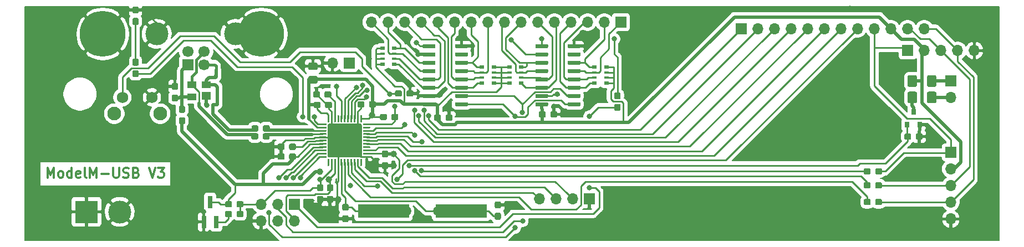
<source format=gtl>
%TF.GenerationSoftware,KiCad,Pcbnew,5.1.5+dfsg1-2build2*%
%TF.CreationDate,2021-03-31T10:56:14+02:00*%
%TF.ProjectId,Model-M-USB-v3,4d6f6465-6c2d-44d2-9d55-53422d76332e,rev?*%
%TF.SameCoordinates,Original*%
%TF.FileFunction,Copper,L1,Top*%
%TF.FilePolarity,Positive*%
%FSLAX46Y46*%
G04 Gerber Fmt 4.6, Leading zero omitted, Abs format (unit mm)*
G04 Created by KiCad (PCBNEW 5.1.5+dfsg1-2build2) date 2021-03-31 10:56:14*
%MOMM*%
%LPD*%
G04 APERTURE LIST*
%ADD10C,0.300000*%
%ADD11O,1.700000X1.700000*%
%ADD12R,1.700000X1.700000*%
%ADD13C,1.500000*%
%ADD14C,0.100000*%
%ADD15R,0.800000X0.500000*%
%ADD16R,0.800000X0.400000*%
%ADD17C,3.500000*%
%ADD18C,1.700000*%
%ADD19R,0.800000X0.900000*%
%ADD20R,0.800000X1.900000*%
%ADD21R,7.875000X2.000000*%
%ADD22C,2.100000*%
%ADD23C,1.750000*%
%ADD24C,3.500120*%
%ADD25R,3.500120X3.500120*%
%ADD26C,7.000000*%
%ADD27R,1.400000X1.000000*%
%ADD28R,1.400000X1.200000*%
%ADD29C,0.800000*%
%ADD30C,1.000000*%
%ADD31C,3.000000*%
%ADD32C,0.250000*%
%ADD33C,0.500000*%
%ADD34C,0.254000*%
%ADD35C,0.400000*%
%ADD36C,0.200000*%
G04 APERTURE END LIST*
D10*
X44042857Y-86778571D02*
X44042857Y-85278571D01*
X44542857Y-86350000D01*
X45042857Y-85278571D01*
X45042857Y-86778571D01*
X45971428Y-86778571D02*
X45828571Y-86707142D01*
X45757142Y-86635714D01*
X45685714Y-86492857D01*
X45685714Y-86064285D01*
X45757142Y-85921428D01*
X45828571Y-85850000D01*
X45971428Y-85778571D01*
X46185714Y-85778571D01*
X46328571Y-85850000D01*
X46400000Y-85921428D01*
X46471428Y-86064285D01*
X46471428Y-86492857D01*
X46400000Y-86635714D01*
X46328571Y-86707142D01*
X46185714Y-86778571D01*
X45971428Y-86778571D01*
X47757142Y-86778571D02*
X47757142Y-85278571D01*
X47757142Y-86707142D02*
X47614285Y-86778571D01*
X47328571Y-86778571D01*
X47185714Y-86707142D01*
X47114285Y-86635714D01*
X47042857Y-86492857D01*
X47042857Y-86064285D01*
X47114285Y-85921428D01*
X47185714Y-85850000D01*
X47328571Y-85778571D01*
X47614285Y-85778571D01*
X47757142Y-85850000D01*
X49042857Y-86707142D02*
X48900000Y-86778571D01*
X48614285Y-86778571D01*
X48471428Y-86707142D01*
X48400000Y-86564285D01*
X48400000Y-85992857D01*
X48471428Y-85850000D01*
X48614285Y-85778571D01*
X48900000Y-85778571D01*
X49042857Y-85850000D01*
X49114285Y-85992857D01*
X49114285Y-86135714D01*
X48400000Y-86278571D01*
X49971428Y-86778571D02*
X49828571Y-86707142D01*
X49757142Y-86564285D01*
X49757142Y-85278571D01*
X50542857Y-86778571D02*
X50542857Y-85278571D01*
X51042857Y-86350000D01*
X51542857Y-85278571D01*
X51542857Y-86778571D01*
X52257142Y-86207142D02*
X53400000Y-86207142D01*
X54114285Y-85278571D02*
X54114285Y-86492857D01*
X54185714Y-86635714D01*
X54257142Y-86707142D01*
X54400000Y-86778571D01*
X54685714Y-86778571D01*
X54828571Y-86707142D01*
X54900000Y-86635714D01*
X54971428Y-86492857D01*
X54971428Y-85278571D01*
X55614285Y-86707142D02*
X55828571Y-86778571D01*
X56185714Y-86778571D01*
X56328571Y-86707142D01*
X56400000Y-86635714D01*
X56471428Y-86492857D01*
X56471428Y-86350000D01*
X56400000Y-86207142D01*
X56328571Y-86135714D01*
X56185714Y-86064285D01*
X55900000Y-85992857D01*
X55757142Y-85921428D01*
X55685714Y-85850000D01*
X55614285Y-85707142D01*
X55614285Y-85564285D01*
X55685714Y-85421428D01*
X55757142Y-85350000D01*
X55900000Y-85278571D01*
X56257142Y-85278571D01*
X56471428Y-85350000D01*
X57614285Y-85992857D02*
X57828571Y-86064285D01*
X57900000Y-86135714D01*
X57971428Y-86278571D01*
X57971428Y-86492857D01*
X57900000Y-86635714D01*
X57828571Y-86707142D01*
X57685714Y-86778571D01*
X57114285Y-86778571D01*
X57114285Y-85278571D01*
X57614285Y-85278571D01*
X57757142Y-85350000D01*
X57828571Y-85421428D01*
X57900000Y-85564285D01*
X57900000Y-85707142D01*
X57828571Y-85850000D01*
X57757142Y-85921428D01*
X57614285Y-85992857D01*
X57114285Y-85992857D01*
X59542857Y-85278571D02*
X60042857Y-86778571D01*
X60542857Y-85278571D01*
X60900000Y-85278571D02*
X61828571Y-85278571D01*
X61328571Y-85850000D01*
X61542857Y-85850000D01*
X61685714Y-85921428D01*
X61757142Y-85992857D01*
X61828571Y-86135714D01*
X61828571Y-86492857D01*
X61757142Y-86635714D01*
X61685714Y-86707142D01*
X61542857Y-86778571D01*
X61114285Y-86778571D01*
X60971428Y-86707142D01*
X60900000Y-86635714D01*
D11*
X177939600Y-64017600D03*
X175399600Y-64017600D03*
X172859600Y-64017600D03*
X170319600Y-64017600D03*
X167779600Y-64017600D03*
X165239600Y-64017600D03*
X162699600Y-64017600D03*
X160159600Y-64017600D03*
X157619600Y-64017600D03*
X155079600Y-64017600D03*
X152539600Y-64017600D03*
D12*
X149999600Y-64017600D03*
D13*
X98820000Y-91900000D03*
X103700000Y-91900000D03*
%TA.AperFunction,SMDPad,CuDef*%
D14*
G36*
X95660779Y-77026144D02*
G01*
X95683834Y-77029563D01*
X95706443Y-77035227D01*
X95728387Y-77043079D01*
X95749457Y-77053044D01*
X95769448Y-77065026D01*
X95788168Y-77078910D01*
X95805438Y-77094562D01*
X95821090Y-77111832D01*
X95834974Y-77130552D01*
X95846956Y-77150543D01*
X95856921Y-77171613D01*
X95864773Y-77193557D01*
X95870437Y-77216166D01*
X95873856Y-77239221D01*
X95875000Y-77262500D01*
X95875000Y-77737500D01*
X95873856Y-77760779D01*
X95870437Y-77783834D01*
X95864773Y-77806443D01*
X95856921Y-77828387D01*
X95846956Y-77849457D01*
X95834974Y-77869448D01*
X95821090Y-77888168D01*
X95805438Y-77905438D01*
X95788168Y-77921090D01*
X95769448Y-77934974D01*
X95749457Y-77946956D01*
X95728387Y-77956921D01*
X95706443Y-77964773D01*
X95683834Y-77970437D01*
X95660779Y-77973856D01*
X95637500Y-77975000D01*
X95062500Y-77975000D01*
X95039221Y-77973856D01*
X95016166Y-77970437D01*
X94993557Y-77964773D01*
X94971613Y-77956921D01*
X94950543Y-77946956D01*
X94930552Y-77934974D01*
X94911832Y-77921090D01*
X94894562Y-77905438D01*
X94878910Y-77888168D01*
X94865026Y-77869448D01*
X94853044Y-77849457D01*
X94843079Y-77828387D01*
X94835227Y-77806443D01*
X94829563Y-77783834D01*
X94826144Y-77760779D01*
X94825000Y-77737500D01*
X94825000Y-77262500D01*
X94826144Y-77239221D01*
X94829563Y-77216166D01*
X94835227Y-77193557D01*
X94843079Y-77171613D01*
X94853044Y-77150543D01*
X94865026Y-77130552D01*
X94878910Y-77111832D01*
X94894562Y-77094562D01*
X94911832Y-77078910D01*
X94930552Y-77065026D01*
X94950543Y-77053044D01*
X94971613Y-77043079D01*
X94993557Y-77035227D01*
X95016166Y-77029563D01*
X95039221Y-77026144D01*
X95062500Y-77025000D01*
X95637500Y-77025000D01*
X95660779Y-77026144D01*
G37*
%TD.AperFunction*%
%TA.AperFunction,SMDPad,CuDef*%
G36*
X97410779Y-77026144D02*
G01*
X97433834Y-77029563D01*
X97456443Y-77035227D01*
X97478387Y-77043079D01*
X97499457Y-77053044D01*
X97519448Y-77065026D01*
X97538168Y-77078910D01*
X97555438Y-77094562D01*
X97571090Y-77111832D01*
X97584974Y-77130552D01*
X97596956Y-77150543D01*
X97606921Y-77171613D01*
X97614773Y-77193557D01*
X97620437Y-77216166D01*
X97623856Y-77239221D01*
X97625000Y-77262500D01*
X97625000Y-77737500D01*
X97623856Y-77760779D01*
X97620437Y-77783834D01*
X97614773Y-77806443D01*
X97606921Y-77828387D01*
X97596956Y-77849457D01*
X97584974Y-77869448D01*
X97571090Y-77888168D01*
X97555438Y-77905438D01*
X97538168Y-77921090D01*
X97519448Y-77934974D01*
X97499457Y-77946956D01*
X97478387Y-77956921D01*
X97456443Y-77964773D01*
X97433834Y-77970437D01*
X97410779Y-77973856D01*
X97387500Y-77975000D01*
X96812500Y-77975000D01*
X96789221Y-77973856D01*
X96766166Y-77970437D01*
X96743557Y-77964773D01*
X96721613Y-77956921D01*
X96700543Y-77946956D01*
X96680552Y-77934974D01*
X96661832Y-77921090D01*
X96644562Y-77905438D01*
X96628910Y-77888168D01*
X96615026Y-77869448D01*
X96603044Y-77849457D01*
X96593079Y-77828387D01*
X96585227Y-77806443D01*
X96579563Y-77783834D01*
X96576144Y-77760779D01*
X96575000Y-77737500D01*
X96575000Y-77262500D01*
X96576144Y-77239221D01*
X96579563Y-77216166D01*
X96585227Y-77193557D01*
X96593079Y-77171613D01*
X96603044Y-77150543D01*
X96615026Y-77130552D01*
X96628910Y-77111832D01*
X96644562Y-77094562D01*
X96661832Y-77078910D01*
X96680552Y-77065026D01*
X96700543Y-77053044D01*
X96721613Y-77043079D01*
X96743557Y-77035227D01*
X96766166Y-77029563D01*
X96789221Y-77026144D01*
X96812500Y-77025000D01*
X97387500Y-77025000D01*
X97410779Y-77026144D01*
G37*
%TD.AperFunction*%
D11*
X93500000Y-63000000D03*
X96040000Y-63000000D03*
X98580000Y-63000000D03*
X101120000Y-63000000D03*
X103660000Y-63000000D03*
X106200000Y-63000000D03*
X108740000Y-63000000D03*
X111280000Y-63000000D03*
X113820000Y-63000000D03*
X116360000Y-63000000D03*
X118900000Y-63000000D03*
X121440000Y-63000000D03*
X123980000Y-63000000D03*
X126520000Y-63000000D03*
X129060000Y-63000000D03*
D12*
X131600000Y-63000000D03*
%TA.AperFunction,SMDPad,CuDef*%
D14*
G36*
X92235779Y-75076144D02*
G01*
X92258834Y-75079563D01*
X92281443Y-75085227D01*
X92303387Y-75093079D01*
X92324457Y-75103044D01*
X92344448Y-75115026D01*
X92363168Y-75128910D01*
X92380438Y-75144562D01*
X92396090Y-75161832D01*
X92409974Y-75180552D01*
X92421956Y-75200543D01*
X92431921Y-75221613D01*
X92439773Y-75243557D01*
X92445437Y-75266166D01*
X92448856Y-75289221D01*
X92450000Y-75312500D01*
X92450000Y-75787500D01*
X92448856Y-75810779D01*
X92445437Y-75833834D01*
X92439773Y-75856443D01*
X92431921Y-75878387D01*
X92421956Y-75899457D01*
X92409974Y-75919448D01*
X92396090Y-75938168D01*
X92380438Y-75955438D01*
X92363168Y-75971090D01*
X92344448Y-75984974D01*
X92324457Y-75996956D01*
X92303387Y-76006921D01*
X92281443Y-76014773D01*
X92258834Y-76020437D01*
X92235779Y-76023856D01*
X92212500Y-76025000D01*
X91637500Y-76025000D01*
X91614221Y-76023856D01*
X91591166Y-76020437D01*
X91568557Y-76014773D01*
X91546613Y-76006921D01*
X91525543Y-75996956D01*
X91505552Y-75984974D01*
X91486832Y-75971090D01*
X91469562Y-75955438D01*
X91453910Y-75938168D01*
X91440026Y-75919448D01*
X91428044Y-75899457D01*
X91418079Y-75878387D01*
X91410227Y-75856443D01*
X91404563Y-75833834D01*
X91401144Y-75810779D01*
X91400000Y-75787500D01*
X91400000Y-75312500D01*
X91401144Y-75289221D01*
X91404563Y-75266166D01*
X91410227Y-75243557D01*
X91418079Y-75221613D01*
X91428044Y-75200543D01*
X91440026Y-75180552D01*
X91453910Y-75161832D01*
X91469562Y-75144562D01*
X91486832Y-75128910D01*
X91505552Y-75115026D01*
X91525543Y-75103044D01*
X91546613Y-75093079D01*
X91568557Y-75085227D01*
X91591166Y-75079563D01*
X91614221Y-75076144D01*
X91637500Y-75075000D01*
X92212500Y-75075000D01*
X92235779Y-75076144D01*
G37*
%TD.AperFunction*%
%TA.AperFunction,SMDPad,CuDef*%
G36*
X93985779Y-75076144D02*
G01*
X94008834Y-75079563D01*
X94031443Y-75085227D01*
X94053387Y-75093079D01*
X94074457Y-75103044D01*
X94094448Y-75115026D01*
X94113168Y-75128910D01*
X94130438Y-75144562D01*
X94146090Y-75161832D01*
X94159974Y-75180552D01*
X94171956Y-75200543D01*
X94181921Y-75221613D01*
X94189773Y-75243557D01*
X94195437Y-75266166D01*
X94198856Y-75289221D01*
X94200000Y-75312500D01*
X94200000Y-75787500D01*
X94198856Y-75810779D01*
X94195437Y-75833834D01*
X94189773Y-75856443D01*
X94181921Y-75878387D01*
X94171956Y-75899457D01*
X94159974Y-75919448D01*
X94146090Y-75938168D01*
X94130438Y-75955438D01*
X94113168Y-75971090D01*
X94094448Y-75984974D01*
X94074457Y-75996956D01*
X94053387Y-76006921D01*
X94031443Y-76014773D01*
X94008834Y-76020437D01*
X93985779Y-76023856D01*
X93962500Y-76025000D01*
X93387500Y-76025000D01*
X93364221Y-76023856D01*
X93341166Y-76020437D01*
X93318557Y-76014773D01*
X93296613Y-76006921D01*
X93275543Y-75996956D01*
X93255552Y-75984974D01*
X93236832Y-75971090D01*
X93219562Y-75955438D01*
X93203910Y-75938168D01*
X93190026Y-75919448D01*
X93178044Y-75899457D01*
X93168079Y-75878387D01*
X93160227Y-75856443D01*
X93154563Y-75833834D01*
X93151144Y-75810779D01*
X93150000Y-75787500D01*
X93150000Y-75312500D01*
X93151144Y-75289221D01*
X93154563Y-75266166D01*
X93160227Y-75243557D01*
X93168079Y-75221613D01*
X93178044Y-75200543D01*
X93190026Y-75180552D01*
X93203910Y-75161832D01*
X93219562Y-75144562D01*
X93236832Y-75128910D01*
X93255552Y-75115026D01*
X93275543Y-75103044D01*
X93296613Y-75093079D01*
X93318557Y-75085227D01*
X93341166Y-75079563D01*
X93364221Y-75076144D01*
X93387500Y-75075000D01*
X93962500Y-75075000D01*
X93985779Y-75076144D01*
G37*
%TD.AperFunction*%
D11*
X87560000Y-69250000D03*
D12*
X90100000Y-69250000D03*
%TA.AperFunction,SMDPad,CuDef*%
D14*
G36*
X77785779Y-78776144D02*
G01*
X77808834Y-78779563D01*
X77831443Y-78785227D01*
X77853387Y-78793079D01*
X77874457Y-78803044D01*
X77894448Y-78815026D01*
X77913168Y-78828910D01*
X77930438Y-78844562D01*
X77946090Y-78861832D01*
X77959974Y-78880552D01*
X77971956Y-78900543D01*
X77981921Y-78921613D01*
X77989773Y-78943557D01*
X77995437Y-78966166D01*
X77998856Y-78989221D01*
X78000000Y-79012500D01*
X78000000Y-79487500D01*
X77998856Y-79510779D01*
X77995437Y-79533834D01*
X77989773Y-79556443D01*
X77981921Y-79578387D01*
X77971956Y-79599457D01*
X77959974Y-79619448D01*
X77946090Y-79638168D01*
X77930438Y-79655438D01*
X77913168Y-79671090D01*
X77894448Y-79684974D01*
X77874457Y-79696956D01*
X77853387Y-79706921D01*
X77831443Y-79714773D01*
X77808834Y-79720437D01*
X77785779Y-79723856D01*
X77762500Y-79725000D01*
X77187500Y-79725000D01*
X77164221Y-79723856D01*
X77141166Y-79720437D01*
X77118557Y-79714773D01*
X77096613Y-79706921D01*
X77075543Y-79696956D01*
X77055552Y-79684974D01*
X77036832Y-79671090D01*
X77019562Y-79655438D01*
X77003910Y-79638168D01*
X76990026Y-79619448D01*
X76978044Y-79599457D01*
X76968079Y-79578387D01*
X76960227Y-79556443D01*
X76954563Y-79533834D01*
X76951144Y-79510779D01*
X76950000Y-79487500D01*
X76950000Y-79012500D01*
X76951144Y-78989221D01*
X76954563Y-78966166D01*
X76960227Y-78943557D01*
X76968079Y-78921613D01*
X76978044Y-78900543D01*
X76990026Y-78880552D01*
X77003910Y-78861832D01*
X77019562Y-78844562D01*
X77036832Y-78828910D01*
X77055552Y-78815026D01*
X77075543Y-78803044D01*
X77096613Y-78793079D01*
X77118557Y-78785227D01*
X77141166Y-78779563D01*
X77164221Y-78776144D01*
X77187500Y-78775000D01*
X77762500Y-78775000D01*
X77785779Y-78776144D01*
G37*
%TD.AperFunction*%
%TA.AperFunction,SMDPad,CuDef*%
G36*
X76035779Y-78776144D02*
G01*
X76058834Y-78779563D01*
X76081443Y-78785227D01*
X76103387Y-78793079D01*
X76124457Y-78803044D01*
X76144448Y-78815026D01*
X76163168Y-78828910D01*
X76180438Y-78844562D01*
X76196090Y-78861832D01*
X76209974Y-78880552D01*
X76221956Y-78900543D01*
X76231921Y-78921613D01*
X76239773Y-78943557D01*
X76245437Y-78966166D01*
X76248856Y-78989221D01*
X76250000Y-79012500D01*
X76250000Y-79487500D01*
X76248856Y-79510779D01*
X76245437Y-79533834D01*
X76239773Y-79556443D01*
X76231921Y-79578387D01*
X76221956Y-79599457D01*
X76209974Y-79619448D01*
X76196090Y-79638168D01*
X76180438Y-79655438D01*
X76163168Y-79671090D01*
X76144448Y-79684974D01*
X76124457Y-79696956D01*
X76103387Y-79706921D01*
X76081443Y-79714773D01*
X76058834Y-79720437D01*
X76035779Y-79723856D01*
X76012500Y-79725000D01*
X75437500Y-79725000D01*
X75414221Y-79723856D01*
X75391166Y-79720437D01*
X75368557Y-79714773D01*
X75346613Y-79706921D01*
X75325543Y-79696956D01*
X75305552Y-79684974D01*
X75286832Y-79671090D01*
X75269562Y-79655438D01*
X75253910Y-79638168D01*
X75240026Y-79619448D01*
X75228044Y-79599457D01*
X75218079Y-79578387D01*
X75210227Y-79556443D01*
X75204563Y-79533834D01*
X75201144Y-79510779D01*
X75200000Y-79487500D01*
X75200000Y-79012500D01*
X75201144Y-78989221D01*
X75204563Y-78966166D01*
X75210227Y-78943557D01*
X75218079Y-78921613D01*
X75228044Y-78900543D01*
X75240026Y-78880552D01*
X75253910Y-78861832D01*
X75269562Y-78844562D01*
X75286832Y-78828910D01*
X75305552Y-78815026D01*
X75325543Y-78803044D01*
X75346613Y-78793079D01*
X75368557Y-78785227D01*
X75391166Y-78779563D01*
X75414221Y-78776144D01*
X75437500Y-78775000D01*
X76012500Y-78775000D01*
X76035779Y-78776144D01*
G37*
%TD.AperFunction*%
%TA.AperFunction,SMDPad,CuDef*%
G36*
X77760779Y-79976144D02*
G01*
X77783834Y-79979563D01*
X77806443Y-79985227D01*
X77828387Y-79993079D01*
X77849457Y-80003044D01*
X77869448Y-80015026D01*
X77888168Y-80028910D01*
X77905438Y-80044562D01*
X77921090Y-80061832D01*
X77934974Y-80080552D01*
X77946956Y-80100543D01*
X77956921Y-80121613D01*
X77964773Y-80143557D01*
X77970437Y-80166166D01*
X77973856Y-80189221D01*
X77975000Y-80212500D01*
X77975000Y-80687500D01*
X77973856Y-80710779D01*
X77970437Y-80733834D01*
X77964773Y-80756443D01*
X77956921Y-80778387D01*
X77946956Y-80799457D01*
X77934974Y-80819448D01*
X77921090Y-80838168D01*
X77905438Y-80855438D01*
X77888168Y-80871090D01*
X77869448Y-80884974D01*
X77849457Y-80896956D01*
X77828387Y-80906921D01*
X77806443Y-80914773D01*
X77783834Y-80920437D01*
X77760779Y-80923856D01*
X77737500Y-80925000D01*
X77162500Y-80925000D01*
X77139221Y-80923856D01*
X77116166Y-80920437D01*
X77093557Y-80914773D01*
X77071613Y-80906921D01*
X77050543Y-80896956D01*
X77030552Y-80884974D01*
X77011832Y-80871090D01*
X76994562Y-80855438D01*
X76978910Y-80838168D01*
X76965026Y-80819448D01*
X76953044Y-80799457D01*
X76943079Y-80778387D01*
X76935227Y-80756443D01*
X76929563Y-80733834D01*
X76926144Y-80710779D01*
X76925000Y-80687500D01*
X76925000Y-80212500D01*
X76926144Y-80189221D01*
X76929563Y-80166166D01*
X76935227Y-80143557D01*
X76943079Y-80121613D01*
X76953044Y-80100543D01*
X76965026Y-80080552D01*
X76978910Y-80061832D01*
X76994562Y-80044562D01*
X77011832Y-80028910D01*
X77030552Y-80015026D01*
X77050543Y-80003044D01*
X77071613Y-79993079D01*
X77093557Y-79985227D01*
X77116166Y-79979563D01*
X77139221Y-79976144D01*
X77162500Y-79975000D01*
X77737500Y-79975000D01*
X77760779Y-79976144D01*
G37*
%TD.AperFunction*%
%TA.AperFunction,SMDPad,CuDef*%
G36*
X76010779Y-79976144D02*
G01*
X76033834Y-79979563D01*
X76056443Y-79985227D01*
X76078387Y-79993079D01*
X76099457Y-80003044D01*
X76119448Y-80015026D01*
X76138168Y-80028910D01*
X76155438Y-80044562D01*
X76171090Y-80061832D01*
X76184974Y-80080552D01*
X76196956Y-80100543D01*
X76206921Y-80121613D01*
X76214773Y-80143557D01*
X76220437Y-80166166D01*
X76223856Y-80189221D01*
X76225000Y-80212500D01*
X76225000Y-80687500D01*
X76223856Y-80710779D01*
X76220437Y-80733834D01*
X76214773Y-80756443D01*
X76206921Y-80778387D01*
X76196956Y-80799457D01*
X76184974Y-80819448D01*
X76171090Y-80838168D01*
X76155438Y-80855438D01*
X76138168Y-80871090D01*
X76119448Y-80884974D01*
X76099457Y-80896956D01*
X76078387Y-80906921D01*
X76056443Y-80914773D01*
X76033834Y-80920437D01*
X76010779Y-80923856D01*
X75987500Y-80925000D01*
X75412500Y-80925000D01*
X75389221Y-80923856D01*
X75366166Y-80920437D01*
X75343557Y-80914773D01*
X75321613Y-80906921D01*
X75300543Y-80896956D01*
X75280552Y-80884974D01*
X75261832Y-80871090D01*
X75244562Y-80855438D01*
X75228910Y-80838168D01*
X75215026Y-80819448D01*
X75203044Y-80799457D01*
X75193079Y-80778387D01*
X75185227Y-80756443D01*
X75179563Y-80733834D01*
X75176144Y-80710779D01*
X75175000Y-80687500D01*
X75175000Y-80212500D01*
X75176144Y-80189221D01*
X75179563Y-80166166D01*
X75185227Y-80143557D01*
X75193079Y-80121613D01*
X75203044Y-80100543D01*
X75215026Y-80080552D01*
X75228910Y-80061832D01*
X75244562Y-80044562D01*
X75261832Y-80028910D01*
X75280552Y-80015026D01*
X75300543Y-80003044D01*
X75321613Y-79993079D01*
X75343557Y-79985227D01*
X75366166Y-79979563D01*
X75389221Y-79976144D01*
X75412500Y-79975000D01*
X75987500Y-79975000D01*
X76010779Y-79976144D01*
G37*
%TD.AperFunction*%
D11*
X182000000Y-93080000D03*
X182000000Y-90540000D03*
X182000000Y-88000000D03*
X182000000Y-85460000D03*
D12*
X182000000Y-82920000D03*
%TA.AperFunction,SMDPad,CuDef*%
D14*
G36*
X171285779Y-90026144D02*
G01*
X171308834Y-90029563D01*
X171331443Y-90035227D01*
X171353387Y-90043079D01*
X171374457Y-90053044D01*
X171394448Y-90065026D01*
X171413168Y-90078910D01*
X171430438Y-90094562D01*
X171446090Y-90111832D01*
X171459974Y-90130552D01*
X171471956Y-90150543D01*
X171481921Y-90171613D01*
X171489773Y-90193557D01*
X171495437Y-90216166D01*
X171498856Y-90239221D01*
X171500000Y-90262500D01*
X171500000Y-90737500D01*
X171498856Y-90760779D01*
X171495437Y-90783834D01*
X171489773Y-90806443D01*
X171481921Y-90828387D01*
X171471956Y-90849457D01*
X171459974Y-90869448D01*
X171446090Y-90888168D01*
X171430438Y-90905438D01*
X171413168Y-90921090D01*
X171394448Y-90934974D01*
X171374457Y-90946956D01*
X171353387Y-90956921D01*
X171331443Y-90964773D01*
X171308834Y-90970437D01*
X171285779Y-90973856D01*
X171262500Y-90975000D01*
X170687500Y-90975000D01*
X170664221Y-90973856D01*
X170641166Y-90970437D01*
X170618557Y-90964773D01*
X170596613Y-90956921D01*
X170575543Y-90946956D01*
X170555552Y-90934974D01*
X170536832Y-90921090D01*
X170519562Y-90905438D01*
X170503910Y-90888168D01*
X170490026Y-90869448D01*
X170478044Y-90849457D01*
X170468079Y-90828387D01*
X170460227Y-90806443D01*
X170454563Y-90783834D01*
X170451144Y-90760779D01*
X170450000Y-90737500D01*
X170450000Y-90262500D01*
X170451144Y-90239221D01*
X170454563Y-90216166D01*
X170460227Y-90193557D01*
X170468079Y-90171613D01*
X170478044Y-90150543D01*
X170490026Y-90130552D01*
X170503910Y-90111832D01*
X170519562Y-90094562D01*
X170536832Y-90078910D01*
X170555552Y-90065026D01*
X170575543Y-90053044D01*
X170596613Y-90043079D01*
X170618557Y-90035227D01*
X170641166Y-90029563D01*
X170664221Y-90026144D01*
X170687500Y-90025000D01*
X171262500Y-90025000D01*
X171285779Y-90026144D01*
G37*
%TD.AperFunction*%
%TA.AperFunction,SMDPad,CuDef*%
G36*
X169535779Y-90026144D02*
G01*
X169558834Y-90029563D01*
X169581443Y-90035227D01*
X169603387Y-90043079D01*
X169624457Y-90053044D01*
X169644448Y-90065026D01*
X169663168Y-90078910D01*
X169680438Y-90094562D01*
X169696090Y-90111832D01*
X169709974Y-90130552D01*
X169721956Y-90150543D01*
X169731921Y-90171613D01*
X169739773Y-90193557D01*
X169745437Y-90216166D01*
X169748856Y-90239221D01*
X169750000Y-90262500D01*
X169750000Y-90737500D01*
X169748856Y-90760779D01*
X169745437Y-90783834D01*
X169739773Y-90806443D01*
X169731921Y-90828387D01*
X169721956Y-90849457D01*
X169709974Y-90869448D01*
X169696090Y-90888168D01*
X169680438Y-90905438D01*
X169663168Y-90921090D01*
X169644448Y-90934974D01*
X169624457Y-90946956D01*
X169603387Y-90956921D01*
X169581443Y-90964773D01*
X169558834Y-90970437D01*
X169535779Y-90973856D01*
X169512500Y-90975000D01*
X168937500Y-90975000D01*
X168914221Y-90973856D01*
X168891166Y-90970437D01*
X168868557Y-90964773D01*
X168846613Y-90956921D01*
X168825543Y-90946956D01*
X168805552Y-90934974D01*
X168786832Y-90921090D01*
X168769562Y-90905438D01*
X168753910Y-90888168D01*
X168740026Y-90869448D01*
X168728044Y-90849457D01*
X168718079Y-90828387D01*
X168710227Y-90806443D01*
X168704563Y-90783834D01*
X168701144Y-90760779D01*
X168700000Y-90737500D01*
X168700000Y-90262500D01*
X168701144Y-90239221D01*
X168704563Y-90216166D01*
X168710227Y-90193557D01*
X168718079Y-90171613D01*
X168728044Y-90150543D01*
X168740026Y-90130552D01*
X168753910Y-90111832D01*
X168769562Y-90094562D01*
X168786832Y-90078910D01*
X168805552Y-90065026D01*
X168825543Y-90053044D01*
X168846613Y-90043079D01*
X168868557Y-90035227D01*
X168891166Y-90029563D01*
X168914221Y-90026144D01*
X168937500Y-90025000D01*
X169512500Y-90025000D01*
X169535779Y-90026144D01*
G37*
%TD.AperFunction*%
%TA.AperFunction,SMDPad,CuDef*%
G36*
X171285779Y-87476144D02*
G01*
X171308834Y-87479563D01*
X171331443Y-87485227D01*
X171353387Y-87493079D01*
X171374457Y-87503044D01*
X171394448Y-87515026D01*
X171413168Y-87528910D01*
X171430438Y-87544562D01*
X171446090Y-87561832D01*
X171459974Y-87580552D01*
X171471956Y-87600543D01*
X171481921Y-87621613D01*
X171489773Y-87643557D01*
X171495437Y-87666166D01*
X171498856Y-87689221D01*
X171500000Y-87712500D01*
X171500000Y-88187500D01*
X171498856Y-88210779D01*
X171495437Y-88233834D01*
X171489773Y-88256443D01*
X171481921Y-88278387D01*
X171471956Y-88299457D01*
X171459974Y-88319448D01*
X171446090Y-88338168D01*
X171430438Y-88355438D01*
X171413168Y-88371090D01*
X171394448Y-88384974D01*
X171374457Y-88396956D01*
X171353387Y-88406921D01*
X171331443Y-88414773D01*
X171308834Y-88420437D01*
X171285779Y-88423856D01*
X171262500Y-88425000D01*
X170687500Y-88425000D01*
X170664221Y-88423856D01*
X170641166Y-88420437D01*
X170618557Y-88414773D01*
X170596613Y-88406921D01*
X170575543Y-88396956D01*
X170555552Y-88384974D01*
X170536832Y-88371090D01*
X170519562Y-88355438D01*
X170503910Y-88338168D01*
X170490026Y-88319448D01*
X170478044Y-88299457D01*
X170468079Y-88278387D01*
X170460227Y-88256443D01*
X170454563Y-88233834D01*
X170451144Y-88210779D01*
X170450000Y-88187500D01*
X170450000Y-87712500D01*
X170451144Y-87689221D01*
X170454563Y-87666166D01*
X170460227Y-87643557D01*
X170468079Y-87621613D01*
X170478044Y-87600543D01*
X170490026Y-87580552D01*
X170503910Y-87561832D01*
X170519562Y-87544562D01*
X170536832Y-87528910D01*
X170555552Y-87515026D01*
X170575543Y-87503044D01*
X170596613Y-87493079D01*
X170618557Y-87485227D01*
X170641166Y-87479563D01*
X170664221Y-87476144D01*
X170687500Y-87475000D01*
X171262500Y-87475000D01*
X171285779Y-87476144D01*
G37*
%TD.AperFunction*%
%TA.AperFunction,SMDPad,CuDef*%
G36*
X169535779Y-87476144D02*
G01*
X169558834Y-87479563D01*
X169581443Y-87485227D01*
X169603387Y-87493079D01*
X169624457Y-87503044D01*
X169644448Y-87515026D01*
X169663168Y-87528910D01*
X169680438Y-87544562D01*
X169696090Y-87561832D01*
X169709974Y-87580552D01*
X169721956Y-87600543D01*
X169731921Y-87621613D01*
X169739773Y-87643557D01*
X169745437Y-87666166D01*
X169748856Y-87689221D01*
X169750000Y-87712500D01*
X169750000Y-88187500D01*
X169748856Y-88210779D01*
X169745437Y-88233834D01*
X169739773Y-88256443D01*
X169731921Y-88278387D01*
X169721956Y-88299457D01*
X169709974Y-88319448D01*
X169696090Y-88338168D01*
X169680438Y-88355438D01*
X169663168Y-88371090D01*
X169644448Y-88384974D01*
X169624457Y-88396956D01*
X169603387Y-88406921D01*
X169581443Y-88414773D01*
X169558834Y-88420437D01*
X169535779Y-88423856D01*
X169512500Y-88425000D01*
X168937500Y-88425000D01*
X168914221Y-88423856D01*
X168891166Y-88420437D01*
X168868557Y-88414773D01*
X168846613Y-88406921D01*
X168825543Y-88396956D01*
X168805552Y-88384974D01*
X168786832Y-88371090D01*
X168769562Y-88355438D01*
X168753910Y-88338168D01*
X168740026Y-88319448D01*
X168728044Y-88299457D01*
X168718079Y-88278387D01*
X168710227Y-88256443D01*
X168704563Y-88233834D01*
X168701144Y-88210779D01*
X168700000Y-88187500D01*
X168700000Y-87712500D01*
X168701144Y-87689221D01*
X168704563Y-87666166D01*
X168710227Y-87643557D01*
X168718079Y-87621613D01*
X168728044Y-87600543D01*
X168740026Y-87580552D01*
X168753910Y-87561832D01*
X168769562Y-87544562D01*
X168786832Y-87528910D01*
X168805552Y-87515026D01*
X168825543Y-87503044D01*
X168846613Y-87493079D01*
X168868557Y-87485227D01*
X168891166Y-87479563D01*
X168914221Y-87476144D01*
X168937500Y-87475000D01*
X169512500Y-87475000D01*
X169535779Y-87476144D01*
G37*
%TD.AperFunction*%
%TA.AperFunction,SMDPad,CuDef*%
G36*
X171285779Y-85326144D02*
G01*
X171308834Y-85329563D01*
X171331443Y-85335227D01*
X171353387Y-85343079D01*
X171374457Y-85353044D01*
X171394448Y-85365026D01*
X171413168Y-85378910D01*
X171430438Y-85394562D01*
X171446090Y-85411832D01*
X171459974Y-85430552D01*
X171471956Y-85450543D01*
X171481921Y-85471613D01*
X171489773Y-85493557D01*
X171495437Y-85516166D01*
X171498856Y-85539221D01*
X171500000Y-85562500D01*
X171500000Y-86037500D01*
X171498856Y-86060779D01*
X171495437Y-86083834D01*
X171489773Y-86106443D01*
X171481921Y-86128387D01*
X171471956Y-86149457D01*
X171459974Y-86169448D01*
X171446090Y-86188168D01*
X171430438Y-86205438D01*
X171413168Y-86221090D01*
X171394448Y-86234974D01*
X171374457Y-86246956D01*
X171353387Y-86256921D01*
X171331443Y-86264773D01*
X171308834Y-86270437D01*
X171285779Y-86273856D01*
X171262500Y-86275000D01*
X170687500Y-86275000D01*
X170664221Y-86273856D01*
X170641166Y-86270437D01*
X170618557Y-86264773D01*
X170596613Y-86256921D01*
X170575543Y-86246956D01*
X170555552Y-86234974D01*
X170536832Y-86221090D01*
X170519562Y-86205438D01*
X170503910Y-86188168D01*
X170490026Y-86169448D01*
X170478044Y-86149457D01*
X170468079Y-86128387D01*
X170460227Y-86106443D01*
X170454563Y-86083834D01*
X170451144Y-86060779D01*
X170450000Y-86037500D01*
X170450000Y-85562500D01*
X170451144Y-85539221D01*
X170454563Y-85516166D01*
X170460227Y-85493557D01*
X170468079Y-85471613D01*
X170478044Y-85450543D01*
X170490026Y-85430552D01*
X170503910Y-85411832D01*
X170519562Y-85394562D01*
X170536832Y-85378910D01*
X170555552Y-85365026D01*
X170575543Y-85353044D01*
X170596613Y-85343079D01*
X170618557Y-85335227D01*
X170641166Y-85329563D01*
X170664221Y-85326144D01*
X170687500Y-85325000D01*
X171262500Y-85325000D01*
X171285779Y-85326144D01*
G37*
%TD.AperFunction*%
%TA.AperFunction,SMDPad,CuDef*%
G36*
X169535779Y-85326144D02*
G01*
X169558834Y-85329563D01*
X169581443Y-85335227D01*
X169603387Y-85343079D01*
X169624457Y-85353044D01*
X169644448Y-85365026D01*
X169663168Y-85378910D01*
X169680438Y-85394562D01*
X169696090Y-85411832D01*
X169709974Y-85430552D01*
X169721956Y-85450543D01*
X169731921Y-85471613D01*
X169739773Y-85493557D01*
X169745437Y-85516166D01*
X169748856Y-85539221D01*
X169750000Y-85562500D01*
X169750000Y-86037500D01*
X169748856Y-86060779D01*
X169745437Y-86083834D01*
X169739773Y-86106443D01*
X169731921Y-86128387D01*
X169721956Y-86149457D01*
X169709974Y-86169448D01*
X169696090Y-86188168D01*
X169680438Y-86205438D01*
X169663168Y-86221090D01*
X169644448Y-86234974D01*
X169624457Y-86246956D01*
X169603387Y-86256921D01*
X169581443Y-86264773D01*
X169558834Y-86270437D01*
X169535779Y-86273856D01*
X169512500Y-86275000D01*
X168937500Y-86275000D01*
X168914221Y-86273856D01*
X168891166Y-86270437D01*
X168868557Y-86264773D01*
X168846613Y-86256921D01*
X168825543Y-86246956D01*
X168805552Y-86234974D01*
X168786832Y-86221090D01*
X168769562Y-86205438D01*
X168753910Y-86188168D01*
X168740026Y-86169448D01*
X168728044Y-86149457D01*
X168718079Y-86128387D01*
X168710227Y-86106443D01*
X168704563Y-86083834D01*
X168701144Y-86060779D01*
X168700000Y-86037500D01*
X168700000Y-85562500D01*
X168701144Y-85539221D01*
X168704563Y-85516166D01*
X168710227Y-85493557D01*
X168718079Y-85471613D01*
X168728044Y-85450543D01*
X168740026Y-85430552D01*
X168753910Y-85411832D01*
X168769562Y-85394562D01*
X168786832Y-85378910D01*
X168805552Y-85365026D01*
X168825543Y-85353044D01*
X168846613Y-85343079D01*
X168868557Y-85335227D01*
X168891166Y-85329563D01*
X168914221Y-85326144D01*
X168937500Y-85325000D01*
X169512500Y-85325000D01*
X169535779Y-85326144D01*
G37*
%TD.AperFunction*%
%TA.AperFunction,SMDPad,CuDef*%
G36*
X120364703Y-75245722D02*
G01*
X120379264Y-75247882D01*
X120393543Y-75251459D01*
X120407403Y-75256418D01*
X120420710Y-75262712D01*
X120433336Y-75270280D01*
X120445159Y-75279048D01*
X120456066Y-75288934D01*
X120465952Y-75299841D01*
X120474720Y-75311664D01*
X120482288Y-75324290D01*
X120488582Y-75337597D01*
X120493541Y-75351457D01*
X120497118Y-75365736D01*
X120499278Y-75380297D01*
X120500000Y-75395000D01*
X120500000Y-75695000D01*
X120499278Y-75709703D01*
X120497118Y-75724264D01*
X120493541Y-75738543D01*
X120488582Y-75752403D01*
X120482288Y-75765710D01*
X120474720Y-75778336D01*
X120465952Y-75790159D01*
X120456066Y-75801066D01*
X120445159Y-75810952D01*
X120433336Y-75819720D01*
X120420710Y-75827288D01*
X120407403Y-75833582D01*
X120393543Y-75838541D01*
X120379264Y-75842118D01*
X120364703Y-75844278D01*
X120350000Y-75845000D01*
X118700000Y-75845000D01*
X118685297Y-75844278D01*
X118670736Y-75842118D01*
X118656457Y-75838541D01*
X118642597Y-75833582D01*
X118629290Y-75827288D01*
X118616664Y-75819720D01*
X118604841Y-75810952D01*
X118593934Y-75801066D01*
X118584048Y-75790159D01*
X118575280Y-75778336D01*
X118567712Y-75765710D01*
X118561418Y-75752403D01*
X118556459Y-75738543D01*
X118552882Y-75724264D01*
X118550722Y-75709703D01*
X118550000Y-75695000D01*
X118550000Y-75395000D01*
X118550722Y-75380297D01*
X118552882Y-75365736D01*
X118556459Y-75351457D01*
X118561418Y-75337597D01*
X118567712Y-75324290D01*
X118575280Y-75311664D01*
X118584048Y-75299841D01*
X118593934Y-75288934D01*
X118604841Y-75279048D01*
X118616664Y-75270280D01*
X118629290Y-75262712D01*
X118642597Y-75256418D01*
X118656457Y-75251459D01*
X118670736Y-75247882D01*
X118685297Y-75245722D01*
X118700000Y-75245000D01*
X120350000Y-75245000D01*
X120364703Y-75245722D01*
G37*
%TD.AperFunction*%
%TA.AperFunction,SMDPad,CuDef*%
G36*
X120364703Y-73975722D02*
G01*
X120379264Y-73977882D01*
X120393543Y-73981459D01*
X120407403Y-73986418D01*
X120420710Y-73992712D01*
X120433336Y-74000280D01*
X120445159Y-74009048D01*
X120456066Y-74018934D01*
X120465952Y-74029841D01*
X120474720Y-74041664D01*
X120482288Y-74054290D01*
X120488582Y-74067597D01*
X120493541Y-74081457D01*
X120497118Y-74095736D01*
X120499278Y-74110297D01*
X120500000Y-74125000D01*
X120500000Y-74425000D01*
X120499278Y-74439703D01*
X120497118Y-74454264D01*
X120493541Y-74468543D01*
X120488582Y-74482403D01*
X120482288Y-74495710D01*
X120474720Y-74508336D01*
X120465952Y-74520159D01*
X120456066Y-74531066D01*
X120445159Y-74540952D01*
X120433336Y-74549720D01*
X120420710Y-74557288D01*
X120407403Y-74563582D01*
X120393543Y-74568541D01*
X120379264Y-74572118D01*
X120364703Y-74574278D01*
X120350000Y-74575000D01*
X118700000Y-74575000D01*
X118685297Y-74574278D01*
X118670736Y-74572118D01*
X118656457Y-74568541D01*
X118642597Y-74563582D01*
X118629290Y-74557288D01*
X118616664Y-74549720D01*
X118604841Y-74540952D01*
X118593934Y-74531066D01*
X118584048Y-74520159D01*
X118575280Y-74508336D01*
X118567712Y-74495710D01*
X118561418Y-74482403D01*
X118556459Y-74468543D01*
X118552882Y-74454264D01*
X118550722Y-74439703D01*
X118550000Y-74425000D01*
X118550000Y-74125000D01*
X118550722Y-74110297D01*
X118552882Y-74095736D01*
X118556459Y-74081457D01*
X118561418Y-74067597D01*
X118567712Y-74054290D01*
X118575280Y-74041664D01*
X118584048Y-74029841D01*
X118593934Y-74018934D01*
X118604841Y-74009048D01*
X118616664Y-74000280D01*
X118629290Y-73992712D01*
X118642597Y-73986418D01*
X118656457Y-73981459D01*
X118670736Y-73977882D01*
X118685297Y-73975722D01*
X118700000Y-73975000D01*
X120350000Y-73975000D01*
X120364703Y-73975722D01*
G37*
%TD.AperFunction*%
%TA.AperFunction,SMDPad,CuDef*%
G36*
X120364703Y-72705722D02*
G01*
X120379264Y-72707882D01*
X120393543Y-72711459D01*
X120407403Y-72716418D01*
X120420710Y-72722712D01*
X120433336Y-72730280D01*
X120445159Y-72739048D01*
X120456066Y-72748934D01*
X120465952Y-72759841D01*
X120474720Y-72771664D01*
X120482288Y-72784290D01*
X120488582Y-72797597D01*
X120493541Y-72811457D01*
X120497118Y-72825736D01*
X120499278Y-72840297D01*
X120500000Y-72855000D01*
X120500000Y-73155000D01*
X120499278Y-73169703D01*
X120497118Y-73184264D01*
X120493541Y-73198543D01*
X120488582Y-73212403D01*
X120482288Y-73225710D01*
X120474720Y-73238336D01*
X120465952Y-73250159D01*
X120456066Y-73261066D01*
X120445159Y-73270952D01*
X120433336Y-73279720D01*
X120420710Y-73287288D01*
X120407403Y-73293582D01*
X120393543Y-73298541D01*
X120379264Y-73302118D01*
X120364703Y-73304278D01*
X120350000Y-73305000D01*
X118700000Y-73305000D01*
X118685297Y-73304278D01*
X118670736Y-73302118D01*
X118656457Y-73298541D01*
X118642597Y-73293582D01*
X118629290Y-73287288D01*
X118616664Y-73279720D01*
X118604841Y-73270952D01*
X118593934Y-73261066D01*
X118584048Y-73250159D01*
X118575280Y-73238336D01*
X118567712Y-73225710D01*
X118561418Y-73212403D01*
X118556459Y-73198543D01*
X118552882Y-73184264D01*
X118550722Y-73169703D01*
X118550000Y-73155000D01*
X118550000Y-72855000D01*
X118550722Y-72840297D01*
X118552882Y-72825736D01*
X118556459Y-72811457D01*
X118561418Y-72797597D01*
X118567712Y-72784290D01*
X118575280Y-72771664D01*
X118584048Y-72759841D01*
X118593934Y-72748934D01*
X118604841Y-72739048D01*
X118616664Y-72730280D01*
X118629290Y-72722712D01*
X118642597Y-72716418D01*
X118656457Y-72711459D01*
X118670736Y-72707882D01*
X118685297Y-72705722D01*
X118700000Y-72705000D01*
X120350000Y-72705000D01*
X120364703Y-72705722D01*
G37*
%TD.AperFunction*%
%TA.AperFunction,SMDPad,CuDef*%
G36*
X120364703Y-71435722D02*
G01*
X120379264Y-71437882D01*
X120393543Y-71441459D01*
X120407403Y-71446418D01*
X120420710Y-71452712D01*
X120433336Y-71460280D01*
X120445159Y-71469048D01*
X120456066Y-71478934D01*
X120465952Y-71489841D01*
X120474720Y-71501664D01*
X120482288Y-71514290D01*
X120488582Y-71527597D01*
X120493541Y-71541457D01*
X120497118Y-71555736D01*
X120499278Y-71570297D01*
X120500000Y-71585000D01*
X120500000Y-71885000D01*
X120499278Y-71899703D01*
X120497118Y-71914264D01*
X120493541Y-71928543D01*
X120488582Y-71942403D01*
X120482288Y-71955710D01*
X120474720Y-71968336D01*
X120465952Y-71980159D01*
X120456066Y-71991066D01*
X120445159Y-72000952D01*
X120433336Y-72009720D01*
X120420710Y-72017288D01*
X120407403Y-72023582D01*
X120393543Y-72028541D01*
X120379264Y-72032118D01*
X120364703Y-72034278D01*
X120350000Y-72035000D01*
X118700000Y-72035000D01*
X118685297Y-72034278D01*
X118670736Y-72032118D01*
X118656457Y-72028541D01*
X118642597Y-72023582D01*
X118629290Y-72017288D01*
X118616664Y-72009720D01*
X118604841Y-72000952D01*
X118593934Y-71991066D01*
X118584048Y-71980159D01*
X118575280Y-71968336D01*
X118567712Y-71955710D01*
X118561418Y-71942403D01*
X118556459Y-71928543D01*
X118552882Y-71914264D01*
X118550722Y-71899703D01*
X118550000Y-71885000D01*
X118550000Y-71585000D01*
X118550722Y-71570297D01*
X118552882Y-71555736D01*
X118556459Y-71541457D01*
X118561418Y-71527597D01*
X118567712Y-71514290D01*
X118575280Y-71501664D01*
X118584048Y-71489841D01*
X118593934Y-71478934D01*
X118604841Y-71469048D01*
X118616664Y-71460280D01*
X118629290Y-71452712D01*
X118642597Y-71446418D01*
X118656457Y-71441459D01*
X118670736Y-71437882D01*
X118685297Y-71435722D01*
X118700000Y-71435000D01*
X120350000Y-71435000D01*
X120364703Y-71435722D01*
G37*
%TD.AperFunction*%
%TA.AperFunction,SMDPad,CuDef*%
G36*
X120364703Y-70165722D02*
G01*
X120379264Y-70167882D01*
X120393543Y-70171459D01*
X120407403Y-70176418D01*
X120420710Y-70182712D01*
X120433336Y-70190280D01*
X120445159Y-70199048D01*
X120456066Y-70208934D01*
X120465952Y-70219841D01*
X120474720Y-70231664D01*
X120482288Y-70244290D01*
X120488582Y-70257597D01*
X120493541Y-70271457D01*
X120497118Y-70285736D01*
X120499278Y-70300297D01*
X120500000Y-70315000D01*
X120500000Y-70615000D01*
X120499278Y-70629703D01*
X120497118Y-70644264D01*
X120493541Y-70658543D01*
X120488582Y-70672403D01*
X120482288Y-70685710D01*
X120474720Y-70698336D01*
X120465952Y-70710159D01*
X120456066Y-70721066D01*
X120445159Y-70730952D01*
X120433336Y-70739720D01*
X120420710Y-70747288D01*
X120407403Y-70753582D01*
X120393543Y-70758541D01*
X120379264Y-70762118D01*
X120364703Y-70764278D01*
X120350000Y-70765000D01*
X118700000Y-70765000D01*
X118685297Y-70764278D01*
X118670736Y-70762118D01*
X118656457Y-70758541D01*
X118642597Y-70753582D01*
X118629290Y-70747288D01*
X118616664Y-70739720D01*
X118604841Y-70730952D01*
X118593934Y-70721066D01*
X118584048Y-70710159D01*
X118575280Y-70698336D01*
X118567712Y-70685710D01*
X118561418Y-70672403D01*
X118556459Y-70658543D01*
X118552882Y-70644264D01*
X118550722Y-70629703D01*
X118550000Y-70615000D01*
X118550000Y-70315000D01*
X118550722Y-70300297D01*
X118552882Y-70285736D01*
X118556459Y-70271457D01*
X118561418Y-70257597D01*
X118567712Y-70244290D01*
X118575280Y-70231664D01*
X118584048Y-70219841D01*
X118593934Y-70208934D01*
X118604841Y-70199048D01*
X118616664Y-70190280D01*
X118629290Y-70182712D01*
X118642597Y-70176418D01*
X118656457Y-70171459D01*
X118670736Y-70167882D01*
X118685297Y-70165722D01*
X118700000Y-70165000D01*
X120350000Y-70165000D01*
X120364703Y-70165722D01*
G37*
%TD.AperFunction*%
%TA.AperFunction,SMDPad,CuDef*%
G36*
X120364703Y-68895722D02*
G01*
X120379264Y-68897882D01*
X120393543Y-68901459D01*
X120407403Y-68906418D01*
X120420710Y-68912712D01*
X120433336Y-68920280D01*
X120445159Y-68929048D01*
X120456066Y-68938934D01*
X120465952Y-68949841D01*
X120474720Y-68961664D01*
X120482288Y-68974290D01*
X120488582Y-68987597D01*
X120493541Y-69001457D01*
X120497118Y-69015736D01*
X120499278Y-69030297D01*
X120500000Y-69045000D01*
X120500000Y-69345000D01*
X120499278Y-69359703D01*
X120497118Y-69374264D01*
X120493541Y-69388543D01*
X120488582Y-69402403D01*
X120482288Y-69415710D01*
X120474720Y-69428336D01*
X120465952Y-69440159D01*
X120456066Y-69451066D01*
X120445159Y-69460952D01*
X120433336Y-69469720D01*
X120420710Y-69477288D01*
X120407403Y-69483582D01*
X120393543Y-69488541D01*
X120379264Y-69492118D01*
X120364703Y-69494278D01*
X120350000Y-69495000D01*
X118700000Y-69495000D01*
X118685297Y-69494278D01*
X118670736Y-69492118D01*
X118656457Y-69488541D01*
X118642597Y-69483582D01*
X118629290Y-69477288D01*
X118616664Y-69469720D01*
X118604841Y-69460952D01*
X118593934Y-69451066D01*
X118584048Y-69440159D01*
X118575280Y-69428336D01*
X118567712Y-69415710D01*
X118561418Y-69402403D01*
X118556459Y-69388543D01*
X118552882Y-69374264D01*
X118550722Y-69359703D01*
X118550000Y-69345000D01*
X118550000Y-69045000D01*
X118550722Y-69030297D01*
X118552882Y-69015736D01*
X118556459Y-69001457D01*
X118561418Y-68987597D01*
X118567712Y-68974290D01*
X118575280Y-68961664D01*
X118584048Y-68949841D01*
X118593934Y-68938934D01*
X118604841Y-68929048D01*
X118616664Y-68920280D01*
X118629290Y-68912712D01*
X118642597Y-68906418D01*
X118656457Y-68901459D01*
X118670736Y-68897882D01*
X118685297Y-68895722D01*
X118700000Y-68895000D01*
X120350000Y-68895000D01*
X120364703Y-68895722D01*
G37*
%TD.AperFunction*%
%TA.AperFunction,SMDPad,CuDef*%
G36*
X120364703Y-67625722D02*
G01*
X120379264Y-67627882D01*
X120393543Y-67631459D01*
X120407403Y-67636418D01*
X120420710Y-67642712D01*
X120433336Y-67650280D01*
X120445159Y-67659048D01*
X120456066Y-67668934D01*
X120465952Y-67679841D01*
X120474720Y-67691664D01*
X120482288Y-67704290D01*
X120488582Y-67717597D01*
X120493541Y-67731457D01*
X120497118Y-67745736D01*
X120499278Y-67760297D01*
X120500000Y-67775000D01*
X120500000Y-68075000D01*
X120499278Y-68089703D01*
X120497118Y-68104264D01*
X120493541Y-68118543D01*
X120488582Y-68132403D01*
X120482288Y-68145710D01*
X120474720Y-68158336D01*
X120465952Y-68170159D01*
X120456066Y-68181066D01*
X120445159Y-68190952D01*
X120433336Y-68199720D01*
X120420710Y-68207288D01*
X120407403Y-68213582D01*
X120393543Y-68218541D01*
X120379264Y-68222118D01*
X120364703Y-68224278D01*
X120350000Y-68225000D01*
X118700000Y-68225000D01*
X118685297Y-68224278D01*
X118670736Y-68222118D01*
X118656457Y-68218541D01*
X118642597Y-68213582D01*
X118629290Y-68207288D01*
X118616664Y-68199720D01*
X118604841Y-68190952D01*
X118593934Y-68181066D01*
X118584048Y-68170159D01*
X118575280Y-68158336D01*
X118567712Y-68145710D01*
X118561418Y-68132403D01*
X118556459Y-68118543D01*
X118552882Y-68104264D01*
X118550722Y-68089703D01*
X118550000Y-68075000D01*
X118550000Y-67775000D01*
X118550722Y-67760297D01*
X118552882Y-67745736D01*
X118556459Y-67731457D01*
X118561418Y-67717597D01*
X118567712Y-67704290D01*
X118575280Y-67691664D01*
X118584048Y-67679841D01*
X118593934Y-67668934D01*
X118604841Y-67659048D01*
X118616664Y-67650280D01*
X118629290Y-67642712D01*
X118642597Y-67636418D01*
X118656457Y-67631459D01*
X118670736Y-67627882D01*
X118685297Y-67625722D01*
X118700000Y-67625000D01*
X120350000Y-67625000D01*
X120364703Y-67625722D01*
G37*
%TD.AperFunction*%
%TA.AperFunction,SMDPad,CuDef*%
G36*
X120364703Y-66355722D02*
G01*
X120379264Y-66357882D01*
X120393543Y-66361459D01*
X120407403Y-66366418D01*
X120420710Y-66372712D01*
X120433336Y-66380280D01*
X120445159Y-66389048D01*
X120456066Y-66398934D01*
X120465952Y-66409841D01*
X120474720Y-66421664D01*
X120482288Y-66434290D01*
X120488582Y-66447597D01*
X120493541Y-66461457D01*
X120497118Y-66475736D01*
X120499278Y-66490297D01*
X120500000Y-66505000D01*
X120500000Y-66805000D01*
X120499278Y-66819703D01*
X120497118Y-66834264D01*
X120493541Y-66848543D01*
X120488582Y-66862403D01*
X120482288Y-66875710D01*
X120474720Y-66888336D01*
X120465952Y-66900159D01*
X120456066Y-66911066D01*
X120445159Y-66920952D01*
X120433336Y-66929720D01*
X120420710Y-66937288D01*
X120407403Y-66943582D01*
X120393543Y-66948541D01*
X120379264Y-66952118D01*
X120364703Y-66954278D01*
X120350000Y-66955000D01*
X118700000Y-66955000D01*
X118685297Y-66954278D01*
X118670736Y-66952118D01*
X118656457Y-66948541D01*
X118642597Y-66943582D01*
X118629290Y-66937288D01*
X118616664Y-66929720D01*
X118604841Y-66920952D01*
X118593934Y-66911066D01*
X118584048Y-66900159D01*
X118575280Y-66888336D01*
X118567712Y-66875710D01*
X118561418Y-66862403D01*
X118556459Y-66848543D01*
X118552882Y-66834264D01*
X118550722Y-66819703D01*
X118550000Y-66805000D01*
X118550000Y-66505000D01*
X118550722Y-66490297D01*
X118552882Y-66475736D01*
X118556459Y-66461457D01*
X118561418Y-66447597D01*
X118567712Y-66434290D01*
X118575280Y-66421664D01*
X118584048Y-66409841D01*
X118593934Y-66398934D01*
X118604841Y-66389048D01*
X118616664Y-66380280D01*
X118629290Y-66372712D01*
X118642597Y-66366418D01*
X118656457Y-66361459D01*
X118670736Y-66357882D01*
X118685297Y-66355722D01*
X118700000Y-66355000D01*
X120350000Y-66355000D01*
X120364703Y-66355722D01*
G37*
%TD.AperFunction*%
%TA.AperFunction,SMDPad,CuDef*%
G36*
X125314703Y-66355722D02*
G01*
X125329264Y-66357882D01*
X125343543Y-66361459D01*
X125357403Y-66366418D01*
X125370710Y-66372712D01*
X125383336Y-66380280D01*
X125395159Y-66389048D01*
X125406066Y-66398934D01*
X125415952Y-66409841D01*
X125424720Y-66421664D01*
X125432288Y-66434290D01*
X125438582Y-66447597D01*
X125443541Y-66461457D01*
X125447118Y-66475736D01*
X125449278Y-66490297D01*
X125450000Y-66505000D01*
X125450000Y-66805000D01*
X125449278Y-66819703D01*
X125447118Y-66834264D01*
X125443541Y-66848543D01*
X125438582Y-66862403D01*
X125432288Y-66875710D01*
X125424720Y-66888336D01*
X125415952Y-66900159D01*
X125406066Y-66911066D01*
X125395159Y-66920952D01*
X125383336Y-66929720D01*
X125370710Y-66937288D01*
X125357403Y-66943582D01*
X125343543Y-66948541D01*
X125329264Y-66952118D01*
X125314703Y-66954278D01*
X125300000Y-66955000D01*
X123650000Y-66955000D01*
X123635297Y-66954278D01*
X123620736Y-66952118D01*
X123606457Y-66948541D01*
X123592597Y-66943582D01*
X123579290Y-66937288D01*
X123566664Y-66929720D01*
X123554841Y-66920952D01*
X123543934Y-66911066D01*
X123534048Y-66900159D01*
X123525280Y-66888336D01*
X123517712Y-66875710D01*
X123511418Y-66862403D01*
X123506459Y-66848543D01*
X123502882Y-66834264D01*
X123500722Y-66819703D01*
X123500000Y-66805000D01*
X123500000Y-66505000D01*
X123500722Y-66490297D01*
X123502882Y-66475736D01*
X123506459Y-66461457D01*
X123511418Y-66447597D01*
X123517712Y-66434290D01*
X123525280Y-66421664D01*
X123534048Y-66409841D01*
X123543934Y-66398934D01*
X123554841Y-66389048D01*
X123566664Y-66380280D01*
X123579290Y-66372712D01*
X123592597Y-66366418D01*
X123606457Y-66361459D01*
X123620736Y-66357882D01*
X123635297Y-66355722D01*
X123650000Y-66355000D01*
X125300000Y-66355000D01*
X125314703Y-66355722D01*
G37*
%TD.AperFunction*%
%TA.AperFunction,SMDPad,CuDef*%
G36*
X125314703Y-67625722D02*
G01*
X125329264Y-67627882D01*
X125343543Y-67631459D01*
X125357403Y-67636418D01*
X125370710Y-67642712D01*
X125383336Y-67650280D01*
X125395159Y-67659048D01*
X125406066Y-67668934D01*
X125415952Y-67679841D01*
X125424720Y-67691664D01*
X125432288Y-67704290D01*
X125438582Y-67717597D01*
X125443541Y-67731457D01*
X125447118Y-67745736D01*
X125449278Y-67760297D01*
X125450000Y-67775000D01*
X125450000Y-68075000D01*
X125449278Y-68089703D01*
X125447118Y-68104264D01*
X125443541Y-68118543D01*
X125438582Y-68132403D01*
X125432288Y-68145710D01*
X125424720Y-68158336D01*
X125415952Y-68170159D01*
X125406066Y-68181066D01*
X125395159Y-68190952D01*
X125383336Y-68199720D01*
X125370710Y-68207288D01*
X125357403Y-68213582D01*
X125343543Y-68218541D01*
X125329264Y-68222118D01*
X125314703Y-68224278D01*
X125300000Y-68225000D01*
X123650000Y-68225000D01*
X123635297Y-68224278D01*
X123620736Y-68222118D01*
X123606457Y-68218541D01*
X123592597Y-68213582D01*
X123579290Y-68207288D01*
X123566664Y-68199720D01*
X123554841Y-68190952D01*
X123543934Y-68181066D01*
X123534048Y-68170159D01*
X123525280Y-68158336D01*
X123517712Y-68145710D01*
X123511418Y-68132403D01*
X123506459Y-68118543D01*
X123502882Y-68104264D01*
X123500722Y-68089703D01*
X123500000Y-68075000D01*
X123500000Y-67775000D01*
X123500722Y-67760297D01*
X123502882Y-67745736D01*
X123506459Y-67731457D01*
X123511418Y-67717597D01*
X123517712Y-67704290D01*
X123525280Y-67691664D01*
X123534048Y-67679841D01*
X123543934Y-67668934D01*
X123554841Y-67659048D01*
X123566664Y-67650280D01*
X123579290Y-67642712D01*
X123592597Y-67636418D01*
X123606457Y-67631459D01*
X123620736Y-67627882D01*
X123635297Y-67625722D01*
X123650000Y-67625000D01*
X125300000Y-67625000D01*
X125314703Y-67625722D01*
G37*
%TD.AperFunction*%
%TA.AperFunction,SMDPad,CuDef*%
G36*
X125314703Y-68895722D02*
G01*
X125329264Y-68897882D01*
X125343543Y-68901459D01*
X125357403Y-68906418D01*
X125370710Y-68912712D01*
X125383336Y-68920280D01*
X125395159Y-68929048D01*
X125406066Y-68938934D01*
X125415952Y-68949841D01*
X125424720Y-68961664D01*
X125432288Y-68974290D01*
X125438582Y-68987597D01*
X125443541Y-69001457D01*
X125447118Y-69015736D01*
X125449278Y-69030297D01*
X125450000Y-69045000D01*
X125450000Y-69345000D01*
X125449278Y-69359703D01*
X125447118Y-69374264D01*
X125443541Y-69388543D01*
X125438582Y-69402403D01*
X125432288Y-69415710D01*
X125424720Y-69428336D01*
X125415952Y-69440159D01*
X125406066Y-69451066D01*
X125395159Y-69460952D01*
X125383336Y-69469720D01*
X125370710Y-69477288D01*
X125357403Y-69483582D01*
X125343543Y-69488541D01*
X125329264Y-69492118D01*
X125314703Y-69494278D01*
X125300000Y-69495000D01*
X123650000Y-69495000D01*
X123635297Y-69494278D01*
X123620736Y-69492118D01*
X123606457Y-69488541D01*
X123592597Y-69483582D01*
X123579290Y-69477288D01*
X123566664Y-69469720D01*
X123554841Y-69460952D01*
X123543934Y-69451066D01*
X123534048Y-69440159D01*
X123525280Y-69428336D01*
X123517712Y-69415710D01*
X123511418Y-69402403D01*
X123506459Y-69388543D01*
X123502882Y-69374264D01*
X123500722Y-69359703D01*
X123500000Y-69345000D01*
X123500000Y-69045000D01*
X123500722Y-69030297D01*
X123502882Y-69015736D01*
X123506459Y-69001457D01*
X123511418Y-68987597D01*
X123517712Y-68974290D01*
X123525280Y-68961664D01*
X123534048Y-68949841D01*
X123543934Y-68938934D01*
X123554841Y-68929048D01*
X123566664Y-68920280D01*
X123579290Y-68912712D01*
X123592597Y-68906418D01*
X123606457Y-68901459D01*
X123620736Y-68897882D01*
X123635297Y-68895722D01*
X123650000Y-68895000D01*
X125300000Y-68895000D01*
X125314703Y-68895722D01*
G37*
%TD.AperFunction*%
%TA.AperFunction,SMDPad,CuDef*%
G36*
X125314703Y-70165722D02*
G01*
X125329264Y-70167882D01*
X125343543Y-70171459D01*
X125357403Y-70176418D01*
X125370710Y-70182712D01*
X125383336Y-70190280D01*
X125395159Y-70199048D01*
X125406066Y-70208934D01*
X125415952Y-70219841D01*
X125424720Y-70231664D01*
X125432288Y-70244290D01*
X125438582Y-70257597D01*
X125443541Y-70271457D01*
X125447118Y-70285736D01*
X125449278Y-70300297D01*
X125450000Y-70315000D01*
X125450000Y-70615000D01*
X125449278Y-70629703D01*
X125447118Y-70644264D01*
X125443541Y-70658543D01*
X125438582Y-70672403D01*
X125432288Y-70685710D01*
X125424720Y-70698336D01*
X125415952Y-70710159D01*
X125406066Y-70721066D01*
X125395159Y-70730952D01*
X125383336Y-70739720D01*
X125370710Y-70747288D01*
X125357403Y-70753582D01*
X125343543Y-70758541D01*
X125329264Y-70762118D01*
X125314703Y-70764278D01*
X125300000Y-70765000D01*
X123650000Y-70765000D01*
X123635297Y-70764278D01*
X123620736Y-70762118D01*
X123606457Y-70758541D01*
X123592597Y-70753582D01*
X123579290Y-70747288D01*
X123566664Y-70739720D01*
X123554841Y-70730952D01*
X123543934Y-70721066D01*
X123534048Y-70710159D01*
X123525280Y-70698336D01*
X123517712Y-70685710D01*
X123511418Y-70672403D01*
X123506459Y-70658543D01*
X123502882Y-70644264D01*
X123500722Y-70629703D01*
X123500000Y-70615000D01*
X123500000Y-70315000D01*
X123500722Y-70300297D01*
X123502882Y-70285736D01*
X123506459Y-70271457D01*
X123511418Y-70257597D01*
X123517712Y-70244290D01*
X123525280Y-70231664D01*
X123534048Y-70219841D01*
X123543934Y-70208934D01*
X123554841Y-70199048D01*
X123566664Y-70190280D01*
X123579290Y-70182712D01*
X123592597Y-70176418D01*
X123606457Y-70171459D01*
X123620736Y-70167882D01*
X123635297Y-70165722D01*
X123650000Y-70165000D01*
X125300000Y-70165000D01*
X125314703Y-70165722D01*
G37*
%TD.AperFunction*%
%TA.AperFunction,SMDPad,CuDef*%
G36*
X125314703Y-71435722D02*
G01*
X125329264Y-71437882D01*
X125343543Y-71441459D01*
X125357403Y-71446418D01*
X125370710Y-71452712D01*
X125383336Y-71460280D01*
X125395159Y-71469048D01*
X125406066Y-71478934D01*
X125415952Y-71489841D01*
X125424720Y-71501664D01*
X125432288Y-71514290D01*
X125438582Y-71527597D01*
X125443541Y-71541457D01*
X125447118Y-71555736D01*
X125449278Y-71570297D01*
X125450000Y-71585000D01*
X125450000Y-71885000D01*
X125449278Y-71899703D01*
X125447118Y-71914264D01*
X125443541Y-71928543D01*
X125438582Y-71942403D01*
X125432288Y-71955710D01*
X125424720Y-71968336D01*
X125415952Y-71980159D01*
X125406066Y-71991066D01*
X125395159Y-72000952D01*
X125383336Y-72009720D01*
X125370710Y-72017288D01*
X125357403Y-72023582D01*
X125343543Y-72028541D01*
X125329264Y-72032118D01*
X125314703Y-72034278D01*
X125300000Y-72035000D01*
X123650000Y-72035000D01*
X123635297Y-72034278D01*
X123620736Y-72032118D01*
X123606457Y-72028541D01*
X123592597Y-72023582D01*
X123579290Y-72017288D01*
X123566664Y-72009720D01*
X123554841Y-72000952D01*
X123543934Y-71991066D01*
X123534048Y-71980159D01*
X123525280Y-71968336D01*
X123517712Y-71955710D01*
X123511418Y-71942403D01*
X123506459Y-71928543D01*
X123502882Y-71914264D01*
X123500722Y-71899703D01*
X123500000Y-71885000D01*
X123500000Y-71585000D01*
X123500722Y-71570297D01*
X123502882Y-71555736D01*
X123506459Y-71541457D01*
X123511418Y-71527597D01*
X123517712Y-71514290D01*
X123525280Y-71501664D01*
X123534048Y-71489841D01*
X123543934Y-71478934D01*
X123554841Y-71469048D01*
X123566664Y-71460280D01*
X123579290Y-71452712D01*
X123592597Y-71446418D01*
X123606457Y-71441459D01*
X123620736Y-71437882D01*
X123635297Y-71435722D01*
X123650000Y-71435000D01*
X125300000Y-71435000D01*
X125314703Y-71435722D01*
G37*
%TD.AperFunction*%
%TA.AperFunction,SMDPad,CuDef*%
G36*
X125314703Y-72705722D02*
G01*
X125329264Y-72707882D01*
X125343543Y-72711459D01*
X125357403Y-72716418D01*
X125370710Y-72722712D01*
X125383336Y-72730280D01*
X125395159Y-72739048D01*
X125406066Y-72748934D01*
X125415952Y-72759841D01*
X125424720Y-72771664D01*
X125432288Y-72784290D01*
X125438582Y-72797597D01*
X125443541Y-72811457D01*
X125447118Y-72825736D01*
X125449278Y-72840297D01*
X125450000Y-72855000D01*
X125450000Y-73155000D01*
X125449278Y-73169703D01*
X125447118Y-73184264D01*
X125443541Y-73198543D01*
X125438582Y-73212403D01*
X125432288Y-73225710D01*
X125424720Y-73238336D01*
X125415952Y-73250159D01*
X125406066Y-73261066D01*
X125395159Y-73270952D01*
X125383336Y-73279720D01*
X125370710Y-73287288D01*
X125357403Y-73293582D01*
X125343543Y-73298541D01*
X125329264Y-73302118D01*
X125314703Y-73304278D01*
X125300000Y-73305000D01*
X123650000Y-73305000D01*
X123635297Y-73304278D01*
X123620736Y-73302118D01*
X123606457Y-73298541D01*
X123592597Y-73293582D01*
X123579290Y-73287288D01*
X123566664Y-73279720D01*
X123554841Y-73270952D01*
X123543934Y-73261066D01*
X123534048Y-73250159D01*
X123525280Y-73238336D01*
X123517712Y-73225710D01*
X123511418Y-73212403D01*
X123506459Y-73198543D01*
X123502882Y-73184264D01*
X123500722Y-73169703D01*
X123500000Y-73155000D01*
X123500000Y-72855000D01*
X123500722Y-72840297D01*
X123502882Y-72825736D01*
X123506459Y-72811457D01*
X123511418Y-72797597D01*
X123517712Y-72784290D01*
X123525280Y-72771664D01*
X123534048Y-72759841D01*
X123543934Y-72748934D01*
X123554841Y-72739048D01*
X123566664Y-72730280D01*
X123579290Y-72722712D01*
X123592597Y-72716418D01*
X123606457Y-72711459D01*
X123620736Y-72707882D01*
X123635297Y-72705722D01*
X123650000Y-72705000D01*
X125300000Y-72705000D01*
X125314703Y-72705722D01*
G37*
%TD.AperFunction*%
%TA.AperFunction,SMDPad,CuDef*%
G36*
X125314703Y-73975722D02*
G01*
X125329264Y-73977882D01*
X125343543Y-73981459D01*
X125357403Y-73986418D01*
X125370710Y-73992712D01*
X125383336Y-74000280D01*
X125395159Y-74009048D01*
X125406066Y-74018934D01*
X125415952Y-74029841D01*
X125424720Y-74041664D01*
X125432288Y-74054290D01*
X125438582Y-74067597D01*
X125443541Y-74081457D01*
X125447118Y-74095736D01*
X125449278Y-74110297D01*
X125450000Y-74125000D01*
X125450000Y-74425000D01*
X125449278Y-74439703D01*
X125447118Y-74454264D01*
X125443541Y-74468543D01*
X125438582Y-74482403D01*
X125432288Y-74495710D01*
X125424720Y-74508336D01*
X125415952Y-74520159D01*
X125406066Y-74531066D01*
X125395159Y-74540952D01*
X125383336Y-74549720D01*
X125370710Y-74557288D01*
X125357403Y-74563582D01*
X125343543Y-74568541D01*
X125329264Y-74572118D01*
X125314703Y-74574278D01*
X125300000Y-74575000D01*
X123650000Y-74575000D01*
X123635297Y-74574278D01*
X123620736Y-74572118D01*
X123606457Y-74568541D01*
X123592597Y-74563582D01*
X123579290Y-74557288D01*
X123566664Y-74549720D01*
X123554841Y-74540952D01*
X123543934Y-74531066D01*
X123534048Y-74520159D01*
X123525280Y-74508336D01*
X123517712Y-74495710D01*
X123511418Y-74482403D01*
X123506459Y-74468543D01*
X123502882Y-74454264D01*
X123500722Y-74439703D01*
X123500000Y-74425000D01*
X123500000Y-74125000D01*
X123500722Y-74110297D01*
X123502882Y-74095736D01*
X123506459Y-74081457D01*
X123511418Y-74067597D01*
X123517712Y-74054290D01*
X123525280Y-74041664D01*
X123534048Y-74029841D01*
X123543934Y-74018934D01*
X123554841Y-74009048D01*
X123566664Y-74000280D01*
X123579290Y-73992712D01*
X123592597Y-73986418D01*
X123606457Y-73981459D01*
X123620736Y-73977882D01*
X123635297Y-73975722D01*
X123650000Y-73975000D01*
X125300000Y-73975000D01*
X125314703Y-73975722D01*
G37*
%TD.AperFunction*%
%TA.AperFunction,SMDPad,CuDef*%
G36*
X125314703Y-75245722D02*
G01*
X125329264Y-75247882D01*
X125343543Y-75251459D01*
X125357403Y-75256418D01*
X125370710Y-75262712D01*
X125383336Y-75270280D01*
X125395159Y-75279048D01*
X125406066Y-75288934D01*
X125415952Y-75299841D01*
X125424720Y-75311664D01*
X125432288Y-75324290D01*
X125438582Y-75337597D01*
X125443541Y-75351457D01*
X125447118Y-75365736D01*
X125449278Y-75380297D01*
X125450000Y-75395000D01*
X125450000Y-75695000D01*
X125449278Y-75709703D01*
X125447118Y-75724264D01*
X125443541Y-75738543D01*
X125438582Y-75752403D01*
X125432288Y-75765710D01*
X125424720Y-75778336D01*
X125415952Y-75790159D01*
X125406066Y-75801066D01*
X125395159Y-75810952D01*
X125383336Y-75819720D01*
X125370710Y-75827288D01*
X125357403Y-75833582D01*
X125343543Y-75838541D01*
X125329264Y-75842118D01*
X125314703Y-75844278D01*
X125300000Y-75845000D01*
X123650000Y-75845000D01*
X123635297Y-75844278D01*
X123620736Y-75842118D01*
X123606457Y-75838541D01*
X123592597Y-75833582D01*
X123579290Y-75827288D01*
X123566664Y-75819720D01*
X123554841Y-75810952D01*
X123543934Y-75801066D01*
X123534048Y-75790159D01*
X123525280Y-75778336D01*
X123517712Y-75765710D01*
X123511418Y-75752403D01*
X123506459Y-75738543D01*
X123502882Y-75724264D01*
X123500722Y-75709703D01*
X123500000Y-75695000D01*
X123500000Y-75395000D01*
X123500722Y-75380297D01*
X123502882Y-75365736D01*
X123506459Y-75351457D01*
X123511418Y-75337597D01*
X123517712Y-75324290D01*
X123525280Y-75311664D01*
X123534048Y-75299841D01*
X123543934Y-75288934D01*
X123554841Y-75279048D01*
X123566664Y-75270280D01*
X123579290Y-75262712D01*
X123592597Y-75256418D01*
X123606457Y-75251459D01*
X123620736Y-75247882D01*
X123635297Y-75245722D01*
X123650000Y-75245000D01*
X125300000Y-75245000D01*
X125314703Y-75245722D01*
G37*
%TD.AperFunction*%
%TA.AperFunction,SMDPad,CuDef*%
G36*
X177485779Y-80026144D02*
G01*
X177508834Y-80029563D01*
X177531443Y-80035227D01*
X177553387Y-80043079D01*
X177574457Y-80053044D01*
X177594448Y-80065026D01*
X177613168Y-80078910D01*
X177630438Y-80094562D01*
X177646090Y-80111832D01*
X177659974Y-80130552D01*
X177671956Y-80150543D01*
X177681921Y-80171613D01*
X177689773Y-80193557D01*
X177695437Y-80216166D01*
X177698856Y-80239221D01*
X177700000Y-80262500D01*
X177700000Y-80737500D01*
X177698856Y-80760779D01*
X177695437Y-80783834D01*
X177689773Y-80806443D01*
X177681921Y-80828387D01*
X177671956Y-80849457D01*
X177659974Y-80869448D01*
X177646090Y-80888168D01*
X177630438Y-80905438D01*
X177613168Y-80921090D01*
X177594448Y-80934974D01*
X177574457Y-80946956D01*
X177553387Y-80956921D01*
X177531443Y-80964773D01*
X177508834Y-80970437D01*
X177485779Y-80973856D01*
X177462500Y-80975000D01*
X176887500Y-80975000D01*
X176864221Y-80973856D01*
X176841166Y-80970437D01*
X176818557Y-80964773D01*
X176796613Y-80956921D01*
X176775543Y-80946956D01*
X176755552Y-80934974D01*
X176736832Y-80921090D01*
X176719562Y-80905438D01*
X176703910Y-80888168D01*
X176690026Y-80869448D01*
X176678044Y-80849457D01*
X176668079Y-80828387D01*
X176660227Y-80806443D01*
X176654563Y-80783834D01*
X176651144Y-80760779D01*
X176650000Y-80737500D01*
X176650000Y-80262500D01*
X176651144Y-80239221D01*
X176654563Y-80216166D01*
X176660227Y-80193557D01*
X176668079Y-80171613D01*
X176678044Y-80150543D01*
X176690026Y-80130552D01*
X176703910Y-80111832D01*
X176719562Y-80094562D01*
X176736832Y-80078910D01*
X176755552Y-80065026D01*
X176775543Y-80053044D01*
X176796613Y-80043079D01*
X176818557Y-80035227D01*
X176841166Y-80029563D01*
X176864221Y-80026144D01*
X176887500Y-80025000D01*
X177462500Y-80025000D01*
X177485779Y-80026144D01*
G37*
%TD.AperFunction*%
%TA.AperFunction,SMDPad,CuDef*%
G36*
X175735779Y-80026144D02*
G01*
X175758834Y-80029563D01*
X175781443Y-80035227D01*
X175803387Y-80043079D01*
X175824457Y-80053044D01*
X175844448Y-80065026D01*
X175863168Y-80078910D01*
X175880438Y-80094562D01*
X175896090Y-80111832D01*
X175909974Y-80130552D01*
X175921956Y-80150543D01*
X175931921Y-80171613D01*
X175939773Y-80193557D01*
X175945437Y-80216166D01*
X175948856Y-80239221D01*
X175950000Y-80262500D01*
X175950000Y-80737500D01*
X175948856Y-80760779D01*
X175945437Y-80783834D01*
X175939773Y-80806443D01*
X175931921Y-80828387D01*
X175921956Y-80849457D01*
X175909974Y-80869448D01*
X175896090Y-80888168D01*
X175880438Y-80905438D01*
X175863168Y-80921090D01*
X175844448Y-80934974D01*
X175824457Y-80946956D01*
X175803387Y-80956921D01*
X175781443Y-80964773D01*
X175758834Y-80970437D01*
X175735779Y-80973856D01*
X175712500Y-80975000D01*
X175137500Y-80975000D01*
X175114221Y-80973856D01*
X175091166Y-80970437D01*
X175068557Y-80964773D01*
X175046613Y-80956921D01*
X175025543Y-80946956D01*
X175005552Y-80934974D01*
X174986832Y-80921090D01*
X174969562Y-80905438D01*
X174953910Y-80888168D01*
X174940026Y-80869448D01*
X174928044Y-80849457D01*
X174918079Y-80828387D01*
X174910227Y-80806443D01*
X174904563Y-80783834D01*
X174901144Y-80760779D01*
X174900000Y-80737500D01*
X174900000Y-80262500D01*
X174901144Y-80239221D01*
X174904563Y-80216166D01*
X174910227Y-80193557D01*
X174918079Y-80171613D01*
X174928044Y-80150543D01*
X174940026Y-80130552D01*
X174953910Y-80111832D01*
X174969562Y-80094562D01*
X174986832Y-80078910D01*
X175005552Y-80065026D01*
X175025543Y-80053044D01*
X175046613Y-80043079D01*
X175068557Y-80035227D01*
X175091166Y-80029563D01*
X175114221Y-80026144D01*
X175137500Y-80025000D01*
X175712500Y-80025000D01*
X175735779Y-80026144D01*
G37*
%TD.AperFunction*%
D15*
X129400000Y-72300000D03*
D16*
X129400000Y-71500000D03*
D15*
X129400000Y-69900000D03*
D16*
X129400000Y-70700000D03*
D15*
X127600000Y-72300000D03*
D16*
X127600000Y-70700000D03*
X127600000Y-71500000D03*
D15*
X127600000Y-69900000D03*
%TA.AperFunction,SMDPad,CuDef*%
D14*
G36*
X80035779Y-83076144D02*
G01*
X80058834Y-83079563D01*
X80081443Y-83085227D01*
X80103387Y-83093079D01*
X80124457Y-83103044D01*
X80144448Y-83115026D01*
X80163168Y-83128910D01*
X80180438Y-83144562D01*
X80196090Y-83161832D01*
X80209974Y-83180552D01*
X80221956Y-83200543D01*
X80231921Y-83221613D01*
X80239773Y-83243557D01*
X80245437Y-83266166D01*
X80248856Y-83289221D01*
X80250000Y-83312500D01*
X80250000Y-83787500D01*
X80248856Y-83810779D01*
X80245437Y-83833834D01*
X80239773Y-83856443D01*
X80231921Y-83878387D01*
X80221956Y-83899457D01*
X80209974Y-83919448D01*
X80196090Y-83938168D01*
X80180438Y-83955438D01*
X80163168Y-83971090D01*
X80144448Y-83984974D01*
X80124457Y-83996956D01*
X80103387Y-84006921D01*
X80081443Y-84014773D01*
X80058834Y-84020437D01*
X80035779Y-84023856D01*
X80012500Y-84025000D01*
X79437500Y-84025000D01*
X79414221Y-84023856D01*
X79391166Y-84020437D01*
X79368557Y-84014773D01*
X79346613Y-84006921D01*
X79325543Y-83996956D01*
X79305552Y-83984974D01*
X79286832Y-83971090D01*
X79269562Y-83955438D01*
X79253910Y-83938168D01*
X79240026Y-83919448D01*
X79228044Y-83899457D01*
X79218079Y-83878387D01*
X79210227Y-83856443D01*
X79204563Y-83833834D01*
X79201144Y-83810779D01*
X79200000Y-83787500D01*
X79200000Y-83312500D01*
X79201144Y-83289221D01*
X79204563Y-83266166D01*
X79210227Y-83243557D01*
X79218079Y-83221613D01*
X79228044Y-83200543D01*
X79240026Y-83180552D01*
X79253910Y-83161832D01*
X79269562Y-83144562D01*
X79286832Y-83128910D01*
X79305552Y-83115026D01*
X79325543Y-83103044D01*
X79346613Y-83093079D01*
X79368557Y-83085227D01*
X79391166Y-83079563D01*
X79414221Y-83076144D01*
X79437500Y-83075000D01*
X80012500Y-83075000D01*
X80035779Y-83076144D01*
G37*
%TD.AperFunction*%
%TA.AperFunction,SMDPad,CuDef*%
G36*
X81785779Y-83076144D02*
G01*
X81808834Y-83079563D01*
X81831443Y-83085227D01*
X81853387Y-83093079D01*
X81874457Y-83103044D01*
X81894448Y-83115026D01*
X81913168Y-83128910D01*
X81930438Y-83144562D01*
X81946090Y-83161832D01*
X81959974Y-83180552D01*
X81971956Y-83200543D01*
X81981921Y-83221613D01*
X81989773Y-83243557D01*
X81995437Y-83266166D01*
X81998856Y-83289221D01*
X82000000Y-83312500D01*
X82000000Y-83787500D01*
X81998856Y-83810779D01*
X81995437Y-83833834D01*
X81989773Y-83856443D01*
X81981921Y-83878387D01*
X81971956Y-83899457D01*
X81959974Y-83919448D01*
X81946090Y-83938168D01*
X81930438Y-83955438D01*
X81913168Y-83971090D01*
X81894448Y-83984974D01*
X81874457Y-83996956D01*
X81853387Y-84006921D01*
X81831443Y-84014773D01*
X81808834Y-84020437D01*
X81785779Y-84023856D01*
X81762500Y-84025000D01*
X81187500Y-84025000D01*
X81164221Y-84023856D01*
X81141166Y-84020437D01*
X81118557Y-84014773D01*
X81096613Y-84006921D01*
X81075543Y-83996956D01*
X81055552Y-83984974D01*
X81036832Y-83971090D01*
X81019562Y-83955438D01*
X81003910Y-83938168D01*
X80990026Y-83919448D01*
X80978044Y-83899457D01*
X80968079Y-83878387D01*
X80960227Y-83856443D01*
X80954563Y-83833834D01*
X80951144Y-83810779D01*
X80950000Y-83787500D01*
X80950000Y-83312500D01*
X80951144Y-83289221D01*
X80954563Y-83266166D01*
X80960227Y-83243557D01*
X80968079Y-83221613D01*
X80978044Y-83200543D01*
X80990026Y-83180552D01*
X81003910Y-83161832D01*
X81019562Y-83144562D01*
X81036832Y-83128910D01*
X81055552Y-83115026D01*
X81075543Y-83103044D01*
X81096613Y-83093079D01*
X81118557Y-83085227D01*
X81141166Y-83079563D01*
X81164221Y-83076144D01*
X81187500Y-83075000D01*
X81762500Y-83075000D01*
X81785779Y-83076144D01*
G37*
%TD.AperFunction*%
%TA.AperFunction,SMDPad,CuDef*%
G36*
X89810779Y-90776144D02*
G01*
X89833834Y-90779563D01*
X89856443Y-90785227D01*
X89878387Y-90793079D01*
X89899457Y-90803044D01*
X89919448Y-90815026D01*
X89938168Y-90828910D01*
X89955438Y-90844562D01*
X89971090Y-90861832D01*
X89984974Y-90880552D01*
X89996956Y-90900543D01*
X90006921Y-90921613D01*
X90014773Y-90943557D01*
X90020437Y-90966166D01*
X90023856Y-90989221D01*
X90025000Y-91012500D01*
X90025000Y-91587500D01*
X90023856Y-91610779D01*
X90020437Y-91633834D01*
X90014773Y-91656443D01*
X90006921Y-91678387D01*
X89996956Y-91699457D01*
X89984974Y-91719448D01*
X89971090Y-91738168D01*
X89955438Y-91755438D01*
X89938168Y-91771090D01*
X89919448Y-91784974D01*
X89899457Y-91796956D01*
X89878387Y-91806921D01*
X89856443Y-91814773D01*
X89833834Y-91820437D01*
X89810779Y-91823856D01*
X89787500Y-91825000D01*
X89312500Y-91825000D01*
X89289221Y-91823856D01*
X89266166Y-91820437D01*
X89243557Y-91814773D01*
X89221613Y-91806921D01*
X89200543Y-91796956D01*
X89180552Y-91784974D01*
X89161832Y-91771090D01*
X89144562Y-91755438D01*
X89128910Y-91738168D01*
X89115026Y-91719448D01*
X89103044Y-91699457D01*
X89093079Y-91678387D01*
X89085227Y-91656443D01*
X89079563Y-91633834D01*
X89076144Y-91610779D01*
X89075000Y-91587500D01*
X89075000Y-91012500D01*
X89076144Y-90989221D01*
X89079563Y-90966166D01*
X89085227Y-90943557D01*
X89093079Y-90921613D01*
X89103044Y-90900543D01*
X89115026Y-90880552D01*
X89128910Y-90861832D01*
X89144562Y-90844562D01*
X89161832Y-90828910D01*
X89180552Y-90815026D01*
X89200543Y-90803044D01*
X89221613Y-90793079D01*
X89243557Y-90785227D01*
X89266166Y-90779563D01*
X89289221Y-90776144D01*
X89312500Y-90775000D01*
X89787500Y-90775000D01*
X89810779Y-90776144D01*
G37*
%TD.AperFunction*%
%TA.AperFunction,SMDPad,CuDef*%
G36*
X89810779Y-92526144D02*
G01*
X89833834Y-92529563D01*
X89856443Y-92535227D01*
X89878387Y-92543079D01*
X89899457Y-92553044D01*
X89919448Y-92565026D01*
X89938168Y-92578910D01*
X89955438Y-92594562D01*
X89971090Y-92611832D01*
X89984974Y-92630552D01*
X89996956Y-92650543D01*
X90006921Y-92671613D01*
X90014773Y-92693557D01*
X90020437Y-92716166D01*
X90023856Y-92739221D01*
X90025000Y-92762500D01*
X90025000Y-93337500D01*
X90023856Y-93360779D01*
X90020437Y-93383834D01*
X90014773Y-93406443D01*
X90006921Y-93428387D01*
X89996956Y-93449457D01*
X89984974Y-93469448D01*
X89971090Y-93488168D01*
X89955438Y-93505438D01*
X89938168Y-93521090D01*
X89919448Y-93534974D01*
X89899457Y-93546956D01*
X89878387Y-93556921D01*
X89856443Y-93564773D01*
X89833834Y-93570437D01*
X89810779Y-93573856D01*
X89787500Y-93575000D01*
X89312500Y-93575000D01*
X89289221Y-93573856D01*
X89266166Y-93570437D01*
X89243557Y-93564773D01*
X89221613Y-93556921D01*
X89200543Y-93546956D01*
X89180552Y-93534974D01*
X89161832Y-93521090D01*
X89144562Y-93505438D01*
X89128910Y-93488168D01*
X89115026Y-93469448D01*
X89103044Y-93449457D01*
X89093079Y-93428387D01*
X89085227Y-93406443D01*
X89079563Y-93383834D01*
X89076144Y-93360779D01*
X89075000Y-93337500D01*
X89075000Y-92762500D01*
X89076144Y-92739221D01*
X89079563Y-92716166D01*
X89085227Y-92693557D01*
X89093079Y-92671613D01*
X89103044Y-92650543D01*
X89115026Y-92630552D01*
X89128910Y-92611832D01*
X89144562Y-92594562D01*
X89161832Y-92578910D01*
X89180552Y-92565026D01*
X89200543Y-92553044D01*
X89221613Y-92543079D01*
X89243557Y-92535227D01*
X89266166Y-92529563D01*
X89289221Y-92526144D01*
X89312500Y-92525000D01*
X89787500Y-92525000D01*
X89810779Y-92526144D01*
G37*
%TD.AperFunction*%
D17*
X72770000Y-64790000D03*
X60730000Y-64790000D03*
D18*
X65500000Y-67500000D03*
X68000000Y-67500000D03*
X68000000Y-69500000D03*
D12*
X65500000Y-69500000D03*
D11*
X182000000Y-74540000D03*
D12*
X182000000Y-72000000D03*
D11*
X185585000Y-67345000D03*
X183045000Y-67345000D03*
X180505000Y-67345000D03*
X177965000Y-67345000D03*
D12*
X175425000Y-67345000D03*
%TA.AperFunction,SMDPad,CuDef*%
D14*
G36*
X179574504Y-73626204D02*
G01*
X179598773Y-73629804D01*
X179622571Y-73635765D01*
X179645671Y-73644030D01*
X179667849Y-73654520D01*
X179688893Y-73667133D01*
X179708598Y-73681747D01*
X179726777Y-73698223D01*
X179743253Y-73716402D01*
X179757867Y-73736107D01*
X179770480Y-73757151D01*
X179780970Y-73779329D01*
X179789235Y-73802429D01*
X179795196Y-73826227D01*
X179798796Y-73850496D01*
X179800000Y-73875000D01*
X179800000Y-75125000D01*
X179798796Y-75149504D01*
X179795196Y-75173773D01*
X179789235Y-75197571D01*
X179780970Y-75220671D01*
X179770480Y-75242849D01*
X179757867Y-75263893D01*
X179743253Y-75283598D01*
X179726777Y-75301777D01*
X179708598Y-75318253D01*
X179688893Y-75332867D01*
X179667849Y-75345480D01*
X179645671Y-75355970D01*
X179622571Y-75364235D01*
X179598773Y-75370196D01*
X179574504Y-75373796D01*
X179550000Y-75375000D01*
X178625000Y-75375000D01*
X178600496Y-75373796D01*
X178576227Y-75370196D01*
X178552429Y-75364235D01*
X178529329Y-75355970D01*
X178507151Y-75345480D01*
X178486107Y-75332867D01*
X178466402Y-75318253D01*
X178448223Y-75301777D01*
X178431747Y-75283598D01*
X178417133Y-75263893D01*
X178404520Y-75242849D01*
X178394030Y-75220671D01*
X178385765Y-75197571D01*
X178379804Y-75173773D01*
X178376204Y-75149504D01*
X178375000Y-75125000D01*
X178375000Y-73875000D01*
X178376204Y-73850496D01*
X178379804Y-73826227D01*
X178385765Y-73802429D01*
X178394030Y-73779329D01*
X178404520Y-73757151D01*
X178417133Y-73736107D01*
X178431747Y-73716402D01*
X178448223Y-73698223D01*
X178466402Y-73681747D01*
X178486107Y-73667133D01*
X178507151Y-73654520D01*
X178529329Y-73644030D01*
X178552429Y-73635765D01*
X178576227Y-73629804D01*
X178600496Y-73626204D01*
X178625000Y-73625000D01*
X179550000Y-73625000D01*
X179574504Y-73626204D01*
G37*
%TD.AperFunction*%
%TA.AperFunction,SMDPad,CuDef*%
G36*
X176599504Y-73626204D02*
G01*
X176623773Y-73629804D01*
X176647571Y-73635765D01*
X176670671Y-73644030D01*
X176692849Y-73654520D01*
X176713893Y-73667133D01*
X176733598Y-73681747D01*
X176751777Y-73698223D01*
X176768253Y-73716402D01*
X176782867Y-73736107D01*
X176795480Y-73757151D01*
X176805970Y-73779329D01*
X176814235Y-73802429D01*
X176820196Y-73826227D01*
X176823796Y-73850496D01*
X176825000Y-73875000D01*
X176825000Y-75125000D01*
X176823796Y-75149504D01*
X176820196Y-75173773D01*
X176814235Y-75197571D01*
X176805970Y-75220671D01*
X176795480Y-75242849D01*
X176782867Y-75263893D01*
X176768253Y-75283598D01*
X176751777Y-75301777D01*
X176733598Y-75318253D01*
X176713893Y-75332867D01*
X176692849Y-75345480D01*
X176670671Y-75355970D01*
X176647571Y-75364235D01*
X176623773Y-75370196D01*
X176599504Y-75373796D01*
X176575000Y-75375000D01*
X175650000Y-75375000D01*
X175625496Y-75373796D01*
X175601227Y-75370196D01*
X175577429Y-75364235D01*
X175554329Y-75355970D01*
X175532151Y-75345480D01*
X175511107Y-75332867D01*
X175491402Y-75318253D01*
X175473223Y-75301777D01*
X175456747Y-75283598D01*
X175442133Y-75263893D01*
X175429520Y-75242849D01*
X175419030Y-75220671D01*
X175410765Y-75197571D01*
X175404804Y-75173773D01*
X175401204Y-75149504D01*
X175400000Y-75125000D01*
X175400000Y-73875000D01*
X175401204Y-73850496D01*
X175404804Y-73826227D01*
X175410765Y-73802429D01*
X175419030Y-73779329D01*
X175429520Y-73757151D01*
X175442133Y-73736107D01*
X175456747Y-73716402D01*
X175473223Y-73698223D01*
X175491402Y-73681747D01*
X175511107Y-73667133D01*
X175532151Y-73654520D01*
X175554329Y-73644030D01*
X175577429Y-73635765D01*
X175601227Y-73629804D01*
X175625496Y-73626204D01*
X175650000Y-73625000D01*
X176575000Y-73625000D01*
X176599504Y-73626204D01*
G37*
%TD.AperFunction*%
%TA.AperFunction,SMDPad,CuDef*%
G36*
X179574504Y-71126204D02*
G01*
X179598773Y-71129804D01*
X179622571Y-71135765D01*
X179645671Y-71144030D01*
X179667849Y-71154520D01*
X179688893Y-71167133D01*
X179708598Y-71181747D01*
X179726777Y-71198223D01*
X179743253Y-71216402D01*
X179757867Y-71236107D01*
X179770480Y-71257151D01*
X179780970Y-71279329D01*
X179789235Y-71302429D01*
X179795196Y-71326227D01*
X179798796Y-71350496D01*
X179800000Y-71375000D01*
X179800000Y-72625000D01*
X179798796Y-72649504D01*
X179795196Y-72673773D01*
X179789235Y-72697571D01*
X179780970Y-72720671D01*
X179770480Y-72742849D01*
X179757867Y-72763893D01*
X179743253Y-72783598D01*
X179726777Y-72801777D01*
X179708598Y-72818253D01*
X179688893Y-72832867D01*
X179667849Y-72845480D01*
X179645671Y-72855970D01*
X179622571Y-72864235D01*
X179598773Y-72870196D01*
X179574504Y-72873796D01*
X179550000Y-72875000D01*
X178625000Y-72875000D01*
X178600496Y-72873796D01*
X178576227Y-72870196D01*
X178552429Y-72864235D01*
X178529329Y-72855970D01*
X178507151Y-72845480D01*
X178486107Y-72832867D01*
X178466402Y-72818253D01*
X178448223Y-72801777D01*
X178431747Y-72783598D01*
X178417133Y-72763893D01*
X178404520Y-72742849D01*
X178394030Y-72720671D01*
X178385765Y-72697571D01*
X178379804Y-72673773D01*
X178376204Y-72649504D01*
X178375000Y-72625000D01*
X178375000Y-71375000D01*
X178376204Y-71350496D01*
X178379804Y-71326227D01*
X178385765Y-71302429D01*
X178394030Y-71279329D01*
X178404520Y-71257151D01*
X178417133Y-71236107D01*
X178431747Y-71216402D01*
X178448223Y-71198223D01*
X178466402Y-71181747D01*
X178486107Y-71167133D01*
X178507151Y-71154520D01*
X178529329Y-71144030D01*
X178552429Y-71135765D01*
X178576227Y-71129804D01*
X178600496Y-71126204D01*
X178625000Y-71125000D01*
X179550000Y-71125000D01*
X179574504Y-71126204D01*
G37*
%TD.AperFunction*%
%TA.AperFunction,SMDPad,CuDef*%
G36*
X176599504Y-71126204D02*
G01*
X176623773Y-71129804D01*
X176647571Y-71135765D01*
X176670671Y-71144030D01*
X176692849Y-71154520D01*
X176713893Y-71167133D01*
X176733598Y-71181747D01*
X176751777Y-71198223D01*
X176768253Y-71216402D01*
X176782867Y-71236107D01*
X176795480Y-71257151D01*
X176805970Y-71279329D01*
X176814235Y-71302429D01*
X176820196Y-71326227D01*
X176823796Y-71350496D01*
X176825000Y-71375000D01*
X176825000Y-72625000D01*
X176823796Y-72649504D01*
X176820196Y-72673773D01*
X176814235Y-72697571D01*
X176805970Y-72720671D01*
X176795480Y-72742849D01*
X176782867Y-72763893D01*
X176768253Y-72783598D01*
X176751777Y-72801777D01*
X176733598Y-72818253D01*
X176713893Y-72832867D01*
X176692849Y-72845480D01*
X176670671Y-72855970D01*
X176647571Y-72864235D01*
X176623773Y-72870196D01*
X176599504Y-72873796D01*
X176575000Y-72875000D01*
X175650000Y-72875000D01*
X175625496Y-72873796D01*
X175601227Y-72870196D01*
X175577429Y-72864235D01*
X175554329Y-72855970D01*
X175532151Y-72845480D01*
X175511107Y-72832867D01*
X175491402Y-72818253D01*
X175473223Y-72801777D01*
X175456747Y-72783598D01*
X175442133Y-72763893D01*
X175429520Y-72742849D01*
X175419030Y-72720671D01*
X175410765Y-72697571D01*
X175404804Y-72673773D01*
X175401204Y-72649504D01*
X175400000Y-72625000D01*
X175400000Y-71375000D01*
X175401204Y-71350496D01*
X175404804Y-71326227D01*
X175410765Y-71302429D01*
X175419030Y-71279329D01*
X175429520Y-71257151D01*
X175442133Y-71236107D01*
X175456747Y-71216402D01*
X175473223Y-71198223D01*
X175491402Y-71181747D01*
X175511107Y-71167133D01*
X175532151Y-71154520D01*
X175554329Y-71144030D01*
X175577429Y-71135765D01*
X175601227Y-71129804D01*
X175625496Y-71126204D01*
X175650000Y-71125000D01*
X176575000Y-71125000D01*
X176599504Y-71126204D01*
G37*
%TD.AperFunction*%
D19*
X176300000Y-76700000D03*
X177250000Y-78700000D03*
X175350000Y-78700000D03*
%TA.AperFunction,SMDPad,CuDef*%
D14*
G36*
X85960779Y-87801144D02*
G01*
X85983834Y-87804563D01*
X86006443Y-87810227D01*
X86028387Y-87818079D01*
X86049457Y-87828044D01*
X86069448Y-87840026D01*
X86088168Y-87853910D01*
X86105438Y-87869562D01*
X86121090Y-87886832D01*
X86134974Y-87905552D01*
X86146956Y-87925543D01*
X86156921Y-87946613D01*
X86164773Y-87968557D01*
X86170437Y-87991166D01*
X86173856Y-88014221D01*
X86175000Y-88037500D01*
X86175000Y-88612500D01*
X86173856Y-88635779D01*
X86170437Y-88658834D01*
X86164773Y-88681443D01*
X86156921Y-88703387D01*
X86146956Y-88724457D01*
X86134974Y-88744448D01*
X86121090Y-88763168D01*
X86105438Y-88780438D01*
X86088168Y-88796090D01*
X86069448Y-88809974D01*
X86049457Y-88821956D01*
X86028387Y-88831921D01*
X86006443Y-88839773D01*
X85983834Y-88845437D01*
X85960779Y-88848856D01*
X85937500Y-88850000D01*
X85462500Y-88850000D01*
X85439221Y-88848856D01*
X85416166Y-88845437D01*
X85393557Y-88839773D01*
X85371613Y-88831921D01*
X85350543Y-88821956D01*
X85330552Y-88809974D01*
X85311832Y-88796090D01*
X85294562Y-88780438D01*
X85278910Y-88763168D01*
X85265026Y-88744448D01*
X85253044Y-88724457D01*
X85243079Y-88703387D01*
X85235227Y-88681443D01*
X85229563Y-88658834D01*
X85226144Y-88635779D01*
X85225000Y-88612500D01*
X85225000Y-88037500D01*
X85226144Y-88014221D01*
X85229563Y-87991166D01*
X85235227Y-87968557D01*
X85243079Y-87946613D01*
X85253044Y-87925543D01*
X85265026Y-87905552D01*
X85278910Y-87886832D01*
X85294562Y-87869562D01*
X85311832Y-87853910D01*
X85330552Y-87840026D01*
X85350543Y-87828044D01*
X85371613Y-87818079D01*
X85393557Y-87810227D01*
X85416166Y-87804563D01*
X85439221Y-87801144D01*
X85462500Y-87800000D01*
X85937500Y-87800000D01*
X85960779Y-87801144D01*
G37*
%TD.AperFunction*%
%TA.AperFunction,SMDPad,CuDef*%
G36*
X85960779Y-89551144D02*
G01*
X85983834Y-89554563D01*
X86006443Y-89560227D01*
X86028387Y-89568079D01*
X86049457Y-89578044D01*
X86069448Y-89590026D01*
X86088168Y-89603910D01*
X86105438Y-89619562D01*
X86121090Y-89636832D01*
X86134974Y-89655552D01*
X86146956Y-89675543D01*
X86156921Y-89696613D01*
X86164773Y-89718557D01*
X86170437Y-89741166D01*
X86173856Y-89764221D01*
X86175000Y-89787500D01*
X86175000Y-90362500D01*
X86173856Y-90385779D01*
X86170437Y-90408834D01*
X86164773Y-90431443D01*
X86156921Y-90453387D01*
X86146956Y-90474457D01*
X86134974Y-90494448D01*
X86121090Y-90513168D01*
X86105438Y-90530438D01*
X86088168Y-90546090D01*
X86069448Y-90559974D01*
X86049457Y-90571956D01*
X86028387Y-90581921D01*
X86006443Y-90589773D01*
X85983834Y-90595437D01*
X85960779Y-90598856D01*
X85937500Y-90600000D01*
X85462500Y-90600000D01*
X85439221Y-90598856D01*
X85416166Y-90595437D01*
X85393557Y-90589773D01*
X85371613Y-90581921D01*
X85350543Y-90571956D01*
X85330552Y-90559974D01*
X85311832Y-90546090D01*
X85294562Y-90530438D01*
X85278910Y-90513168D01*
X85265026Y-90494448D01*
X85253044Y-90474457D01*
X85243079Y-90453387D01*
X85235227Y-90431443D01*
X85229563Y-90408834D01*
X85226144Y-90385779D01*
X85225000Y-90362500D01*
X85225000Y-89787500D01*
X85226144Y-89764221D01*
X85229563Y-89741166D01*
X85235227Y-89718557D01*
X85243079Y-89696613D01*
X85253044Y-89675543D01*
X85265026Y-89655552D01*
X85278910Y-89636832D01*
X85294562Y-89619562D01*
X85311832Y-89603910D01*
X85330552Y-89590026D01*
X85350543Y-89578044D01*
X85371613Y-89568079D01*
X85393557Y-89560227D01*
X85416166Y-89554563D01*
X85439221Y-89551144D01*
X85462500Y-89550000D01*
X85937500Y-89550000D01*
X85960779Y-89551144D01*
G37*
%TD.AperFunction*%
D20*
X68880000Y-90540000D03*
X69830000Y-93540000D03*
X67930000Y-93540000D03*
%TA.AperFunction,SMDPad,CuDef*%
D14*
G36*
X72015779Y-91866144D02*
G01*
X72038834Y-91869563D01*
X72061443Y-91875227D01*
X72083387Y-91883079D01*
X72104457Y-91893044D01*
X72124448Y-91905026D01*
X72143168Y-91918910D01*
X72160438Y-91934562D01*
X72176090Y-91951832D01*
X72189974Y-91970552D01*
X72201956Y-91990543D01*
X72211921Y-92011613D01*
X72219773Y-92033557D01*
X72225437Y-92056166D01*
X72228856Y-92079221D01*
X72230000Y-92102500D01*
X72230000Y-92577500D01*
X72228856Y-92600779D01*
X72225437Y-92623834D01*
X72219773Y-92646443D01*
X72211921Y-92668387D01*
X72201956Y-92689457D01*
X72189974Y-92709448D01*
X72176090Y-92728168D01*
X72160438Y-92745438D01*
X72143168Y-92761090D01*
X72124448Y-92774974D01*
X72104457Y-92786956D01*
X72083387Y-92796921D01*
X72061443Y-92804773D01*
X72038834Y-92810437D01*
X72015779Y-92813856D01*
X71992500Y-92815000D01*
X71417500Y-92815000D01*
X71394221Y-92813856D01*
X71371166Y-92810437D01*
X71348557Y-92804773D01*
X71326613Y-92796921D01*
X71305543Y-92786956D01*
X71285552Y-92774974D01*
X71266832Y-92761090D01*
X71249562Y-92745438D01*
X71233910Y-92728168D01*
X71220026Y-92709448D01*
X71208044Y-92689457D01*
X71198079Y-92668387D01*
X71190227Y-92646443D01*
X71184563Y-92623834D01*
X71181144Y-92600779D01*
X71180000Y-92577500D01*
X71180000Y-92102500D01*
X71181144Y-92079221D01*
X71184563Y-92056166D01*
X71190227Y-92033557D01*
X71198079Y-92011613D01*
X71208044Y-91990543D01*
X71220026Y-91970552D01*
X71233910Y-91951832D01*
X71249562Y-91934562D01*
X71266832Y-91918910D01*
X71285552Y-91905026D01*
X71305543Y-91893044D01*
X71326613Y-91883079D01*
X71348557Y-91875227D01*
X71371166Y-91869563D01*
X71394221Y-91866144D01*
X71417500Y-91865000D01*
X71992500Y-91865000D01*
X72015779Y-91866144D01*
G37*
%TD.AperFunction*%
%TA.AperFunction,SMDPad,CuDef*%
G36*
X73765779Y-91866144D02*
G01*
X73788834Y-91869563D01*
X73811443Y-91875227D01*
X73833387Y-91883079D01*
X73854457Y-91893044D01*
X73874448Y-91905026D01*
X73893168Y-91918910D01*
X73910438Y-91934562D01*
X73926090Y-91951832D01*
X73939974Y-91970552D01*
X73951956Y-91990543D01*
X73961921Y-92011613D01*
X73969773Y-92033557D01*
X73975437Y-92056166D01*
X73978856Y-92079221D01*
X73980000Y-92102500D01*
X73980000Y-92577500D01*
X73978856Y-92600779D01*
X73975437Y-92623834D01*
X73969773Y-92646443D01*
X73961921Y-92668387D01*
X73951956Y-92689457D01*
X73939974Y-92709448D01*
X73926090Y-92728168D01*
X73910438Y-92745438D01*
X73893168Y-92761090D01*
X73874448Y-92774974D01*
X73854457Y-92786956D01*
X73833387Y-92796921D01*
X73811443Y-92804773D01*
X73788834Y-92810437D01*
X73765779Y-92813856D01*
X73742500Y-92815000D01*
X73167500Y-92815000D01*
X73144221Y-92813856D01*
X73121166Y-92810437D01*
X73098557Y-92804773D01*
X73076613Y-92796921D01*
X73055543Y-92786956D01*
X73035552Y-92774974D01*
X73016832Y-92761090D01*
X72999562Y-92745438D01*
X72983910Y-92728168D01*
X72970026Y-92709448D01*
X72958044Y-92689457D01*
X72948079Y-92668387D01*
X72940227Y-92646443D01*
X72934563Y-92623834D01*
X72931144Y-92600779D01*
X72930000Y-92577500D01*
X72930000Y-92102500D01*
X72931144Y-92079221D01*
X72934563Y-92056166D01*
X72940227Y-92033557D01*
X72948079Y-92011613D01*
X72958044Y-91990543D01*
X72970026Y-91970552D01*
X72983910Y-91951832D01*
X72999562Y-91934562D01*
X73016832Y-91918910D01*
X73035552Y-91905026D01*
X73055543Y-91893044D01*
X73076613Y-91883079D01*
X73098557Y-91875227D01*
X73121166Y-91869563D01*
X73144221Y-91866144D01*
X73167500Y-91865000D01*
X73742500Y-91865000D01*
X73765779Y-91866144D01*
G37*
%TD.AperFunction*%
%TA.AperFunction,SMDPad,CuDef*%
G36*
X57760779Y-70351144D02*
G01*
X57783834Y-70354563D01*
X57806443Y-70360227D01*
X57828387Y-70368079D01*
X57849457Y-70378044D01*
X57869448Y-70390026D01*
X57888168Y-70403910D01*
X57905438Y-70419562D01*
X57921090Y-70436832D01*
X57934974Y-70455552D01*
X57946956Y-70475543D01*
X57956921Y-70496613D01*
X57964773Y-70518557D01*
X57970437Y-70541166D01*
X57973856Y-70564221D01*
X57975000Y-70587500D01*
X57975000Y-71162500D01*
X57973856Y-71185779D01*
X57970437Y-71208834D01*
X57964773Y-71231443D01*
X57956921Y-71253387D01*
X57946956Y-71274457D01*
X57934974Y-71294448D01*
X57921090Y-71313168D01*
X57905438Y-71330438D01*
X57888168Y-71346090D01*
X57869448Y-71359974D01*
X57849457Y-71371956D01*
X57828387Y-71381921D01*
X57806443Y-71389773D01*
X57783834Y-71395437D01*
X57760779Y-71398856D01*
X57737500Y-71400000D01*
X57262500Y-71400000D01*
X57239221Y-71398856D01*
X57216166Y-71395437D01*
X57193557Y-71389773D01*
X57171613Y-71381921D01*
X57150543Y-71371956D01*
X57130552Y-71359974D01*
X57111832Y-71346090D01*
X57094562Y-71330438D01*
X57078910Y-71313168D01*
X57065026Y-71294448D01*
X57053044Y-71274457D01*
X57043079Y-71253387D01*
X57035227Y-71231443D01*
X57029563Y-71208834D01*
X57026144Y-71185779D01*
X57025000Y-71162500D01*
X57025000Y-70587500D01*
X57026144Y-70564221D01*
X57029563Y-70541166D01*
X57035227Y-70518557D01*
X57043079Y-70496613D01*
X57053044Y-70475543D01*
X57065026Y-70455552D01*
X57078910Y-70436832D01*
X57094562Y-70419562D01*
X57111832Y-70403910D01*
X57130552Y-70390026D01*
X57150543Y-70378044D01*
X57171613Y-70368079D01*
X57193557Y-70360227D01*
X57216166Y-70354563D01*
X57239221Y-70351144D01*
X57262500Y-70350000D01*
X57737500Y-70350000D01*
X57760779Y-70351144D01*
G37*
%TD.AperFunction*%
%TA.AperFunction,SMDPad,CuDef*%
G36*
X57760779Y-68601144D02*
G01*
X57783834Y-68604563D01*
X57806443Y-68610227D01*
X57828387Y-68618079D01*
X57849457Y-68628044D01*
X57869448Y-68640026D01*
X57888168Y-68653910D01*
X57905438Y-68669562D01*
X57921090Y-68686832D01*
X57934974Y-68705552D01*
X57946956Y-68725543D01*
X57956921Y-68746613D01*
X57964773Y-68768557D01*
X57970437Y-68791166D01*
X57973856Y-68814221D01*
X57975000Y-68837500D01*
X57975000Y-69412500D01*
X57973856Y-69435779D01*
X57970437Y-69458834D01*
X57964773Y-69481443D01*
X57956921Y-69503387D01*
X57946956Y-69524457D01*
X57934974Y-69544448D01*
X57921090Y-69563168D01*
X57905438Y-69580438D01*
X57888168Y-69596090D01*
X57869448Y-69609974D01*
X57849457Y-69621956D01*
X57828387Y-69631921D01*
X57806443Y-69639773D01*
X57783834Y-69645437D01*
X57760779Y-69648856D01*
X57737500Y-69650000D01*
X57262500Y-69650000D01*
X57239221Y-69648856D01*
X57216166Y-69645437D01*
X57193557Y-69639773D01*
X57171613Y-69631921D01*
X57150543Y-69621956D01*
X57130552Y-69609974D01*
X57111832Y-69596090D01*
X57094562Y-69580438D01*
X57078910Y-69563168D01*
X57065026Y-69544448D01*
X57053044Y-69524457D01*
X57043079Y-69503387D01*
X57035227Y-69481443D01*
X57029563Y-69458834D01*
X57026144Y-69435779D01*
X57025000Y-69412500D01*
X57025000Y-68837500D01*
X57026144Y-68814221D01*
X57029563Y-68791166D01*
X57035227Y-68768557D01*
X57043079Y-68746613D01*
X57053044Y-68725543D01*
X57065026Y-68705552D01*
X57078910Y-68686832D01*
X57094562Y-68669562D01*
X57111832Y-68653910D01*
X57130552Y-68640026D01*
X57150543Y-68628044D01*
X57171613Y-68618079D01*
X57193557Y-68610227D01*
X57216166Y-68604563D01*
X57239221Y-68601144D01*
X57262500Y-68600000D01*
X57737500Y-68600000D01*
X57760779Y-68601144D01*
G37*
%TD.AperFunction*%
%TA.AperFunction,SMDPad,CuDef*%
G36*
X57760779Y-62351144D02*
G01*
X57783834Y-62354563D01*
X57806443Y-62360227D01*
X57828387Y-62368079D01*
X57849457Y-62378044D01*
X57869448Y-62390026D01*
X57888168Y-62403910D01*
X57905438Y-62419562D01*
X57921090Y-62436832D01*
X57934974Y-62455552D01*
X57946956Y-62475543D01*
X57956921Y-62496613D01*
X57964773Y-62518557D01*
X57970437Y-62541166D01*
X57973856Y-62564221D01*
X57975000Y-62587500D01*
X57975000Y-63162500D01*
X57973856Y-63185779D01*
X57970437Y-63208834D01*
X57964773Y-63231443D01*
X57956921Y-63253387D01*
X57946956Y-63274457D01*
X57934974Y-63294448D01*
X57921090Y-63313168D01*
X57905438Y-63330438D01*
X57888168Y-63346090D01*
X57869448Y-63359974D01*
X57849457Y-63371956D01*
X57828387Y-63381921D01*
X57806443Y-63389773D01*
X57783834Y-63395437D01*
X57760779Y-63398856D01*
X57737500Y-63400000D01*
X57262500Y-63400000D01*
X57239221Y-63398856D01*
X57216166Y-63395437D01*
X57193557Y-63389773D01*
X57171613Y-63381921D01*
X57150543Y-63371956D01*
X57130552Y-63359974D01*
X57111832Y-63346090D01*
X57094562Y-63330438D01*
X57078910Y-63313168D01*
X57065026Y-63294448D01*
X57053044Y-63274457D01*
X57043079Y-63253387D01*
X57035227Y-63231443D01*
X57029563Y-63208834D01*
X57026144Y-63185779D01*
X57025000Y-63162500D01*
X57025000Y-62587500D01*
X57026144Y-62564221D01*
X57029563Y-62541166D01*
X57035227Y-62518557D01*
X57043079Y-62496613D01*
X57053044Y-62475543D01*
X57065026Y-62455552D01*
X57078910Y-62436832D01*
X57094562Y-62419562D01*
X57111832Y-62403910D01*
X57130552Y-62390026D01*
X57150543Y-62378044D01*
X57171613Y-62368079D01*
X57193557Y-62360227D01*
X57216166Y-62354563D01*
X57239221Y-62351144D01*
X57262500Y-62350000D01*
X57737500Y-62350000D01*
X57760779Y-62351144D01*
G37*
%TD.AperFunction*%
%TA.AperFunction,SMDPad,CuDef*%
G36*
X57760779Y-60601144D02*
G01*
X57783834Y-60604563D01*
X57806443Y-60610227D01*
X57828387Y-60618079D01*
X57849457Y-60628044D01*
X57869448Y-60640026D01*
X57888168Y-60653910D01*
X57905438Y-60669562D01*
X57921090Y-60686832D01*
X57934974Y-60705552D01*
X57946956Y-60725543D01*
X57956921Y-60746613D01*
X57964773Y-60768557D01*
X57970437Y-60791166D01*
X57973856Y-60814221D01*
X57975000Y-60837500D01*
X57975000Y-61412500D01*
X57973856Y-61435779D01*
X57970437Y-61458834D01*
X57964773Y-61481443D01*
X57956921Y-61503387D01*
X57946956Y-61524457D01*
X57934974Y-61544448D01*
X57921090Y-61563168D01*
X57905438Y-61580438D01*
X57888168Y-61596090D01*
X57869448Y-61609974D01*
X57849457Y-61621956D01*
X57828387Y-61631921D01*
X57806443Y-61639773D01*
X57783834Y-61645437D01*
X57760779Y-61648856D01*
X57737500Y-61650000D01*
X57262500Y-61650000D01*
X57239221Y-61648856D01*
X57216166Y-61645437D01*
X57193557Y-61639773D01*
X57171613Y-61631921D01*
X57150543Y-61621956D01*
X57130552Y-61609974D01*
X57111832Y-61596090D01*
X57094562Y-61580438D01*
X57078910Y-61563168D01*
X57065026Y-61544448D01*
X57053044Y-61524457D01*
X57043079Y-61503387D01*
X57035227Y-61481443D01*
X57029563Y-61458834D01*
X57026144Y-61435779D01*
X57025000Y-61412500D01*
X57025000Y-60837500D01*
X57026144Y-60814221D01*
X57029563Y-60791166D01*
X57035227Y-60768557D01*
X57043079Y-60746613D01*
X57053044Y-60725543D01*
X57065026Y-60705552D01*
X57078910Y-60686832D01*
X57094562Y-60669562D01*
X57111832Y-60653910D01*
X57130552Y-60640026D01*
X57150543Y-60628044D01*
X57171613Y-60618079D01*
X57193557Y-60610227D01*
X57216166Y-60604563D01*
X57239221Y-60601144D01*
X57262500Y-60600000D01*
X57737500Y-60600000D01*
X57760779Y-60601144D01*
G37*
%TD.AperFunction*%
%TA.AperFunction,SMDPad,CuDef*%
G36*
X121685779Y-76626144D02*
G01*
X121708834Y-76629563D01*
X121731443Y-76635227D01*
X121753387Y-76643079D01*
X121774457Y-76653044D01*
X121794448Y-76665026D01*
X121813168Y-76678910D01*
X121830438Y-76694562D01*
X121846090Y-76711832D01*
X121859974Y-76730552D01*
X121871956Y-76750543D01*
X121881921Y-76771613D01*
X121889773Y-76793557D01*
X121895437Y-76816166D01*
X121898856Y-76839221D01*
X121900000Y-76862500D01*
X121900000Y-77337500D01*
X121898856Y-77360779D01*
X121895437Y-77383834D01*
X121889773Y-77406443D01*
X121881921Y-77428387D01*
X121871956Y-77449457D01*
X121859974Y-77469448D01*
X121846090Y-77488168D01*
X121830438Y-77505438D01*
X121813168Y-77521090D01*
X121794448Y-77534974D01*
X121774457Y-77546956D01*
X121753387Y-77556921D01*
X121731443Y-77564773D01*
X121708834Y-77570437D01*
X121685779Y-77573856D01*
X121662500Y-77575000D01*
X121087500Y-77575000D01*
X121064221Y-77573856D01*
X121041166Y-77570437D01*
X121018557Y-77564773D01*
X120996613Y-77556921D01*
X120975543Y-77546956D01*
X120955552Y-77534974D01*
X120936832Y-77521090D01*
X120919562Y-77505438D01*
X120903910Y-77488168D01*
X120890026Y-77469448D01*
X120878044Y-77449457D01*
X120868079Y-77428387D01*
X120860227Y-77406443D01*
X120854563Y-77383834D01*
X120851144Y-77360779D01*
X120850000Y-77337500D01*
X120850000Y-76862500D01*
X120851144Y-76839221D01*
X120854563Y-76816166D01*
X120860227Y-76793557D01*
X120868079Y-76771613D01*
X120878044Y-76750543D01*
X120890026Y-76730552D01*
X120903910Y-76711832D01*
X120919562Y-76694562D01*
X120936832Y-76678910D01*
X120955552Y-76665026D01*
X120975543Y-76653044D01*
X120996613Y-76643079D01*
X121018557Y-76635227D01*
X121041166Y-76629563D01*
X121064221Y-76626144D01*
X121087500Y-76625000D01*
X121662500Y-76625000D01*
X121685779Y-76626144D01*
G37*
%TD.AperFunction*%
%TA.AperFunction,SMDPad,CuDef*%
G36*
X119935779Y-76626144D02*
G01*
X119958834Y-76629563D01*
X119981443Y-76635227D01*
X120003387Y-76643079D01*
X120024457Y-76653044D01*
X120044448Y-76665026D01*
X120063168Y-76678910D01*
X120080438Y-76694562D01*
X120096090Y-76711832D01*
X120109974Y-76730552D01*
X120121956Y-76750543D01*
X120131921Y-76771613D01*
X120139773Y-76793557D01*
X120145437Y-76816166D01*
X120148856Y-76839221D01*
X120150000Y-76862500D01*
X120150000Y-77337500D01*
X120148856Y-77360779D01*
X120145437Y-77383834D01*
X120139773Y-77406443D01*
X120131921Y-77428387D01*
X120121956Y-77449457D01*
X120109974Y-77469448D01*
X120096090Y-77488168D01*
X120080438Y-77505438D01*
X120063168Y-77521090D01*
X120044448Y-77534974D01*
X120024457Y-77546956D01*
X120003387Y-77556921D01*
X119981443Y-77564773D01*
X119958834Y-77570437D01*
X119935779Y-77573856D01*
X119912500Y-77575000D01*
X119337500Y-77575000D01*
X119314221Y-77573856D01*
X119291166Y-77570437D01*
X119268557Y-77564773D01*
X119246613Y-77556921D01*
X119225543Y-77546956D01*
X119205552Y-77534974D01*
X119186832Y-77521090D01*
X119169562Y-77505438D01*
X119153910Y-77488168D01*
X119140026Y-77469448D01*
X119128044Y-77449457D01*
X119118079Y-77428387D01*
X119110227Y-77406443D01*
X119104563Y-77383834D01*
X119101144Y-77360779D01*
X119100000Y-77337500D01*
X119100000Y-76862500D01*
X119101144Y-76839221D01*
X119104563Y-76816166D01*
X119110227Y-76793557D01*
X119118079Y-76771613D01*
X119128044Y-76750543D01*
X119140026Y-76730552D01*
X119153910Y-76711832D01*
X119169562Y-76694562D01*
X119186832Y-76678910D01*
X119205552Y-76665026D01*
X119225543Y-76653044D01*
X119246613Y-76643079D01*
X119268557Y-76635227D01*
X119291166Y-76629563D01*
X119314221Y-76626144D01*
X119337500Y-76625000D01*
X119912500Y-76625000D01*
X119935779Y-76626144D01*
G37*
%TD.AperFunction*%
%TA.AperFunction,SMDPad,CuDef*%
G36*
X105685779Y-77126144D02*
G01*
X105708834Y-77129563D01*
X105731443Y-77135227D01*
X105753387Y-77143079D01*
X105774457Y-77153044D01*
X105794448Y-77165026D01*
X105813168Y-77178910D01*
X105830438Y-77194562D01*
X105846090Y-77211832D01*
X105859974Y-77230552D01*
X105871956Y-77250543D01*
X105881921Y-77271613D01*
X105889773Y-77293557D01*
X105895437Y-77316166D01*
X105898856Y-77339221D01*
X105900000Y-77362500D01*
X105900000Y-77837500D01*
X105898856Y-77860779D01*
X105895437Y-77883834D01*
X105889773Y-77906443D01*
X105881921Y-77928387D01*
X105871956Y-77949457D01*
X105859974Y-77969448D01*
X105846090Y-77988168D01*
X105830438Y-78005438D01*
X105813168Y-78021090D01*
X105794448Y-78034974D01*
X105774457Y-78046956D01*
X105753387Y-78056921D01*
X105731443Y-78064773D01*
X105708834Y-78070437D01*
X105685779Y-78073856D01*
X105662500Y-78075000D01*
X105087500Y-78075000D01*
X105064221Y-78073856D01*
X105041166Y-78070437D01*
X105018557Y-78064773D01*
X104996613Y-78056921D01*
X104975543Y-78046956D01*
X104955552Y-78034974D01*
X104936832Y-78021090D01*
X104919562Y-78005438D01*
X104903910Y-77988168D01*
X104890026Y-77969448D01*
X104878044Y-77949457D01*
X104868079Y-77928387D01*
X104860227Y-77906443D01*
X104854563Y-77883834D01*
X104851144Y-77860779D01*
X104850000Y-77837500D01*
X104850000Y-77362500D01*
X104851144Y-77339221D01*
X104854563Y-77316166D01*
X104860227Y-77293557D01*
X104868079Y-77271613D01*
X104878044Y-77250543D01*
X104890026Y-77230552D01*
X104903910Y-77211832D01*
X104919562Y-77194562D01*
X104936832Y-77178910D01*
X104955552Y-77165026D01*
X104975543Y-77153044D01*
X104996613Y-77143079D01*
X105018557Y-77135227D01*
X105041166Y-77129563D01*
X105064221Y-77126144D01*
X105087500Y-77125000D01*
X105662500Y-77125000D01*
X105685779Y-77126144D01*
G37*
%TD.AperFunction*%
%TA.AperFunction,SMDPad,CuDef*%
G36*
X103935779Y-77126144D02*
G01*
X103958834Y-77129563D01*
X103981443Y-77135227D01*
X104003387Y-77143079D01*
X104024457Y-77153044D01*
X104044448Y-77165026D01*
X104063168Y-77178910D01*
X104080438Y-77194562D01*
X104096090Y-77211832D01*
X104109974Y-77230552D01*
X104121956Y-77250543D01*
X104131921Y-77271613D01*
X104139773Y-77293557D01*
X104145437Y-77316166D01*
X104148856Y-77339221D01*
X104150000Y-77362500D01*
X104150000Y-77837500D01*
X104148856Y-77860779D01*
X104145437Y-77883834D01*
X104139773Y-77906443D01*
X104131921Y-77928387D01*
X104121956Y-77949457D01*
X104109974Y-77969448D01*
X104096090Y-77988168D01*
X104080438Y-78005438D01*
X104063168Y-78021090D01*
X104044448Y-78034974D01*
X104024457Y-78046956D01*
X104003387Y-78056921D01*
X103981443Y-78064773D01*
X103958834Y-78070437D01*
X103935779Y-78073856D01*
X103912500Y-78075000D01*
X103337500Y-78075000D01*
X103314221Y-78073856D01*
X103291166Y-78070437D01*
X103268557Y-78064773D01*
X103246613Y-78056921D01*
X103225543Y-78046956D01*
X103205552Y-78034974D01*
X103186832Y-78021090D01*
X103169562Y-78005438D01*
X103153910Y-77988168D01*
X103140026Y-77969448D01*
X103128044Y-77949457D01*
X103118079Y-77928387D01*
X103110227Y-77906443D01*
X103104563Y-77883834D01*
X103101144Y-77860779D01*
X103100000Y-77837500D01*
X103100000Y-77362500D01*
X103101144Y-77339221D01*
X103104563Y-77316166D01*
X103110227Y-77293557D01*
X103118079Y-77271613D01*
X103128044Y-77250543D01*
X103140026Y-77230552D01*
X103153910Y-77211832D01*
X103169562Y-77194562D01*
X103186832Y-77178910D01*
X103205552Y-77165026D01*
X103225543Y-77153044D01*
X103246613Y-77143079D01*
X103268557Y-77135227D01*
X103291166Y-77129563D01*
X103314221Y-77126144D01*
X103337500Y-77125000D01*
X103912500Y-77125000D01*
X103935779Y-77126144D01*
G37*
%TD.AperFunction*%
%TA.AperFunction,SMDPad,CuDef*%
G36*
X103164703Y-75245722D02*
G01*
X103179264Y-75247882D01*
X103193543Y-75251459D01*
X103207403Y-75256418D01*
X103220710Y-75262712D01*
X103233336Y-75270280D01*
X103245159Y-75279048D01*
X103256066Y-75288934D01*
X103265952Y-75299841D01*
X103274720Y-75311664D01*
X103282288Y-75324290D01*
X103288582Y-75337597D01*
X103293541Y-75351457D01*
X103297118Y-75365736D01*
X103299278Y-75380297D01*
X103300000Y-75395000D01*
X103300000Y-75695000D01*
X103299278Y-75709703D01*
X103297118Y-75724264D01*
X103293541Y-75738543D01*
X103288582Y-75752403D01*
X103282288Y-75765710D01*
X103274720Y-75778336D01*
X103265952Y-75790159D01*
X103256066Y-75801066D01*
X103245159Y-75810952D01*
X103233336Y-75819720D01*
X103220710Y-75827288D01*
X103207403Y-75833582D01*
X103193543Y-75838541D01*
X103179264Y-75842118D01*
X103164703Y-75844278D01*
X103150000Y-75845000D01*
X101500000Y-75845000D01*
X101485297Y-75844278D01*
X101470736Y-75842118D01*
X101456457Y-75838541D01*
X101442597Y-75833582D01*
X101429290Y-75827288D01*
X101416664Y-75819720D01*
X101404841Y-75810952D01*
X101393934Y-75801066D01*
X101384048Y-75790159D01*
X101375280Y-75778336D01*
X101367712Y-75765710D01*
X101361418Y-75752403D01*
X101356459Y-75738543D01*
X101352882Y-75724264D01*
X101350722Y-75709703D01*
X101350000Y-75695000D01*
X101350000Y-75395000D01*
X101350722Y-75380297D01*
X101352882Y-75365736D01*
X101356459Y-75351457D01*
X101361418Y-75337597D01*
X101367712Y-75324290D01*
X101375280Y-75311664D01*
X101384048Y-75299841D01*
X101393934Y-75288934D01*
X101404841Y-75279048D01*
X101416664Y-75270280D01*
X101429290Y-75262712D01*
X101442597Y-75256418D01*
X101456457Y-75251459D01*
X101470736Y-75247882D01*
X101485297Y-75245722D01*
X101500000Y-75245000D01*
X103150000Y-75245000D01*
X103164703Y-75245722D01*
G37*
%TD.AperFunction*%
%TA.AperFunction,SMDPad,CuDef*%
G36*
X103164703Y-73975722D02*
G01*
X103179264Y-73977882D01*
X103193543Y-73981459D01*
X103207403Y-73986418D01*
X103220710Y-73992712D01*
X103233336Y-74000280D01*
X103245159Y-74009048D01*
X103256066Y-74018934D01*
X103265952Y-74029841D01*
X103274720Y-74041664D01*
X103282288Y-74054290D01*
X103288582Y-74067597D01*
X103293541Y-74081457D01*
X103297118Y-74095736D01*
X103299278Y-74110297D01*
X103300000Y-74125000D01*
X103300000Y-74425000D01*
X103299278Y-74439703D01*
X103297118Y-74454264D01*
X103293541Y-74468543D01*
X103288582Y-74482403D01*
X103282288Y-74495710D01*
X103274720Y-74508336D01*
X103265952Y-74520159D01*
X103256066Y-74531066D01*
X103245159Y-74540952D01*
X103233336Y-74549720D01*
X103220710Y-74557288D01*
X103207403Y-74563582D01*
X103193543Y-74568541D01*
X103179264Y-74572118D01*
X103164703Y-74574278D01*
X103150000Y-74575000D01*
X101500000Y-74575000D01*
X101485297Y-74574278D01*
X101470736Y-74572118D01*
X101456457Y-74568541D01*
X101442597Y-74563582D01*
X101429290Y-74557288D01*
X101416664Y-74549720D01*
X101404841Y-74540952D01*
X101393934Y-74531066D01*
X101384048Y-74520159D01*
X101375280Y-74508336D01*
X101367712Y-74495710D01*
X101361418Y-74482403D01*
X101356459Y-74468543D01*
X101352882Y-74454264D01*
X101350722Y-74439703D01*
X101350000Y-74425000D01*
X101350000Y-74125000D01*
X101350722Y-74110297D01*
X101352882Y-74095736D01*
X101356459Y-74081457D01*
X101361418Y-74067597D01*
X101367712Y-74054290D01*
X101375280Y-74041664D01*
X101384048Y-74029841D01*
X101393934Y-74018934D01*
X101404841Y-74009048D01*
X101416664Y-74000280D01*
X101429290Y-73992712D01*
X101442597Y-73986418D01*
X101456457Y-73981459D01*
X101470736Y-73977882D01*
X101485297Y-73975722D01*
X101500000Y-73975000D01*
X103150000Y-73975000D01*
X103164703Y-73975722D01*
G37*
%TD.AperFunction*%
%TA.AperFunction,SMDPad,CuDef*%
G36*
X103164703Y-72705722D02*
G01*
X103179264Y-72707882D01*
X103193543Y-72711459D01*
X103207403Y-72716418D01*
X103220710Y-72722712D01*
X103233336Y-72730280D01*
X103245159Y-72739048D01*
X103256066Y-72748934D01*
X103265952Y-72759841D01*
X103274720Y-72771664D01*
X103282288Y-72784290D01*
X103288582Y-72797597D01*
X103293541Y-72811457D01*
X103297118Y-72825736D01*
X103299278Y-72840297D01*
X103300000Y-72855000D01*
X103300000Y-73155000D01*
X103299278Y-73169703D01*
X103297118Y-73184264D01*
X103293541Y-73198543D01*
X103288582Y-73212403D01*
X103282288Y-73225710D01*
X103274720Y-73238336D01*
X103265952Y-73250159D01*
X103256066Y-73261066D01*
X103245159Y-73270952D01*
X103233336Y-73279720D01*
X103220710Y-73287288D01*
X103207403Y-73293582D01*
X103193543Y-73298541D01*
X103179264Y-73302118D01*
X103164703Y-73304278D01*
X103150000Y-73305000D01*
X101500000Y-73305000D01*
X101485297Y-73304278D01*
X101470736Y-73302118D01*
X101456457Y-73298541D01*
X101442597Y-73293582D01*
X101429290Y-73287288D01*
X101416664Y-73279720D01*
X101404841Y-73270952D01*
X101393934Y-73261066D01*
X101384048Y-73250159D01*
X101375280Y-73238336D01*
X101367712Y-73225710D01*
X101361418Y-73212403D01*
X101356459Y-73198543D01*
X101352882Y-73184264D01*
X101350722Y-73169703D01*
X101350000Y-73155000D01*
X101350000Y-72855000D01*
X101350722Y-72840297D01*
X101352882Y-72825736D01*
X101356459Y-72811457D01*
X101361418Y-72797597D01*
X101367712Y-72784290D01*
X101375280Y-72771664D01*
X101384048Y-72759841D01*
X101393934Y-72748934D01*
X101404841Y-72739048D01*
X101416664Y-72730280D01*
X101429290Y-72722712D01*
X101442597Y-72716418D01*
X101456457Y-72711459D01*
X101470736Y-72707882D01*
X101485297Y-72705722D01*
X101500000Y-72705000D01*
X103150000Y-72705000D01*
X103164703Y-72705722D01*
G37*
%TD.AperFunction*%
%TA.AperFunction,SMDPad,CuDef*%
G36*
X103164703Y-71435722D02*
G01*
X103179264Y-71437882D01*
X103193543Y-71441459D01*
X103207403Y-71446418D01*
X103220710Y-71452712D01*
X103233336Y-71460280D01*
X103245159Y-71469048D01*
X103256066Y-71478934D01*
X103265952Y-71489841D01*
X103274720Y-71501664D01*
X103282288Y-71514290D01*
X103288582Y-71527597D01*
X103293541Y-71541457D01*
X103297118Y-71555736D01*
X103299278Y-71570297D01*
X103300000Y-71585000D01*
X103300000Y-71885000D01*
X103299278Y-71899703D01*
X103297118Y-71914264D01*
X103293541Y-71928543D01*
X103288582Y-71942403D01*
X103282288Y-71955710D01*
X103274720Y-71968336D01*
X103265952Y-71980159D01*
X103256066Y-71991066D01*
X103245159Y-72000952D01*
X103233336Y-72009720D01*
X103220710Y-72017288D01*
X103207403Y-72023582D01*
X103193543Y-72028541D01*
X103179264Y-72032118D01*
X103164703Y-72034278D01*
X103150000Y-72035000D01*
X101500000Y-72035000D01*
X101485297Y-72034278D01*
X101470736Y-72032118D01*
X101456457Y-72028541D01*
X101442597Y-72023582D01*
X101429290Y-72017288D01*
X101416664Y-72009720D01*
X101404841Y-72000952D01*
X101393934Y-71991066D01*
X101384048Y-71980159D01*
X101375280Y-71968336D01*
X101367712Y-71955710D01*
X101361418Y-71942403D01*
X101356459Y-71928543D01*
X101352882Y-71914264D01*
X101350722Y-71899703D01*
X101350000Y-71885000D01*
X101350000Y-71585000D01*
X101350722Y-71570297D01*
X101352882Y-71555736D01*
X101356459Y-71541457D01*
X101361418Y-71527597D01*
X101367712Y-71514290D01*
X101375280Y-71501664D01*
X101384048Y-71489841D01*
X101393934Y-71478934D01*
X101404841Y-71469048D01*
X101416664Y-71460280D01*
X101429290Y-71452712D01*
X101442597Y-71446418D01*
X101456457Y-71441459D01*
X101470736Y-71437882D01*
X101485297Y-71435722D01*
X101500000Y-71435000D01*
X103150000Y-71435000D01*
X103164703Y-71435722D01*
G37*
%TD.AperFunction*%
%TA.AperFunction,SMDPad,CuDef*%
G36*
X103164703Y-70165722D02*
G01*
X103179264Y-70167882D01*
X103193543Y-70171459D01*
X103207403Y-70176418D01*
X103220710Y-70182712D01*
X103233336Y-70190280D01*
X103245159Y-70199048D01*
X103256066Y-70208934D01*
X103265952Y-70219841D01*
X103274720Y-70231664D01*
X103282288Y-70244290D01*
X103288582Y-70257597D01*
X103293541Y-70271457D01*
X103297118Y-70285736D01*
X103299278Y-70300297D01*
X103300000Y-70315000D01*
X103300000Y-70615000D01*
X103299278Y-70629703D01*
X103297118Y-70644264D01*
X103293541Y-70658543D01*
X103288582Y-70672403D01*
X103282288Y-70685710D01*
X103274720Y-70698336D01*
X103265952Y-70710159D01*
X103256066Y-70721066D01*
X103245159Y-70730952D01*
X103233336Y-70739720D01*
X103220710Y-70747288D01*
X103207403Y-70753582D01*
X103193543Y-70758541D01*
X103179264Y-70762118D01*
X103164703Y-70764278D01*
X103150000Y-70765000D01*
X101500000Y-70765000D01*
X101485297Y-70764278D01*
X101470736Y-70762118D01*
X101456457Y-70758541D01*
X101442597Y-70753582D01*
X101429290Y-70747288D01*
X101416664Y-70739720D01*
X101404841Y-70730952D01*
X101393934Y-70721066D01*
X101384048Y-70710159D01*
X101375280Y-70698336D01*
X101367712Y-70685710D01*
X101361418Y-70672403D01*
X101356459Y-70658543D01*
X101352882Y-70644264D01*
X101350722Y-70629703D01*
X101350000Y-70615000D01*
X101350000Y-70315000D01*
X101350722Y-70300297D01*
X101352882Y-70285736D01*
X101356459Y-70271457D01*
X101361418Y-70257597D01*
X101367712Y-70244290D01*
X101375280Y-70231664D01*
X101384048Y-70219841D01*
X101393934Y-70208934D01*
X101404841Y-70199048D01*
X101416664Y-70190280D01*
X101429290Y-70182712D01*
X101442597Y-70176418D01*
X101456457Y-70171459D01*
X101470736Y-70167882D01*
X101485297Y-70165722D01*
X101500000Y-70165000D01*
X103150000Y-70165000D01*
X103164703Y-70165722D01*
G37*
%TD.AperFunction*%
%TA.AperFunction,SMDPad,CuDef*%
G36*
X103164703Y-68895722D02*
G01*
X103179264Y-68897882D01*
X103193543Y-68901459D01*
X103207403Y-68906418D01*
X103220710Y-68912712D01*
X103233336Y-68920280D01*
X103245159Y-68929048D01*
X103256066Y-68938934D01*
X103265952Y-68949841D01*
X103274720Y-68961664D01*
X103282288Y-68974290D01*
X103288582Y-68987597D01*
X103293541Y-69001457D01*
X103297118Y-69015736D01*
X103299278Y-69030297D01*
X103300000Y-69045000D01*
X103300000Y-69345000D01*
X103299278Y-69359703D01*
X103297118Y-69374264D01*
X103293541Y-69388543D01*
X103288582Y-69402403D01*
X103282288Y-69415710D01*
X103274720Y-69428336D01*
X103265952Y-69440159D01*
X103256066Y-69451066D01*
X103245159Y-69460952D01*
X103233336Y-69469720D01*
X103220710Y-69477288D01*
X103207403Y-69483582D01*
X103193543Y-69488541D01*
X103179264Y-69492118D01*
X103164703Y-69494278D01*
X103150000Y-69495000D01*
X101500000Y-69495000D01*
X101485297Y-69494278D01*
X101470736Y-69492118D01*
X101456457Y-69488541D01*
X101442597Y-69483582D01*
X101429290Y-69477288D01*
X101416664Y-69469720D01*
X101404841Y-69460952D01*
X101393934Y-69451066D01*
X101384048Y-69440159D01*
X101375280Y-69428336D01*
X101367712Y-69415710D01*
X101361418Y-69402403D01*
X101356459Y-69388543D01*
X101352882Y-69374264D01*
X101350722Y-69359703D01*
X101350000Y-69345000D01*
X101350000Y-69045000D01*
X101350722Y-69030297D01*
X101352882Y-69015736D01*
X101356459Y-69001457D01*
X101361418Y-68987597D01*
X101367712Y-68974290D01*
X101375280Y-68961664D01*
X101384048Y-68949841D01*
X101393934Y-68938934D01*
X101404841Y-68929048D01*
X101416664Y-68920280D01*
X101429290Y-68912712D01*
X101442597Y-68906418D01*
X101456457Y-68901459D01*
X101470736Y-68897882D01*
X101485297Y-68895722D01*
X101500000Y-68895000D01*
X103150000Y-68895000D01*
X103164703Y-68895722D01*
G37*
%TD.AperFunction*%
%TA.AperFunction,SMDPad,CuDef*%
G36*
X103164703Y-67625722D02*
G01*
X103179264Y-67627882D01*
X103193543Y-67631459D01*
X103207403Y-67636418D01*
X103220710Y-67642712D01*
X103233336Y-67650280D01*
X103245159Y-67659048D01*
X103256066Y-67668934D01*
X103265952Y-67679841D01*
X103274720Y-67691664D01*
X103282288Y-67704290D01*
X103288582Y-67717597D01*
X103293541Y-67731457D01*
X103297118Y-67745736D01*
X103299278Y-67760297D01*
X103300000Y-67775000D01*
X103300000Y-68075000D01*
X103299278Y-68089703D01*
X103297118Y-68104264D01*
X103293541Y-68118543D01*
X103288582Y-68132403D01*
X103282288Y-68145710D01*
X103274720Y-68158336D01*
X103265952Y-68170159D01*
X103256066Y-68181066D01*
X103245159Y-68190952D01*
X103233336Y-68199720D01*
X103220710Y-68207288D01*
X103207403Y-68213582D01*
X103193543Y-68218541D01*
X103179264Y-68222118D01*
X103164703Y-68224278D01*
X103150000Y-68225000D01*
X101500000Y-68225000D01*
X101485297Y-68224278D01*
X101470736Y-68222118D01*
X101456457Y-68218541D01*
X101442597Y-68213582D01*
X101429290Y-68207288D01*
X101416664Y-68199720D01*
X101404841Y-68190952D01*
X101393934Y-68181066D01*
X101384048Y-68170159D01*
X101375280Y-68158336D01*
X101367712Y-68145710D01*
X101361418Y-68132403D01*
X101356459Y-68118543D01*
X101352882Y-68104264D01*
X101350722Y-68089703D01*
X101350000Y-68075000D01*
X101350000Y-67775000D01*
X101350722Y-67760297D01*
X101352882Y-67745736D01*
X101356459Y-67731457D01*
X101361418Y-67717597D01*
X101367712Y-67704290D01*
X101375280Y-67691664D01*
X101384048Y-67679841D01*
X101393934Y-67668934D01*
X101404841Y-67659048D01*
X101416664Y-67650280D01*
X101429290Y-67642712D01*
X101442597Y-67636418D01*
X101456457Y-67631459D01*
X101470736Y-67627882D01*
X101485297Y-67625722D01*
X101500000Y-67625000D01*
X103150000Y-67625000D01*
X103164703Y-67625722D01*
G37*
%TD.AperFunction*%
%TA.AperFunction,SMDPad,CuDef*%
G36*
X103164703Y-66355722D02*
G01*
X103179264Y-66357882D01*
X103193543Y-66361459D01*
X103207403Y-66366418D01*
X103220710Y-66372712D01*
X103233336Y-66380280D01*
X103245159Y-66389048D01*
X103256066Y-66398934D01*
X103265952Y-66409841D01*
X103274720Y-66421664D01*
X103282288Y-66434290D01*
X103288582Y-66447597D01*
X103293541Y-66461457D01*
X103297118Y-66475736D01*
X103299278Y-66490297D01*
X103300000Y-66505000D01*
X103300000Y-66805000D01*
X103299278Y-66819703D01*
X103297118Y-66834264D01*
X103293541Y-66848543D01*
X103288582Y-66862403D01*
X103282288Y-66875710D01*
X103274720Y-66888336D01*
X103265952Y-66900159D01*
X103256066Y-66911066D01*
X103245159Y-66920952D01*
X103233336Y-66929720D01*
X103220710Y-66937288D01*
X103207403Y-66943582D01*
X103193543Y-66948541D01*
X103179264Y-66952118D01*
X103164703Y-66954278D01*
X103150000Y-66955000D01*
X101500000Y-66955000D01*
X101485297Y-66954278D01*
X101470736Y-66952118D01*
X101456457Y-66948541D01*
X101442597Y-66943582D01*
X101429290Y-66937288D01*
X101416664Y-66929720D01*
X101404841Y-66920952D01*
X101393934Y-66911066D01*
X101384048Y-66900159D01*
X101375280Y-66888336D01*
X101367712Y-66875710D01*
X101361418Y-66862403D01*
X101356459Y-66848543D01*
X101352882Y-66834264D01*
X101350722Y-66819703D01*
X101350000Y-66805000D01*
X101350000Y-66505000D01*
X101350722Y-66490297D01*
X101352882Y-66475736D01*
X101356459Y-66461457D01*
X101361418Y-66447597D01*
X101367712Y-66434290D01*
X101375280Y-66421664D01*
X101384048Y-66409841D01*
X101393934Y-66398934D01*
X101404841Y-66389048D01*
X101416664Y-66380280D01*
X101429290Y-66372712D01*
X101442597Y-66366418D01*
X101456457Y-66361459D01*
X101470736Y-66357882D01*
X101485297Y-66355722D01*
X101500000Y-66355000D01*
X103150000Y-66355000D01*
X103164703Y-66355722D01*
G37*
%TD.AperFunction*%
%TA.AperFunction,SMDPad,CuDef*%
G36*
X108114703Y-66355722D02*
G01*
X108129264Y-66357882D01*
X108143543Y-66361459D01*
X108157403Y-66366418D01*
X108170710Y-66372712D01*
X108183336Y-66380280D01*
X108195159Y-66389048D01*
X108206066Y-66398934D01*
X108215952Y-66409841D01*
X108224720Y-66421664D01*
X108232288Y-66434290D01*
X108238582Y-66447597D01*
X108243541Y-66461457D01*
X108247118Y-66475736D01*
X108249278Y-66490297D01*
X108250000Y-66505000D01*
X108250000Y-66805000D01*
X108249278Y-66819703D01*
X108247118Y-66834264D01*
X108243541Y-66848543D01*
X108238582Y-66862403D01*
X108232288Y-66875710D01*
X108224720Y-66888336D01*
X108215952Y-66900159D01*
X108206066Y-66911066D01*
X108195159Y-66920952D01*
X108183336Y-66929720D01*
X108170710Y-66937288D01*
X108157403Y-66943582D01*
X108143543Y-66948541D01*
X108129264Y-66952118D01*
X108114703Y-66954278D01*
X108100000Y-66955000D01*
X106450000Y-66955000D01*
X106435297Y-66954278D01*
X106420736Y-66952118D01*
X106406457Y-66948541D01*
X106392597Y-66943582D01*
X106379290Y-66937288D01*
X106366664Y-66929720D01*
X106354841Y-66920952D01*
X106343934Y-66911066D01*
X106334048Y-66900159D01*
X106325280Y-66888336D01*
X106317712Y-66875710D01*
X106311418Y-66862403D01*
X106306459Y-66848543D01*
X106302882Y-66834264D01*
X106300722Y-66819703D01*
X106300000Y-66805000D01*
X106300000Y-66505000D01*
X106300722Y-66490297D01*
X106302882Y-66475736D01*
X106306459Y-66461457D01*
X106311418Y-66447597D01*
X106317712Y-66434290D01*
X106325280Y-66421664D01*
X106334048Y-66409841D01*
X106343934Y-66398934D01*
X106354841Y-66389048D01*
X106366664Y-66380280D01*
X106379290Y-66372712D01*
X106392597Y-66366418D01*
X106406457Y-66361459D01*
X106420736Y-66357882D01*
X106435297Y-66355722D01*
X106450000Y-66355000D01*
X108100000Y-66355000D01*
X108114703Y-66355722D01*
G37*
%TD.AperFunction*%
%TA.AperFunction,SMDPad,CuDef*%
G36*
X108114703Y-67625722D02*
G01*
X108129264Y-67627882D01*
X108143543Y-67631459D01*
X108157403Y-67636418D01*
X108170710Y-67642712D01*
X108183336Y-67650280D01*
X108195159Y-67659048D01*
X108206066Y-67668934D01*
X108215952Y-67679841D01*
X108224720Y-67691664D01*
X108232288Y-67704290D01*
X108238582Y-67717597D01*
X108243541Y-67731457D01*
X108247118Y-67745736D01*
X108249278Y-67760297D01*
X108250000Y-67775000D01*
X108250000Y-68075000D01*
X108249278Y-68089703D01*
X108247118Y-68104264D01*
X108243541Y-68118543D01*
X108238582Y-68132403D01*
X108232288Y-68145710D01*
X108224720Y-68158336D01*
X108215952Y-68170159D01*
X108206066Y-68181066D01*
X108195159Y-68190952D01*
X108183336Y-68199720D01*
X108170710Y-68207288D01*
X108157403Y-68213582D01*
X108143543Y-68218541D01*
X108129264Y-68222118D01*
X108114703Y-68224278D01*
X108100000Y-68225000D01*
X106450000Y-68225000D01*
X106435297Y-68224278D01*
X106420736Y-68222118D01*
X106406457Y-68218541D01*
X106392597Y-68213582D01*
X106379290Y-68207288D01*
X106366664Y-68199720D01*
X106354841Y-68190952D01*
X106343934Y-68181066D01*
X106334048Y-68170159D01*
X106325280Y-68158336D01*
X106317712Y-68145710D01*
X106311418Y-68132403D01*
X106306459Y-68118543D01*
X106302882Y-68104264D01*
X106300722Y-68089703D01*
X106300000Y-68075000D01*
X106300000Y-67775000D01*
X106300722Y-67760297D01*
X106302882Y-67745736D01*
X106306459Y-67731457D01*
X106311418Y-67717597D01*
X106317712Y-67704290D01*
X106325280Y-67691664D01*
X106334048Y-67679841D01*
X106343934Y-67668934D01*
X106354841Y-67659048D01*
X106366664Y-67650280D01*
X106379290Y-67642712D01*
X106392597Y-67636418D01*
X106406457Y-67631459D01*
X106420736Y-67627882D01*
X106435297Y-67625722D01*
X106450000Y-67625000D01*
X108100000Y-67625000D01*
X108114703Y-67625722D01*
G37*
%TD.AperFunction*%
%TA.AperFunction,SMDPad,CuDef*%
G36*
X108114703Y-68895722D02*
G01*
X108129264Y-68897882D01*
X108143543Y-68901459D01*
X108157403Y-68906418D01*
X108170710Y-68912712D01*
X108183336Y-68920280D01*
X108195159Y-68929048D01*
X108206066Y-68938934D01*
X108215952Y-68949841D01*
X108224720Y-68961664D01*
X108232288Y-68974290D01*
X108238582Y-68987597D01*
X108243541Y-69001457D01*
X108247118Y-69015736D01*
X108249278Y-69030297D01*
X108250000Y-69045000D01*
X108250000Y-69345000D01*
X108249278Y-69359703D01*
X108247118Y-69374264D01*
X108243541Y-69388543D01*
X108238582Y-69402403D01*
X108232288Y-69415710D01*
X108224720Y-69428336D01*
X108215952Y-69440159D01*
X108206066Y-69451066D01*
X108195159Y-69460952D01*
X108183336Y-69469720D01*
X108170710Y-69477288D01*
X108157403Y-69483582D01*
X108143543Y-69488541D01*
X108129264Y-69492118D01*
X108114703Y-69494278D01*
X108100000Y-69495000D01*
X106450000Y-69495000D01*
X106435297Y-69494278D01*
X106420736Y-69492118D01*
X106406457Y-69488541D01*
X106392597Y-69483582D01*
X106379290Y-69477288D01*
X106366664Y-69469720D01*
X106354841Y-69460952D01*
X106343934Y-69451066D01*
X106334048Y-69440159D01*
X106325280Y-69428336D01*
X106317712Y-69415710D01*
X106311418Y-69402403D01*
X106306459Y-69388543D01*
X106302882Y-69374264D01*
X106300722Y-69359703D01*
X106300000Y-69345000D01*
X106300000Y-69045000D01*
X106300722Y-69030297D01*
X106302882Y-69015736D01*
X106306459Y-69001457D01*
X106311418Y-68987597D01*
X106317712Y-68974290D01*
X106325280Y-68961664D01*
X106334048Y-68949841D01*
X106343934Y-68938934D01*
X106354841Y-68929048D01*
X106366664Y-68920280D01*
X106379290Y-68912712D01*
X106392597Y-68906418D01*
X106406457Y-68901459D01*
X106420736Y-68897882D01*
X106435297Y-68895722D01*
X106450000Y-68895000D01*
X108100000Y-68895000D01*
X108114703Y-68895722D01*
G37*
%TD.AperFunction*%
%TA.AperFunction,SMDPad,CuDef*%
G36*
X108114703Y-70165722D02*
G01*
X108129264Y-70167882D01*
X108143543Y-70171459D01*
X108157403Y-70176418D01*
X108170710Y-70182712D01*
X108183336Y-70190280D01*
X108195159Y-70199048D01*
X108206066Y-70208934D01*
X108215952Y-70219841D01*
X108224720Y-70231664D01*
X108232288Y-70244290D01*
X108238582Y-70257597D01*
X108243541Y-70271457D01*
X108247118Y-70285736D01*
X108249278Y-70300297D01*
X108250000Y-70315000D01*
X108250000Y-70615000D01*
X108249278Y-70629703D01*
X108247118Y-70644264D01*
X108243541Y-70658543D01*
X108238582Y-70672403D01*
X108232288Y-70685710D01*
X108224720Y-70698336D01*
X108215952Y-70710159D01*
X108206066Y-70721066D01*
X108195159Y-70730952D01*
X108183336Y-70739720D01*
X108170710Y-70747288D01*
X108157403Y-70753582D01*
X108143543Y-70758541D01*
X108129264Y-70762118D01*
X108114703Y-70764278D01*
X108100000Y-70765000D01*
X106450000Y-70765000D01*
X106435297Y-70764278D01*
X106420736Y-70762118D01*
X106406457Y-70758541D01*
X106392597Y-70753582D01*
X106379290Y-70747288D01*
X106366664Y-70739720D01*
X106354841Y-70730952D01*
X106343934Y-70721066D01*
X106334048Y-70710159D01*
X106325280Y-70698336D01*
X106317712Y-70685710D01*
X106311418Y-70672403D01*
X106306459Y-70658543D01*
X106302882Y-70644264D01*
X106300722Y-70629703D01*
X106300000Y-70615000D01*
X106300000Y-70315000D01*
X106300722Y-70300297D01*
X106302882Y-70285736D01*
X106306459Y-70271457D01*
X106311418Y-70257597D01*
X106317712Y-70244290D01*
X106325280Y-70231664D01*
X106334048Y-70219841D01*
X106343934Y-70208934D01*
X106354841Y-70199048D01*
X106366664Y-70190280D01*
X106379290Y-70182712D01*
X106392597Y-70176418D01*
X106406457Y-70171459D01*
X106420736Y-70167882D01*
X106435297Y-70165722D01*
X106450000Y-70165000D01*
X108100000Y-70165000D01*
X108114703Y-70165722D01*
G37*
%TD.AperFunction*%
%TA.AperFunction,SMDPad,CuDef*%
G36*
X108114703Y-71435722D02*
G01*
X108129264Y-71437882D01*
X108143543Y-71441459D01*
X108157403Y-71446418D01*
X108170710Y-71452712D01*
X108183336Y-71460280D01*
X108195159Y-71469048D01*
X108206066Y-71478934D01*
X108215952Y-71489841D01*
X108224720Y-71501664D01*
X108232288Y-71514290D01*
X108238582Y-71527597D01*
X108243541Y-71541457D01*
X108247118Y-71555736D01*
X108249278Y-71570297D01*
X108250000Y-71585000D01*
X108250000Y-71885000D01*
X108249278Y-71899703D01*
X108247118Y-71914264D01*
X108243541Y-71928543D01*
X108238582Y-71942403D01*
X108232288Y-71955710D01*
X108224720Y-71968336D01*
X108215952Y-71980159D01*
X108206066Y-71991066D01*
X108195159Y-72000952D01*
X108183336Y-72009720D01*
X108170710Y-72017288D01*
X108157403Y-72023582D01*
X108143543Y-72028541D01*
X108129264Y-72032118D01*
X108114703Y-72034278D01*
X108100000Y-72035000D01*
X106450000Y-72035000D01*
X106435297Y-72034278D01*
X106420736Y-72032118D01*
X106406457Y-72028541D01*
X106392597Y-72023582D01*
X106379290Y-72017288D01*
X106366664Y-72009720D01*
X106354841Y-72000952D01*
X106343934Y-71991066D01*
X106334048Y-71980159D01*
X106325280Y-71968336D01*
X106317712Y-71955710D01*
X106311418Y-71942403D01*
X106306459Y-71928543D01*
X106302882Y-71914264D01*
X106300722Y-71899703D01*
X106300000Y-71885000D01*
X106300000Y-71585000D01*
X106300722Y-71570297D01*
X106302882Y-71555736D01*
X106306459Y-71541457D01*
X106311418Y-71527597D01*
X106317712Y-71514290D01*
X106325280Y-71501664D01*
X106334048Y-71489841D01*
X106343934Y-71478934D01*
X106354841Y-71469048D01*
X106366664Y-71460280D01*
X106379290Y-71452712D01*
X106392597Y-71446418D01*
X106406457Y-71441459D01*
X106420736Y-71437882D01*
X106435297Y-71435722D01*
X106450000Y-71435000D01*
X108100000Y-71435000D01*
X108114703Y-71435722D01*
G37*
%TD.AperFunction*%
%TA.AperFunction,SMDPad,CuDef*%
G36*
X108114703Y-72705722D02*
G01*
X108129264Y-72707882D01*
X108143543Y-72711459D01*
X108157403Y-72716418D01*
X108170710Y-72722712D01*
X108183336Y-72730280D01*
X108195159Y-72739048D01*
X108206066Y-72748934D01*
X108215952Y-72759841D01*
X108224720Y-72771664D01*
X108232288Y-72784290D01*
X108238582Y-72797597D01*
X108243541Y-72811457D01*
X108247118Y-72825736D01*
X108249278Y-72840297D01*
X108250000Y-72855000D01*
X108250000Y-73155000D01*
X108249278Y-73169703D01*
X108247118Y-73184264D01*
X108243541Y-73198543D01*
X108238582Y-73212403D01*
X108232288Y-73225710D01*
X108224720Y-73238336D01*
X108215952Y-73250159D01*
X108206066Y-73261066D01*
X108195159Y-73270952D01*
X108183336Y-73279720D01*
X108170710Y-73287288D01*
X108157403Y-73293582D01*
X108143543Y-73298541D01*
X108129264Y-73302118D01*
X108114703Y-73304278D01*
X108100000Y-73305000D01*
X106450000Y-73305000D01*
X106435297Y-73304278D01*
X106420736Y-73302118D01*
X106406457Y-73298541D01*
X106392597Y-73293582D01*
X106379290Y-73287288D01*
X106366664Y-73279720D01*
X106354841Y-73270952D01*
X106343934Y-73261066D01*
X106334048Y-73250159D01*
X106325280Y-73238336D01*
X106317712Y-73225710D01*
X106311418Y-73212403D01*
X106306459Y-73198543D01*
X106302882Y-73184264D01*
X106300722Y-73169703D01*
X106300000Y-73155000D01*
X106300000Y-72855000D01*
X106300722Y-72840297D01*
X106302882Y-72825736D01*
X106306459Y-72811457D01*
X106311418Y-72797597D01*
X106317712Y-72784290D01*
X106325280Y-72771664D01*
X106334048Y-72759841D01*
X106343934Y-72748934D01*
X106354841Y-72739048D01*
X106366664Y-72730280D01*
X106379290Y-72722712D01*
X106392597Y-72716418D01*
X106406457Y-72711459D01*
X106420736Y-72707882D01*
X106435297Y-72705722D01*
X106450000Y-72705000D01*
X108100000Y-72705000D01*
X108114703Y-72705722D01*
G37*
%TD.AperFunction*%
%TA.AperFunction,SMDPad,CuDef*%
G36*
X108114703Y-73975722D02*
G01*
X108129264Y-73977882D01*
X108143543Y-73981459D01*
X108157403Y-73986418D01*
X108170710Y-73992712D01*
X108183336Y-74000280D01*
X108195159Y-74009048D01*
X108206066Y-74018934D01*
X108215952Y-74029841D01*
X108224720Y-74041664D01*
X108232288Y-74054290D01*
X108238582Y-74067597D01*
X108243541Y-74081457D01*
X108247118Y-74095736D01*
X108249278Y-74110297D01*
X108250000Y-74125000D01*
X108250000Y-74425000D01*
X108249278Y-74439703D01*
X108247118Y-74454264D01*
X108243541Y-74468543D01*
X108238582Y-74482403D01*
X108232288Y-74495710D01*
X108224720Y-74508336D01*
X108215952Y-74520159D01*
X108206066Y-74531066D01*
X108195159Y-74540952D01*
X108183336Y-74549720D01*
X108170710Y-74557288D01*
X108157403Y-74563582D01*
X108143543Y-74568541D01*
X108129264Y-74572118D01*
X108114703Y-74574278D01*
X108100000Y-74575000D01*
X106450000Y-74575000D01*
X106435297Y-74574278D01*
X106420736Y-74572118D01*
X106406457Y-74568541D01*
X106392597Y-74563582D01*
X106379290Y-74557288D01*
X106366664Y-74549720D01*
X106354841Y-74540952D01*
X106343934Y-74531066D01*
X106334048Y-74520159D01*
X106325280Y-74508336D01*
X106317712Y-74495710D01*
X106311418Y-74482403D01*
X106306459Y-74468543D01*
X106302882Y-74454264D01*
X106300722Y-74439703D01*
X106300000Y-74425000D01*
X106300000Y-74125000D01*
X106300722Y-74110297D01*
X106302882Y-74095736D01*
X106306459Y-74081457D01*
X106311418Y-74067597D01*
X106317712Y-74054290D01*
X106325280Y-74041664D01*
X106334048Y-74029841D01*
X106343934Y-74018934D01*
X106354841Y-74009048D01*
X106366664Y-74000280D01*
X106379290Y-73992712D01*
X106392597Y-73986418D01*
X106406457Y-73981459D01*
X106420736Y-73977882D01*
X106435297Y-73975722D01*
X106450000Y-73975000D01*
X108100000Y-73975000D01*
X108114703Y-73975722D01*
G37*
%TD.AperFunction*%
%TA.AperFunction,SMDPad,CuDef*%
G36*
X108114703Y-75245722D02*
G01*
X108129264Y-75247882D01*
X108143543Y-75251459D01*
X108157403Y-75256418D01*
X108170710Y-75262712D01*
X108183336Y-75270280D01*
X108195159Y-75279048D01*
X108206066Y-75288934D01*
X108215952Y-75299841D01*
X108224720Y-75311664D01*
X108232288Y-75324290D01*
X108238582Y-75337597D01*
X108243541Y-75351457D01*
X108247118Y-75365736D01*
X108249278Y-75380297D01*
X108250000Y-75395000D01*
X108250000Y-75695000D01*
X108249278Y-75709703D01*
X108247118Y-75724264D01*
X108243541Y-75738543D01*
X108238582Y-75752403D01*
X108232288Y-75765710D01*
X108224720Y-75778336D01*
X108215952Y-75790159D01*
X108206066Y-75801066D01*
X108195159Y-75810952D01*
X108183336Y-75819720D01*
X108170710Y-75827288D01*
X108157403Y-75833582D01*
X108143543Y-75838541D01*
X108129264Y-75842118D01*
X108114703Y-75844278D01*
X108100000Y-75845000D01*
X106450000Y-75845000D01*
X106435297Y-75844278D01*
X106420736Y-75842118D01*
X106406457Y-75838541D01*
X106392597Y-75833582D01*
X106379290Y-75827288D01*
X106366664Y-75819720D01*
X106354841Y-75810952D01*
X106343934Y-75801066D01*
X106334048Y-75790159D01*
X106325280Y-75778336D01*
X106317712Y-75765710D01*
X106311418Y-75752403D01*
X106306459Y-75738543D01*
X106302882Y-75724264D01*
X106300722Y-75709703D01*
X106300000Y-75695000D01*
X106300000Y-75395000D01*
X106300722Y-75380297D01*
X106302882Y-75365736D01*
X106306459Y-75351457D01*
X106311418Y-75337597D01*
X106317712Y-75324290D01*
X106325280Y-75311664D01*
X106334048Y-75299841D01*
X106343934Y-75288934D01*
X106354841Y-75279048D01*
X106366664Y-75270280D01*
X106379290Y-75262712D01*
X106392597Y-75256418D01*
X106406457Y-75251459D01*
X106420736Y-75247882D01*
X106435297Y-75245722D01*
X106450000Y-75245000D01*
X108100000Y-75245000D01*
X108114703Y-75245722D01*
G37*
%TD.AperFunction*%
D15*
X114600000Y-69900000D03*
D16*
X114600000Y-70700000D03*
D15*
X114600000Y-72300000D03*
D16*
X114600000Y-71500000D03*
D15*
X116400000Y-69900000D03*
D16*
X116400000Y-71500000D03*
X116400000Y-70700000D03*
D15*
X116400000Y-72300000D03*
X112200000Y-72300000D03*
D16*
X112200000Y-71500000D03*
D15*
X112200000Y-69900000D03*
D16*
X112200000Y-70700000D03*
D15*
X110400000Y-72300000D03*
D16*
X110400000Y-70700000D03*
X110400000Y-71500000D03*
D15*
X110400000Y-69900000D03*
X95200000Y-67000000D03*
D16*
X95200000Y-67800000D03*
D15*
X95200000Y-69400000D03*
D16*
X95200000Y-68600000D03*
D15*
X97000000Y-67000000D03*
D16*
X97000000Y-68600000D03*
X97000000Y-67800000D03*
D15*
X97000000Y-69400000D03*
%TA.AperFunction,SMDPad,CuDef*%
D14*
G36*
X131360779Y-75491144D02*
G01*
X131383834Y-75494563D01*
X131406443Y-75500227D01*
X131428387Y-75508079D01*
X131449457Y-75518044D01*
X131469448Y-75530026D01*
X131488168Y-75543910D01*
X131505438Y-75559562D01*
X131521090Y-75576832D01*
X131534974Y-75595552D01*
X131546956Y-75615543D01*
X131556921Y-75636613D01*
X131564773Y-75658557D01*
X131570437Y-75681166D01*
X131573856Y-75704221D01*
X131575000Y-75727500D01*
X131575000Y-76302500D01*
X131573856Y-76325779D01*
X131570437Y-76348834D01*
X131564773Y-76371443D01*
X131556921Y-76393387D01*
X131546956Y-76414457D01*
X131534974Y-76434448D01*
X131521090Y-76453168D01*
X131505438Y-76470438D01*
X131488168Y-76486090D01*
X131469448Y-76499974D01*
X131449457Y-76511956D01*
X131428387Y-76521921D01*
X131406443Y-76529773D01*
X131383834Y-76535437D01*
X131360779Y-76538856D01*
X131337500Y-76540000D01*
X130862500Y-76540000D01*
X130839221Y-76538856D01*
X130816166Y-76535437D01*
X130793557Y-76529773D01*
X130771613Y-76521921D01*
X130750543Y-76511956D01*
X130730552Y-76499974D01*
X130711832Y-76486090D01*
X130694562Y-76470438D01*
X130678910Y-76453168D01*
X130665026Y-76434448D01*
X130653044Y-76414457D01*
X130643079Y-76393387D01*
X130635227Y-76371443D01*
X130629563Y-76348834D01*
X130626144Y-76325779D01*
X130625000Y-76302500D01*
X130625000Y-75727500D01*
X130626144Y-75704221D01*
X130629563Y-75681166D01*
X130635227Y-75658557D01*
X130643079Y-75636613D01*
X130653044Y-75615543D01*
X130665026Y-75595552D01*
X130678910Y-75576832D01*
X130694562Y-75559562D01*
X130711832Y-75543910D01*
X130730552Y-75530026D01*
X130750543Y-75518044D01*
X130771613Y-75508079D01*
X130793557Y-75500227D01*
X130816166Y-75494563D01*
X130839221Y-75491144D01*
X130862500Y-75490000D01*
X131337500Y-75490000D01*
X131360779Y-75491144D01*
G37*
%TD.AperFunction*%
%TA.AperFunction,SMDPad,CuDef*%
G36*
X131360779Y-73741144D02*
G01*
X131383834Y-73744563D01*
X131406443Y-73750227D01*
X131428387Y-73758079D01*
X131449457Y-73768044D01*
X131469448Y-73780026D01*
X131488168Y-73793910D01*
X131505438Y-73809562D01*
X131521090Y-73826832D01*
X131534974Y-73845552D01*
X131546956Y-73865543D01*
X131556921Y-73886613D01*
X131564773Y-73908557D01*
X131570437Y-73931166D01*
X131573856Y-73954221D01*
X131575000Y-73977500D01*
X131575000Y-74552500D01*
X131573856Y-74575779D01*
X131570437Y-74598834D01*
X131564773Y-74621443D01*
X131556921Y-74643387D01*
X131546956Y-74664457D01*
X131534974Y-74684448D01*
X131521090Y-74703168D01*
X131505438Y-74720438D01*
X131488168Y-74736090D01*
X131469448Y-74749974D01*
X131449457Y-74761956D01*
X131428387Y-74771921D01*
X131406443Y-74779773D01*
X131383834Y-74785437D01*
X131360779Y-74788856D01*
X131337500Y-74790000D01*
X130862500Y-74790000D01*
X130839221Y-74788856D01*
X130816166Y-74785437D01*
X130793557Y-74779773D01*
X130771613Y-74771921D01*
X130750543Y-74761956D01*
X130730552Y-74749974D01*
X130711832Y-74736090D01*
X130694562Y-74720438D01*
X130678910Y-74703168D01*
X130665026Y-74684448D01*
X130653044Y-74664457D01*
X130643079Y-74643387D01*
X130635227Y-74621443D01*
X130629563Y-74598834D01*
X130626144Y-74575779D01*
X130625000Y-74552500D01*
X130625000Y-73977500D01*
X130626144Y-73954221D01*
X130629563Y-73931166D01*
X130635227Y-73908557D01*
X130643079Y-73886613D01*
X130653044Y-73865543D01*
X130665026Y-73845552D01*
X130678910Y-73826832D01*
X130694562Y-73809562D01*
X130711832Y-73793910D01*
X130730552Y-73780026D01*
X130750543Y-73768044D01*
X130771613Y-73758079D01*
X130793557Y-73750227D01*
X130816166Y-73744563D01*
X130839221Y-73741144D01*
X130862500Y-73740000D01*
X131337500Y-73740000D01*
X131360779Y-73741144D01*
G37*
%TD.AperFunction*%
D11*
X119170000Y-90050000D03*
X121710000Y-90050000D03*
X124250000Y-90050000D03*
D12*
X126790000Y-90050000D03*
%TA.AperFunction,SMDPad,CuDef*%
D14*
G36*
X64860779Y-77551144D02*
G01*
X64883834Y-77554563D01*
X64906443Y-77560227D01*
X64928387Y-77568079D01*
X64949457Y-77578044D01*
X64969448Y-77590026D01*
X64988168Y-77603910D01*
X65005438Y-77619562D01*
X65021090Y-77636832D01*
X65034974Y-77655552D01*
X65046956Y-77675543D01*
X65056921Y-77696613D01*
X65064773Y-77718557D01*
X65070437Y-77741166D01*
X65073856Y-77764221D01*
X65075000Y-77787500D01*
X65075000Y-78362500D01*
X65073856Y-78385779D01*
X65070437Y-78408834D01*
X65064773Y-78431443D01*
X65056921Y-78453387D01*
X65046956Y-78474457D01*
X65034974Y-78494448D01*
X65021090Y-78513168D01*
X65005438Y-78530438D01*
X64988168Y-78546090D01*
X64969448Y-78559974D01*
X64949457Y-78571956D01*
X64928387Y-78581921D01*
X64906443Y-78589773D01*
X64883834Y-78595437D01*
X64860779Y-78598856D01*
X64837500Y-78600000D01*
X64362500Y-78600000D01*
X64339221Y-78598856D01*
X64316166Y-78595437D01*
X64293557Y-78589773D01*
X64271613Y-78581921D01*
X64250543Y-78571956D01*
X64230552Y-78559974D01*
X64211832Y-78546090D01*
X64194562Y-78530438D01*
X64178910Y-78513168D01*
X64165026Y-78494448D01*
X64153044Y-78474457D01*
X64143079Y-78453387D01*
X64135227Y-78431443D01*
X64129563Y-78408834D01*
X64126144Y-78385779D01*
X64125000Y-78362500D01*
X64125000Y-77787500D01*
X64126144Y-77764221D01*
X64129563Y-77741166D01*
X64135227Y-77718557D01*
X64143079Y-77696613D01*
X64153044Y-77675543D01*
X64165026Y-77655552D01*
X64178910Y-77636832D01*
X64194562Y-77619562D01*
X64211832Y-77603910D01*
X64230552Y-77590026D01*
X64250543Y-77578044D01*
X64271613Y-77568079D01*
X64293557Y-77560227D01*
X64316166Y-77554563D01*
X64339221Y-77551144D01*
X64362500Y-77550000D01*
X64837500Y-77550000D01*
X64860779Y-77551144D01*
G37*
%TD.AperFunction*%
%TA.AperFunction,SMDPad,CuDef*%
G36*
X64860779Y-75801144D02*
G01*
X64883834Y-75804563D01*
X64906443Y-75810227D01*
X64928387Y-75818079D01*
X64949457Y-75828044D01*
X64969448Y-75840026D01*
X64988168Y-75853910D01*
X65005438Y-75869562D01*
X65021090Y-75886832D01*
X65034974Y-75905552D01*
X65046956Y-75925543D01*
X65056921Y-75946613D01*
X65064773Y-75968557D01*
X65070437Y-75991166D01*
X65073856Y-76014221D01*
X65075000Y-76037500D01*
X65075000Y-76612500D01*
X65073856Y-76635779D01*
X65070437Y-76658834D01*
X65064773Y-76681443D01*
X65056921Y-76703387D01*
X65046956Y-76724457D01*
X65034974Y-76744448D01*
X65021090Y-76763168D01*
X65005438Y-76780438D01*
X64988168Y-76796090D01*
X64969448Y-76809974D01*
X64949457Y-76821956D01*
X64928387Y-76831921D01*
X64906443Y-76839773D01*
X64883834Y-76845437D01*
X64860779Y-76848856D01*
X64837500Y-76850000D01*
X64362500Y-76850000D01*
X64339221Y-76848856D01*
X64316166Y-76845437D01*
X64293557Y-76839773D01*
X64271613Y-76831921D01*
X64250543Y-76821956D01*
X64230552Y-76809974D01*
X64211832Y-76796090D01*
X64194562Y-76780438D01*
X64178910Y-76763168D01*
X64165026Y-76744448D01*
X64153044Y-76724457D01*
X64143079Y-76703387D01*
X64135227Y-76681443D01*
X64129563Y-76658834D01*
X64126144Y-76635779D01*
X64125000Y-76612500D01*
X64125000Y-76037500D01*
X64126144Y-76014221D01*
X64129563Y-75991166D01*
X64135227Y-75968557D01*
X64143079Y-75946613D01*
X64153044Y-75925543D01*
X64165026Y-75905552D01*
X64178910Y-75886832D01*
X64194562Y-75869562D01*
X64211832Y-75853910D01*
X64230552Y-75840026D01*
X64250543Y-75828044D01*
X64271613Y-75818079D01*
X64293557Y-75810227D01*
X64316166Y-75804563D01*
X64339221Y-75801144D01*
X64362500Y-75800000D01*
X64837500Y-75800000D01*
X64860779Y-75801144D01*
G37*
%TD.AperFunction*%
D11*
X76660000Y-93380000D03*
X76660000Y-90840000D03*
X79200000Y-93380000D03*
X79200000Y-90840000D03*
X81740000Y-93380000D03*
D12*
X81740000Y-90840000D03*
%TA.AperFunction,SMDPad,CuDef*%
D14*
G36*
X63760779Y-72301144D02*
G01*
X63783834Y-72304563D01*
X63806443Y-72310227D01*
X63828387Y-72318079D01*
X63849457Y-72328044D01*
X63869448Y-72340026D01*
X63888168Y-72353910D01*
X63905438Y-72369562D01*
X63921090Y-72386832D01*
X63934974Y-72405552D01*
X63946956Y-72425543D01*
X63956921Y-72446613D01*
X63964773Y-72468557D01*
X63970437Y-72491166D01*
X63973856Y-72514221D01*
X63975000Y-72537500D01*
X63975000Y-73112500D01*
X63973856Y-73135779D01*
X63970437Y-73158834D01*
X63964773Y-73181443D01*
X63956921Y-73203387D01*
X63946956Y-73224457D01*
X63934974Y-73244448D01*
X63921090Y-73263168D01*
X63905438Y-73280438D01*
X63888168Y-73296090D01*
X63869448Y-73309974D01*
X63849457Y-73321956D01*
X63828387Y-73331921D01*
X63806443Y-73339773D01*
X63783834Y-73345437D01*
X63760779Y-73348856D01*
X63737500Y-73350000D01*
X63262500Y-73350000D01*
X63239221Y-73348856D01*
X63216166Y-73345437D01*
X63193557Y-73339773D01*
X63171613Y-73331921D01*
X63150543Y-73321956D01*
X63130552Y-73309974D01*
X63111832Y-73296090D01*
X63094562Y-73280438D01*
X63078910Y-73263168D01*
X63065026Y-73244448D01*
X63053044Y-73224457D01*
X63043079Y-73203387D01*
X63035227Y-73181443D01*
X63029563Y-73158834D01*
X63026144Y-73135779D01*
X63025000Y-73112500D01*
X63025000Y-72537500D01*
X63026144Y-72514221D01*
X63029563Y-72491166D01*
X63035227Y-72468557D01*
X63043079Y-72446613D01*
X63053044Y-72425543D01*
X63065026Y-72405552D01*
X63078910Y-72386832D01*
X63094562Y-72369562D01*
X63111832Y-72353910D01*
X63130552Y-72340026D01*
X63150543Y-72328044D01*
X63171613Y-72318079D01*
X63193557Y-72310227D01*
X63216166Y-72304563D01*
X63239221Y-72301144D01*
X63262500Y-72300000D01*
X63737500Y-72300000D01*
X63760779Y-72301144D01*
G37*
%TD.AperFunction*%
%TA.AperFunction,SMDPad,CuDef*%
G36*
X63760779Y-74051144D02*
G01*
X63783834Y-74054563D01*
X63806443Y-74060227D01*
X63828387Y-74068079D01*
X63849457Y-74078044D01*
X63869448Y-74090026D01*
X63888168Y-74103910D01*
X63905438Y-74119562D01*
X63921090Y-74136832D01*
X63934974Y-74155552D01*
X63946956Y-74175543D01*
X63956921Y-74196613D01*
X63964773Y-74218557D01*
X63970437Y-74241166D01*
X63973856Y-74264221D01*
X63975000Y-74287500D01*
X63975000Y-74862500D01*
X63973856Y-74885779D01*
X63970437Y-74908834D01*
X63964773Y-74931443D01*
X63956921Y-74953387D01*
X63946956Y-74974457D01*
X63934974Y-74994448D01*
X63921090Y-75013168D01*
X63905438Y-75030438D01*
X63888168Y-75046090D01*
X63869448Y-75059974D01*
X63849457Y-75071956D01*
X63828387Y-75081921D01*
X63806443Y-75089773D01*
X63783834Y-75095437D01*
X63760779Y-75098856D01*
X63737500Y-75100000D01*
X63262500Y-75100000D01*
X63239221Y-75098856D01*
X63216166Y-75095437D01*
X63193557Y-75089773D01*
X63171613Y-75081921D01*
X63150543Y-75071956D01*
X63130552Y-75059974D01*
X63111832Y-75046090D01*
X63094562Y-75030438D01*
X63078910Y-75013168D01*
X63065026Y-74994448D01*
X63053044Y-74974457D01*
X63043079Y-74953387D01*
X63035227Y-74931443D01*
X63029563Y-74908834D01*
X63026144Y-74885779D01*
X63025000Y-74862500D01*
X63025000Y-74287500D01*
X63026144Y-74264221D01*
X63029563Y-74241166D01*
X63035227Y-74218557D01*
X63043079Y-74196613D01*
X63053044Y-74175543D01*
X63065026Y-74155552D01*
X63078910Y-74136832D01*
X63094562Y-74119562D01*
X63111832Y-74103910D01*
X63130552Y-74090026D01*
X63150543Y-74078044D01*
X63171613Y-74068079D01*
X63193557Y-74060227D01*
X63216166Y-74054563D01*
X63239221Y-74051144D01*
X63262500Y-74050000D01*
X63737500Y-74050000D01*
X63760779Y-74051144D01*
G37*
%TD.AperFunction*%
%TA.AperFunction,SMDPad,CuDef*%
G36*
X85435779Y-73576144D02*
G01*
X85458834Y-73579563D01*
X85481443Y-73585227D01*
X85503387Y-73593079D01*
X85524457Y-73603044D01*
X85544448Y-73615026D01*
X85563168Y-73628910D01*
X85580438Y-73644562D01*
X85596090Y-73661832D01*
X85609974Y-73680552D01*
X85621956Y-73700543D01*
X85631921Y-73721613D01*
X85639773Y-73743557D01*
X85645437Y-73766166D01*
X85648856Y-73789221D01*
X85650000Y-73812500D01*
X85650000Y-74287500D01*
X85648856Y-74310779D01*
X85645437Y-74333834D01*
X85639773Y-74356443D01*
X85631921Y-74378387D01*
X85621956Y-74399457D01*
X85609974Y-74419448D01*
X85596090Y-74438168D01*
X85580438Y-74455438D01*
X85563168Y-74471090D01*
X85544448Y-74484974D01*
X85524457Y-74496956D01*
X85503387Y-74506921D01*
X85481443Y-74514773D01*
X85458834Y-74520437D01*
X85435779Y-74523856D01*
X85412500Y-74525000D01*
X84837500Y-74525000D01*
X84814221Y-74523856D01*
X84791166Y-74520437D01*
X84768557Y-74514773D01*
X84746613Y-74506921D01*
X84725543Y-74496956D01*
X84705552Y-74484974D01*
X84686832Y-74471090D01*
X84669562Y-74455438D01*
X84653910Y-74438168D01*
X84640026Y-74419448D01*
X84628044Y-74399457D01*
X84618079Y-74378387D01*
X84610227Y-74356443D01*
X84604563Y-74333834D01*
X84601144Y-74310779D01*
X84600000Y-74287500D01*
X84600000Y-73812500D01*
X84601144Y-73789221D01*
X84604563Y-73766166D01*
X84610227Y-73743557D01*
X84618079Y-73721613D01*
X84628044Y-73700543D01*
X84640026Y-73680552D01*
X84653910Y-73661832D01*
X84669562Y-73644562D01*
X84686832Y-73628910D01*
X84705552Y-73615026D01*
X84725543Y-73603044D01*
X84746613Y-73593079D01*
X84768557Y-73585227D01*
X84791166Y-73579563D01*
X84814221Y-73576144D01*
X84837500Y-73575000D01*
X85412500Y-73575000D01*
X85435779Y-73576144D01*
G37*
%TD.AperFunction*%
%TA.AperFunction,SMDPad,CuDef*%
G36*
X87185779Y-73576144D02*
G01*
X87208834Y-73579563D01*
X87231443Y-73585227D01*
X87253387Y-73593079D01*
X87274457Y-73603044D01*
X87294448Y-73615026D01*
X87313168Y-73628910D01*
X87330438Y-73644562D01*
X87346090Y-73661832D01*
X87359974Y-73680552D01*
X87371956Y-73700543D01*
X87381921Y-73721613D01*
X87389773Y-73743557D01*
X87395437Y-73766166D01*
X87398856Y-73789221D01*
X87400000Y-73812500D01*
X87400000Y-74287500D01*
X87398856Y-74310779D01*
X87395437Y-74333834D01*
X87389773Y-74356443D01*
X87381921Y-74378387D01*
X87371956Y-74399457D01*
X87359974Y-74419448D01*
X87346090Y-74438168D01*
X87330438Y-74455438D01*
X87313168Y-74471090D01*
X87294448Y-74484974D01*
X87274457Y-74496956D01*
X87253387Y-74506921D01*
X87231443Y-74514773D01*
X87208834Y-74520437D01*
X87185779Y-74523856D01*
X87162500Y-74525000D01*
X86587500Y-74525000D01*
X86564221Y-74523856D01*
X86541166Y-74520437D01*
X86518557Y-74514773D01*
X86496613Y-74506921D01*
X86475543Y-74496956D01*
X86455552Y-74484974D01*
X86436832Y-74471090D01*
X86419562Y-74455438D01*
X86403910Y-74438168D01*
X86390026Y-74419448D01*
X86378044Y-74399457D01*
X86368079Y-74378387D01*
X86360227Y-74356443D01*
X86354563Y-74333834D01*
X86351144Y-74310779D01*
X86350000Y-74287500D01*
X86350000Y-73812500D01*
X86351144Y-73789221D01*
X86354563Y-73766166D01*
X86360227Y-73743557D01*
X86368079Y-73721613D01*
X86378044Y-73700543D01*
X86390026Y-73680552D01*
X86403910Y-73661832D01*
X86419562Y-73644562D01*
X86436832Y-73628910D01*
X86455552Y-73615026D01*
X86475543Y-73603044D01*
X86496613Y-73593079D01*
X86518557Y-73585227D01*
X86541166Y-73579563D01*
X86564221Y-73576144D01*
X86587500Y-73575000D01*
X87162500Y-73575000D01*
X87185779Y-73576144D01*
G37*
%TD.AperFunction*%
%TA.AperFunction,SMDPad,CuDef*%
G36*
X87018626Y-77225301D02*
G01*
X87024693Y-77226201D01*
X87030643Y-77227691D01*
X87036418Y-77229758D01*
X87041962Y-77232380D01*
X87047223Y-77235533D01*
X87052150Y-77239187D01*
X87056694Y-77243306D01*
X87060813Y-77247850D01*
X87064467Y-77252777D01*
X87067620Y-77258038D01*
X87070242Y-77263582D01*
X87072309Y-77269357D01*
X87073799Y-77275307D01*
X87074699Y-77281374D01*
X87075000Y-77287500D01*
X87075000Y-78237500D01*
X87074699Y-78243626D01*
X87073799Y-78249693D01*
X87072309Y-78255643D01*
X87070242Y-78261418D01*
X87067620Y-78266962D01*
X87064467Y-78272223D01*
X87060813Y-78277150D01*
X87056694Y-78281694D01*
X87052150Y-78285813D01*
X87047223Y-78289467D01*
X87041962Y-78292620D01*
X87036418Y-78295242D01*
X87030643Y-78297309D01*
X87024693Y-78298799D01*
X87018626Y-78299699D01*
X87012500Y-78300000D01*
X86887500Y-78300000D01*
X86881374Y-78299699D01*
X86875307Y-78298799D01*
X86869357Y-78297309D01*
X86863582Y-78295242D01*
X86858038Y-78292620D01*
X86852777Y-78289467D01*
X86847850Y-78285813D01*
X86843306Y-78281694D01*
X86839187Y-78277150D01*
X86835533Y-78272223D01*
X86832380Y-78266962D01*
X86829758Y-78261418D01*
X86827691Y-78255643D01*
X86826201Y-78249693D01*
X86825301Y-78243626D01*
X86825000Y-78237500D01*
X86825000Y-77287500D01*
X86825301Y-77281374D01*
X86826201Y-77275307D01*
X86827691Y-77269357D01*
X86829758Y-77263582D01*
X86832380Y-77258038D01*
X86835533Y-77252777D01*
X86839187Y-77247850D01*
X86843306Y-77243306D01*
X86847850Y-77239187D01*
X86852777Y-77235533D01*
X86858038Y-77232380D01*
X86863582Y-77229758D01*
X86869357Y-77227691D01*
X86875307Y-77226201D01*
X86881374Y-77225301D01*
X86887500Y-77225000D01*
X87012500Y-77225000D01*
X87018626Y-77225301D01*
G37*
%TD.AperFunction*%
%TA.AperFunction,SMDPad,CuDef*%
G36*
X87518626Y-77225301D02*
G01*
X87524693Y-77226201D01*
X87530643Y-77227691D01*
X87536418Y-77229758D01*
X87541962Y-77232380D01*
X87547223Y-77235533D01*
X87552150Y-77239187D01*
X87556694Y-77243306D01*
X87560813Y-77247850D01*
X87564467Y-77252777D01*
X87567620Y-77258038D01*
X87570242Y-77263582D01*
X87572309Y-77269357D01*
X87573799Y-77275307D01*
X87574699Y-77281374D01*
X87575000Y-77287500D01*
X87575000Y-78237500D01*
X87574699Y-78243626D01*
X87573799Y-78249693D01*
X87572309Y-78255643D01*
X87570242Y-78261418D01*
X87567620Y-78266962D01*
X87564467Y-78272223D01*
X87560813Y-78277150D01*
X87556694Y-78281694D01*
X87552150Y-78285813D01*
X87547223Y-78289467D01*
X87541962Y-78292620D01*
X87536418Y-78295242D01*
X87530643Y-78297309D01*
X87524693Y-78298799D01*
X87518626Y-78299699D01*
X87512500Y-78300000D01*
X87387500Y-78300000D01*
X87381374Y-78299699D01*
X87375307Y-78298799D01*
X87369357Y-78297309D01*
X87363582Y-78295242D01*
X87358038Y-78292620D01*
X87352777Y-78289467D01*
X87347850Y-78285813D01*
X87343306Y-78281694D01*
X87339187Y-78277150D01*
X87335533Y-78272223D01*
X87332380Y-78266962D01*
X87329758Y-78261418D01*
X87327691Y-78255643D01*
X87326201Y-78249693D01*
X87325301Y-78243626D01*
X87325000Y-78237500D01*
X87325000Y-77287500D01*
X87325301Y-77281374D01*
X87326201Y-77275307D01*
X87327691Y-77269357D01*
X87329758Y-77263582D01*
X87332380Y-77258038D01*
X87335533Y-77252777D01*
X87339187Y-77247850D01*
X87343306Y-77243306D01*
X87347850Y-77239187D01*
X87352777Y-77235533D01*
X87358038Y-77232380D01*
X87363582Y-77229758D01*
X87369357Y-77227691D01*
X87375307Y-77226201D01*
X87381374Y-77225301D01*
X87387500Y-77225000D01*
X87512500Y-77225000D01*
X87518626Y-77225301D01*
G37*
%TD.AperFunction*%
%TA.AperFunction,SMDPad,CuDef*%
G36*
X88018626Y-77225301D02*
G01*
X88024693Y-77226201D01*
X88030643Y-77227691D01*
X88036418Y-77229758D01*
X88041962Y-77232380D01*
X88047223Y-77235533D01*
X88052150Y-77239187D01*
X88056694Y-77243306D01*
X88060813Y-77247850D01*
X88064467Y-77252777D01*
X88067620Y-77258038D01*
X88070242Y-77263582D01*
X88072309Y-77269357D01*
X88073799Y-77275307D01*
X88074699Y-77281374D01*
X88075000Y-77287500D01*
X88075000Y-78237500D01*
X88074699Y-78243626D01*
X88073799Y-78249693D01*
X88072309Y-78255643D01*
X88070242Y-78261418D01*
X88067620Y-78266962D01*
X88064467Y-78272223D01*
X88060813Y-78277150D01*
X88056694Y-78281694D01*
X88052150Y-78285813D01*
X88047223Y-78289467D01*
X88041962Y-78292620D01*
X88036418Y-78295242D01*
X88030643Y-78297309D01*
X88024693Y-78298799D01*
X88018626Y-78299699D01*
X88012500Y-78300000D01*
X87887500Y-78300000D01*
X87881374Y-78299699D01*
X87875307Y-78298799D01*
X87869357Y-78297309D01*
X87863582Y-78295242D01*
X87858038Y-78292620D01*
X87852777Y-78289467D01*
X87847850Y-78285813D01*
X87843306Y-78281694D01*
X87839187Y-78277150D01*
X87835533Y-78272223D01*
X87832380Y-78266962D01*
X87829758Y-78261418D01*
X87827691Y-78255643D01*
X87826201Y-78249693D01*
X87825301Y-78243626D01*
X87825000Y-78237500D01*
X87825000Y-77287500D01*
X87825301Y-77281374D01*
X87826201Y-77275307D01*
X87827691Y-77269357D01*
X87829758Y-77263582D01*
X87832380Y-77258038D01*
X87835533Y-77252777D01*
X87839187Y-77247850D01*
X87843306Y-77243306D01*
X87847850Y-77239187D01*
X87852777Y-77235533D01*
X87858038Y-77232380D01*
X87863582Y-77229758D01*
X87869357Y-77227691D01*
X87875307Y-77226201D01*
X87881374Y-77225301D01*
X87887500Y-77225000D01*
X88012500Y-77225000D01*
X88018626Y-77225301D01*
G37*
%TD.AperFunction*%
%TA.AperFunction,SMDPad,CuDef*%
G36*
X88518626Y-77225301D02*
G01*
X88524693Y-77226201D01*
X88530643Y-77227691D01*
X88536418Y-77229758D01*
X88541962Y-77232380D01*
X88547223Y-77235533D01*
X88552150Y-77239187D01*
X88556694Y-77243306D01*
X88560813Y-77247850D01*
X88564467Y-77252777D01*
X88567620Y-77258038D01*
X88570242Y-77263582D01*
X88572309Y-77269357D01*
X88573799Y-77275307D01*
X88574699Y-77281374D01*
X88575000Y-77287500D01*
X88575000Y-78237500D01*
X88574699Y-78243626D01*
X88573799Y-78249693D01*
X88572309Y-78255643D01*
X88570242Y-78261418D01*
X88567620Y-78266962D01*
X88564467Y-78272223D01*
X88560813Y-78277150D01*
X88556694Y-78281694D01*
X88552150Y-78285813D01*
X88547223Y-78289467D01*
X88541962Y-78292620D01*
X88536418Y-78295242D01*
X88530643Y-78297309D01*
X88524693Y-78298799D01*
X88518626Y-78299699D01*
X88512500Y-78300000D01*
X88387500Y-78300000D01*
X88381374Y-78299699D01*
X88375307Y-78298799D01*
X88369357Y-78297309D01*
X88363582Y-78295242D01*
X88358038Y-78292620D01*
X88352777Y-78289467D01*
X88347850Y-78285813D01*
X88343306Y-78281694D01*
X88339187Y-78277150D01*
X88335533Y-78272223D01*
X88332380Y-78266962D01*
X88329758Y-78261418D01*
X88327691Y-78255643D01*
X88326201Y-78249693D01*
X88325301Y-78243626D01*
X88325000Y-78237500D01*
X88325000Y-77287500D01*
X88325301Y-77281374D01*
X88326201Y-77275307D01*
X88327691Y-77269357D01*
X88329758Y-77263582D01*
X88332380Y-77258038D01*
X88335533Y-77252777D01*
X88339187Y-77247850D01*
X88343306Y-77243306D01*
X88347850Y-77239187D01*
X88352777Y-77235533D01*
X88358038Y-77232380D01*
X88363582Y-77229758D01*
X88369357Y-77227691D01*
X88375307Y-77226201D01*
X88381374Y-77225301D01*
X88387500Y-77225000D01*
X88512500Y-77225000D01*
X88518626Y-77225301D01*
G37*
%TD.AperFunction*%
%TA.AperFunction,SMDPad,CuDef*%
G36*
X89018626Y-77225301D02*
G01*
X89024693Y-77226201D01*
X89030643Y-77227691D01*
X89036418Y-77229758D01*
X89041962Y-77232380D01*
X89047223Y-77235533D01*
X89052150Y-77239187D01*
X89056694Y-77243306D01*
X89060813Y-77247850D01*
X89064467Y-77252777D01*
X89067620Y-77258038D01*
X89070242Y-77263582D01*
X89072309Y-77269357D01*
X89073799Y-77275307D01*
X89074699Y-77281374D01*
X89075000Y-77287500D01*
X89075000Y-78237500D01*
X89074699Y-78243626D01*
X89073799Y-78249693D01*
X89072309Y-78255643D01*
X89070242Y-78261418D01*
X89067620Y-78266962D01*
X89064467Y-78272223D01*
X89060813Y-78277150D01*
X89056694Y-78281694D01*
X89052150Y-78285813D01*
X89047223Y-78289467D01*
X89041962Y-78292620D01*
X89036418Y-78295242D01*
X89030643Y-78297309D01*
X89024693Y-78298799D01*
X89018626Y-78299699D01*
X89012500Y-78300000D01*
X88887500Y-78300000D01*
X88881374Y-78299699D01*
X88875307Y-78298799D01*
X88869357Y-78297309D01*
X88863582Y-78295242D01*
X88858038Y-78292620D01*
X88852777Y-78289467D01*
X88847850Y-78285813D01*
X88843306Y-78281694D01*
X88839187Y-78277150D01*
X88835533Y-78272223D01*
X88832380Y-78266962D01*
X88829758Y-78261418D01*
X88827691Y-78255643D01*
X88826201Y-78249693D01*
X88825301Y-78243626D01*
X88825000Y-78237500D01*
X88825000Y-77287500D01*
X88825301Y-77281374D01*
X88826201Y-77275307D01*
X88827691Y-77269357D01*
X88829758Y-77263582D01*
X88832380Y-77258038D01*
X88835533Y-77252777D01*
X88839187Y-77247850D01*
X88843306Y-77243306D01*
X88847850Y-77239187D01*
X88852777Y-77235533D01*
X88858038Y-77232380D01*
X88863582Y-77229758D01*
X88869357Y-77227691D01*
X88875307Y-77226201D01*
X88881374Y-77225301D01*
X88887500Y-77225000D01*
X89012500Y-77225000D01*
X89018626Y-77225301D01*
G37*
%TD.AperFunction*%
%TA.AperFunction,SMDPad,CuDef*%
G36*
X89518626Y-77225301D02*
G01*
X89524693Y-77226201D01*
X89530643Y-77227691D01*
X89536418Y-77229758D01*
X89541962Y-77232380D01*
X89547223Y-77235533D01*
X89552150Y-77239187D01*
X89556694Y-77243306D01*
X89560813Y-77247850D01*
X89564467Y-77252777D01*
X89567620Y-77258038D01*
X89570242Y-77263582D01*
X89572309Y-77269357D01*
X89573799Y-77275307D01*
X89574699Y-77281374D01*
X89575000Y-77287500D01*
X89575000Y-78237500D01*
X89574699Y-78243626D01*
X89573799Y-78249693D01*
X89572309Y-78255643D01*
X89570242Y-78261418D01*
X89567620Y-78266962D01*
X89564467Y-78272223D01*
X89560813Y-78277150D01*
X89556694Y-78281694D01*
X89552150Y-78285813D01*
X89547223Y-78289467D01*
X89541962Y-78292620D01*
X89536418Y-78295242D01*
X89530643Y-78297309D01*
X89524693Y-78298799D01*
X89518626Y-78299699D01*
X89512500Y-78300000D01*
X89387500Y-78300000D01*
X89381374Y-78299699D01*
X89375307Y-78298799D01*
X89369357Y-78297309D01*
X89363582Y-78295242D01*
X89358038Y-78292620D01*
X89352777Y-78289467D01*
X89347850Y-78285813D01*
X89343306Y-78281694D01*
X89339187Y-78277150D01*
X89335533Y-78272223D01*
X89332380Y-78266962D01*
X89329758Y-78261418D01*
X89327691Y-78255643D01*
X89326201Y-78249693D01*
X89325301Y-78243626D01*
X89325000Y-78237500D01*
X89325000Y-77287500D01*
X89325301Y-77281374D01*
X89326201Y-77275307D01*
X89327691Y-77269357D01*
X89329758Y-77263582D01*
X89332380Y-77258038D01*
X89335533Y-77252777D01*
X89339187Y-77247850D01*
X89343306Y-77243306D01*
X89347850Y-77239187D01*
X89352777Y-77235533D01*
X89358038Y-77232380D01*
X89363582Y-77229758D01*
X89369357Y-77227691D01*
X89375307Y-77226201D01*
X89381374Y-77225301D01*
X89387500Y-77225000D01*
X89512500Y-77225000D01*
X89518626Y-77225301D01*
G37*
%TD.AperFunction*%
%TA.AperFunction,SMDPad,CuDef*%
G36*
X90018626Y-77225301D02*
G01*
X90024693Y-77226201D01*
X90030643Y-77227691D01*
X90036418Y-77229758D01*
X90041962Y-77232380D01*
X90047223Y-77235533D01*
X90052150Y-77239187D01*
X90056694Y-77243306D01*
X90060813Y-77247850D01*
X90064467Y-77252777D01*
X90067620Y-77258038D01*
X90070242Y-77263582D01*
X90072309Y-77269357D01*
X90073799Y-77275307D01*
X90074699Y-77281374D01*
X90075000Y-77287500D01*
X90075000Y-78237500D01*
X90074699Y-78243626D01*
X90073799Y-78249693D01*
X90072309Y-78255643D01*
X90070242Y-78261418D01*
X90067620Y-78266962D01*
X90064467Y-78272223D01*
X90060813Y-78277150D01*
X90056694Y-78281694D01*
X90052150Y-78285813D01*
X90047223Y-78289467D01*
X90041962Y-78292620D01*
X90036418Y-78295242D01*
X90030643Y-78297309D01*
X90024693Y-78298799D01*
X90018626Y-78299699D01*
X90012500Y-78300000D01*
X89887500Y-78300000D01*
X89881374Y-78299699D01*
X89875307Y-78298799D01*
X89869357Y-78297309D01*
X89863582Y-78295242D01*
X89858038Y-78292620D01*
X89852777Y-78289467D01*
X89847850Y-78285813D01*
X89843306Y-78281694D01*
X89839187Y-78277150D01*
X89835533Y-78272223D01*
X89832380Y-78266962D01*
X89829758Y-78261418D01*
X89827691Y-78255643D01*
X89826201Y-78249693D01*
X89825301Y-78243626D01*
X89825000Y-78237500D01*
X89825000Y-77287500D01*
X89825301Y-77281374D01*
X89826201Y-77275307D01*
X89827691Y-77269357D01*
X89829758Y-77263582D01*
X89832380Y-77258038D01*
X89835533Y-77252777D01*
X89839187Y-77247850D01*
X89843306Y-77243306D01*
X89847850Y-77239187D01*
X89852777Y-77235533D01*
X89858038Y-77232380D01*
X89863582Y-77229758D01*
X89869357Y-77227691D01*
X89875307Y-77226201D01*
X89881374Y-77225301D01*
X89887500Y-77225000D01*
X90012500Y-77225000D01*
X90018626Y-77225301D01*
G37*
%TD.AperFunction*%
%TA.AperFunction,SMDPad,CuDef*%
G36*
X90518626Y-77225301D02*
G01*
X90524693Y-77226201D01*
X90530643Y-77227691D01*
X90536418Y-77229758D01*
X90541962Y-77232380D01*
X90547223Y-77235533D01*
X90552150Y-77239187D01*
X90556694Y-77243306D01*
X90560813Y-77247850D01*
X90564467Y-77252777D01*
X90567620Y-77258038D01*
X90570242Y-77263582D01*
X90572309Y-77269357D01*
X90573799Y-77275307D01*
X90574699Y-77281374D01*
X90575000Y-77287500D01*
X90575000Y-78237500D01*
X90574699Y-78243626D01*
X90573799Y-78249693D01*
X90572309Y-78255643D01*
X90570242Y-78261418D01*
X90567620Y-78266962D01*
X90564467Y-78272223D01*
X90560813Y-78277150D01*
X90556694Y-78281694D01*
X90552150Y-78285813D01*
X90547223Y-78289467D01*
X90541962Y-78292620D01*
X90536418Y-78295242D01*
X90530643Y-78297309D01*
X90524693Y-78298799D01*
X90518626Y-78299699D01*
X90512500Y-78300000D01*
X90387500Y-78300000D01*
X90381374Y-78299699D01*
X90375307Y-78298799D01*
X90369357Y-78297309D01*
X90363582Y-78295242D01*
X90358038Y-78292620D01*
X90352777Y-78289467D01*
X90347850Y-78285813D01*
X90343306Y-78281694D01*
X90339187Y-78277150D01*
X90335533Y-78272223D01*
X90332380Y-78266962D01*
X90329758Y-78261418D01*
X90327691Y-78255643D01*
X90326201Y-78249693D01*
X90325301Y-78243626D01*
X90325000Y-78237500D01*
X90325000Y-77287500D01*
X90325301Y-77281374D01*
X90326201Y-77275307D01*
X90327691Y-77269357D01*
X90329758Y-77263582D01*
X90332380Y-77258038D01*
X90335533Y-77252777D01*
X90339187Y-77247850D01*
X90343306Y-77243306D01*
X90347850Y-77239187D01*
X90352777Y-77235533D01*
X90358038Y-77232380D01*
X90363582Y-77229758D01*
X90369357Y-77227691D01*
X90375307Y-77226201D01*
X90381374Y-77225301D01*
X90387500Y-77225000D01*
X90512500Y-77225000D01*
X90518626Y-77225301D01*
G37*
%TD.AperFunction*%
%TA.AperFunction,SMDPad,CuDef*%
G36*
X91018626Y-77225301D02*
G01*
X91024693Y-77226201D01*
X91030643Y-77227691D01*
X91036418Y-77229758D01*
X91041962Y-77232380D01*
X91047223Y-77235533D01*
X91052150Y-77239187D01*
X91056694Y-77243306D01*
X91060813Y-77247850D01*
X91064467Y-77252777D01*
X91067620Y-77258038D01*
X91070242Y-77263582D01*
X91072309Y-77269357D01*
X91073799Y-77275307D01*
X91074699Y-77281374D01*
X91075000Y-77287500D01*
X91075000Y-78237500D01*
X91074699Y-78243626D01*
X91073799Y-78249693D01*
X91072309Y-78255643D01*
X91070242Y-78261418D01*
X91067620Y-78266962D01*
X91064467Y-78272223D01*
X91060813Y-78277150D01*
X91056694Y-78281694D01*
X91052150Y-78285813D01*
X91047223Y-78289467D01*
X91041962Y-78292620D01*
X91036418Y-78295242D01*
X91030643Y-78297309D01*
X91024693Y-78298799D01*
X91018626Y-78299699D01*
X91012500Y-78300000D01*
X90887500Y-78300000D01*
X90881374Y-78299699D01*
X90875307Y-78298799D01*
X90869357Y-78297309D01*
X90863582Y-78295242D01*
X90858038Y-78292620D01*
X90852777Y-78289467D01*
X90847850Y-78285813D01*
X90843306Y-78281694D01*
X90839187Y-78277150D01*
X90835533Y-78272223D01*
X90832380Y-78266962D01*
X90829758Y-78261418D01*
X90827691Y-78255643D01*
X90826201Y-78249693D01*
X90825301Y-78243626D01*
X90825000Y-78237500D01*
X90825000Y-77287500D01*
X90825301Y-77281374D01*
X90826201Y-77275307D01*
X90827691Y-77269357D01*
X90829758Y-77263582D01*
X90832380Y-77258038D01*
X90835533Y-77252777D01*
X90839187Y-77247850D01*
X90843306Y-77243306D01*
X90847850Y-77239187D01*
X90852777Y-77235533D01*
X90858038Y-77232380D01*
X90863582Y-77229758D01*
X90869357Y-77227691D01*
X90875307Y-77226201D01*
X90881374Y-77225301D01*
X90887500Y-77225000D01*
X91012500Y-77225000D01*
X91018626Y-77225301D01*
G37*
%TD.AperFunction*%
%TA.AperFunction,SMDPad,CuDef*%
G36*
X91518626Y-77225301D02*
G01*
X91524693Y-77226201D01*
X91530643Y-77227691D01*
X91536418Y-77229758D01*
X91541962Y-77232380D01*
X91547223Y-77235533D01*
X91552150Y-77239187D01*
X91556694Y-77243306D01*
X91560813Y-77247850D01*
X91564467Y-77252777D01*
X91567620Y-77258038D01*
X91570242Y-77263582D01*
X91572309Y-77269357D01*
X91573799Y-77275307D01*
X91574699Y-77281374D01*
X91575000Y-77287500D01*
X91575000Y-78237500D01*
X91574699Y-78243626D01*
X91573799Y-78249693D01*
X91572309Y-78255643D01*
X91570242Y-78261418D01*
X91567620Y-78266962D01*
X91564467Y-78272223D01*
X91560813Y-78277150D01*
X91556694Y-78281694D01*
X91552150Y-78285813D01*
X91547223Y-78289467D01*
X91541962Y-78292620D01*
X91536418Y-78295242D01*
X91530643Y-78297309D01*
X91524693Y-78298799D01*
X91518626Y-78299699D01*
X91512500Y-78300000D01*
X91387500Y-78300000D01*
X91381374Y-78299699D01*
X91375307Y-78298799D01*
X91369357Y-78297309D01*
X91363582Y-78295242D01*
X91358038Y-78292620D01*
X91352777Y-78289467D01*
X91347850Y-78285813D01*
X91343306Y-78281694D01*
X91339187Y-78277150D01*
X91335533Y-78272223D01*
X91332380Y-78266962D01*
X91329758Y-78261418D01*
X91327691Y-78255643D01*
X91326201Y-78249693D01*
X91325301Y-78243626D01*
X91325000Y-78237500D01*
X91325000Y-77287500D01*
X91325301Y-77281374D01*
X91326201Y-77275307D01*
X91327691Y-77269357D01*
X91329758Y-77263582D01*
X91332380Y-77258038D01*
X91335533Y-77252777D01*
X91339187Y-77247850D01*
X91343306Y-77243306D01*
X91347850Y-77239187D01*
X91352777Y-77235533D01*
X91358038Y-77232380D01*
X91363582Y-77229758D01*
X91369357Y-77227691D01*
X91375307Y-77226201D01*
X91381374Y-77225301D01*
X91387500Y-77225000D01*
X91512500Y-77225000D01*
X91518626Y-77225301D01*
G37*
%TD.AperFunction*%
%TA.AperFunction,SMDPad,CuDef*%
G36*
X92018626Y-77225301D02*
G01*
X92024693Y-77226201D01*
X92030643Y-77227691D01*
X92036418Y-77229758D01*
X92041962Y-77232380D01*
X92047223Y-77235533D01*
X92052150Y-77239187D01*
X92056694Y-77243306D01*
X92060813Y-77247850D01*
X92064467Y-77252777D01*
X92067620Y-77258038D01*
X92070242Y-77263582D01*
X92072309Y-77269357D01*
X92073799Y-77275307D01*
X92074699Y-77281374D01*
X92075000Y-77287500D01*
X92075000Y-78237500D01*
X92074699Y-78243626D01*
X92073799Y-78249693D01*
X92072309Y-78255643D01*
X92070242Y-78261418D01*
X92067620Y-78266962D01*
X92064467Y-78272223D01*
X92060813Y-78277150D01*
X92056694Y-78281694D01*
X92052150Y-78285813D01*
X92047223Y-78289467D01*
X92041962Y-78292620D01*
X92036418Y-78295242D01*
X92030643Y-78297309D01*
X92024693Y-78298799D01*
X92018626Y-78299699D01*
X92012500Y-78300000D01*
X91887500Y-78300000D01*
X91881374Y-78299699D01*
X91875307Y-78298799D01*
X91869357Y-78297309D01*
X91863582Y-78295242D01*
X91858038Y-78292620D01*
X91852777Y-78289467D01*
X91847850Y-78285813D01*
X91843306Y-78281694D01*
X91839187Y-78277150D01*
X91835533Y-78272223D01*
X91832380Y-78266962D01*
X91829758Y-78261418D01*
X91827691Y-78255643D01*
X91826201Y-78249693D01*
X91825301Y-78243626D01*
X91825000Y-78237500D01*
X91825000Y-77287500D01*
X91825301Y-77281374D01*
X91826201Y-77275307D01*
X91827691Y-77269357D01*
X91829758Y-77263582D01*
X91832380Y-77258038D01*
X91835533Y-77252777D01*
X91839187Y-77247850D01*
X91843306Y-77243306D01*
X91847850Y-77239187D01*
X91852777Y-77235533D01*
X91858038Y-77232380D01*
X91863582Y-77229758D01*
X91869357Y-77227691D01*
X91875307Y-77226201D01*
X91881374Y-77225301D01*
X91887500Y-77225000D01*
X92012500Y-77225000D01*
X92018626Y-77225301D01*
G37*
%TD.AperFunction*%
%TA.AperFunction,SMDPad,CuDef*%
G36*
X93268626Y-78475301D02*
G01*
X93274693Y-78476201D01*
X93280643Y-78477691D01*
X93286418Y-78479758D01*
X93291962Y-78482380D01*
X93297223Y-78485533D01*
X93302150Y-78489187D01*
X93306694Y-78493306D01*
X93310813Y-78497850D01*
X93314467Y-78502777D01*
X93317620Y-78508038D01*
X93320242Y-78513582D01*
X93322309Y-78519357D01*
X93323799Y-78525307D01*
X93324699Y-78531374D01*
X93325000Y-78537500D01*
X93325000Y-78662500D01*
X93324699Y-78668626D01*
X93323799Y-78674693D01*
X93322309Y-78680643D01*
X93320242Y-78686418D01*
X93317620Y-78691962D01*
X93314467Y-78697223D01*
X93310813Y-78702150D01*
X93306694Y-78706694D01*
X93302150Y-78710813D01*
X93297223Y-78714467D01*
X93291962Y-78717620D01*
X93286418Y-78720242D01*
X93280643Y-78722309D01*
X93274693Y-78723799D01*
X93268626Y-78724699D01*
X93262500Y-78725000D01*
X92312500Y-78725000D01*
X92306374Y-78724699D01*
X92300307Y-78723799D01*
X92294357Y-78722309D01*
X92288582Y-78720242D01*
X92283038Y-78717620D01*
X92277777Y-78714467D01*
X92272850Y-78710813D01*
X92268306Y-78706694D01*
X92264187Y-78702150D01*
X92260533Y-78697223D01*
X92257380Y-78691962D01*
X92254758Y-78686418D01*
X92252691Y-78680643D01*
X92251201Y-78674693D01*
X92250301Y-78668626D01*
X92250000Y-78662500D01*
X92250000Y-78537500D01*
X92250301Y-78531374D01*
X92251201Y-78525307D01*
X92252691Y-78519357D01*
X92254758Y-78513582D01*
X92257380Y-78508038D01*
X92260533Y-78502777D01*
X92264187Y-78497850D01*
X92268306Y-78493306D01*
X92272850Y-78489187D01*
X92277777Y-78485533D01*
X92283038Y-78482380D01*
X92288582Y-78479758D01*
X92294357Y-78477691D01*
X92300307Y-78476201D01*
X92306374Y-78475301D01*
X92312500Y-78475000D01*
X93262500Y-78475000D01*
X93268626Y-78475301D01*
G37*
%TD.AperFunction*%
%TA.AperFunction,SMDPad,CuDef*%
G36*
X93268626Y-78975301D02*
G01*
X93274693Y-78976201D01*
X93280643Y-78977691D01*
X93286418Y-78979758D01*
X93291962Y-78982380D01*
X93297223Y-78985533D01*
X93302150Y-78989187D01*
X93306694Y-78993306D01*
X93310813Y-78997850D01*
X93314467Y-79002777D01*
X93317620Y-79008038D01*
X93320242Y-79013582D01*
X93322309Y-79019357D01*
X93323799Y-79025307D01*
X93324699Y-79031374D01*
X93325000Y-79037500D01*
X93325000Y-79162500D01*
X93324699Y-79168626D01*
X93323799Y-79174693D01*
X93322309Y-79180643D01*
X93320242Y-79186418D01*
X93317620Y-79191962D01*
X93314467Y-79197223D01*
X93310813Y-79202150D01*
X93306694Y-79206694D01*
X93302150Y-79210813D01*
X93297223Y-79214467D01*
X93291962Y-79217620D01*
X93286418Y-79220242D01*
X93280643Y-79222309D01*
X93274693Y-79223799D01*
X93268626Y-79224699D01*
X93262500Y-79225000D01*
X92312500Y-79225000D01*
X92306374Y-79224699D01*
X92300307Y-79223799D01*
X92294357Y-79222309D01*
X92288582Y-79220242D01*
X92283038Y-79217620D01*
X92277777Y-79214467D01*
X92272850Y-79210813D01*
X92268306Y-79206694D01*
X92264187Y-79202150D01*
X92260533Y-79197223D01*
X92257380Y-79191962D01*
X92254758Y-79186418D01*
X92252691Y-79180643D01*
X92251201Y-79174693D01*
X92250301Y-79168626D01*
X92250000Y-79162500D01*
X92250000Y-79037500D01*
X92250301Y-79031374D01*
X92251201Y-79025307D01*
X92252691Y-79019357D01*
X92254758Y-79013582D01*
X92257380Y-79008038D01*
X92260533Y-79002777D01*
X92264187Y-78997850D01*
X92268306Y-78993306D01*
X92272850Y-78989187D01*
X92277777Y-78985533D01*
X92283038Y-78982380D01*
X92288582Y-78979758D01*
X92294357Y-78977691D01*
X92300307Y-78976201D01*
X92306374Y-78975301D01*
X92312500Y-78975000D01*
X93262500Y-78975000D01*
X93268626Y-78975301D01*
G37*
%TD.AperFunction*%
%TA.AperFunction,SMDPad,CuDef*%
G36*
X93268626Y-79475301D02*
G01*
X93274693Y-79476201D01*
X93280643Y-79477691D01*
X93286418Y-79479758D01*
X93291962Y-79482380D01*
X93297223Y-79485533D01*
X93302150Y-79489187D01*
X93306694Y-79493306D01*
X93310813Y-79497850D01*
X93314467Y-79502777D01*
X93317620Y-79508038D01*
X93320242Y-79513582D01*
X93322309Y-79519357D01*
X93323799Y-79525307D01*
X93324699Y-79531374D01*
X93325000Y-79537500D01*
X93325000Y-79662500D01*
X93324699Y-79668626D01*
X93323799Y-79674693D01*
X93322309Y-79680643D01*
X93320242Y-79686418D01*
X93317620Y-79691962D01*
X93314467Y-79697223D01*
X93310813Y-79702150D01*
X93306694Y-79706694D01*
X93302150Y-79710813D01*
X93297223Y-79714467D01*
X93291962Y-79717620D01*
X93286418Y-79720242D01*
X93280643Y-79722309D01*
X93274693Y-79723799D01*
X93268626Y-79724699D01*
X93262500Y-79725000D01*
X92312500Y-79725000D01*
X92306374Y-79724699D01*
X92300307Y-79723799D01*
X92294357Y-79722309D01*
X92288582Y-79720242D01*
X92283038Y-79717620D01*
X92277777Y-79714467D01*
X92272850Y-79710813D01*
X92268306Y-79706694D01*
X92264187Y-79702150D01*
X92260533Y-79697223D01*
X92257380Y-79691962D01*
X92254758Y-79686418D01*
X92252691Y-79680643D01*
X92251201Y-79674693D01*
X92250301Y-79668626D01*
X92250000Y-79662500D01*
X92250000Y-79537500D01*
X92250301Y-79531374D01*
X92251201Y-79525307D01*
X92252691Y-79519357D01*
X92254758Y-79513582D01*
X92257380Y-79508038D01*
X92260533Y-79502777D01*
X92264187Y-79497850D01*
X92268306Y-79493306D01*
X92272850Y-79489187D01*
X92277777Y-79485533D01*
X92283038Y-79482380D01*
X92288582Y-79479758D01*
X92294357Y-79477691D01*
X92300307Y-79476201D01*
X92306374Y-79475301D01*
X92312500Y-79475000D01*
X93262500Y-79475000D01*
X93268626Y-79475301D01*
G37*
%TD.AperFunction*%
%TA.AperFunction,SMDPad,CuDef*%
G36*
X93268626Y-79975301D02*
G01*
X93274693Y-79976201D01*
X93280643Y-79977691D01*
X93286418Y-79979758D01*
X93291962Y-79982380D01*
X93297223Y-79985533D01*
X93302150Y-79989187D01*
X93306694Y-79993306D01*
X93310813Y-79997850D01*
X93314467Y-80002777D01*
X93317620Y-80008038D01*
X93320242Y-80013582D01*
X93322309Y-80019357D01*
X93323799Y-80025307D01*
X93324699Y-80031374D01*
X93325000Y-80037500D01*
X93325000Y-80162500D01*
X93324699Y-80168626D01*
X93323799Y-80174693D01*
X93322309Y-80180643D01*
X93320242Y-80186418D01*
X93317620Y-80191962D01*
X93314467Y-80197223D01*
X93310813Y-80202150D01*
X93306694Y-80206694D01*
X93302150Y-80210813D01*
X93297223Y-80214467D01*
X93291962Y-80217620D01*
X93286418Y-80220242D01*
X93280643Y-80222309D01*
X93274693Y-80223799D01*
X93268626Y-80224699D01*
X93262500Y-80225000D01*
X92312500Y-80225000D01*
X92306374Y-80224699D01*
X92300307Y-80223799D01*
X92294357Y-80222309D01*
X92288582Y-80220242D01*
X92283038Y-80217620D01*
X92277777Y-80214467D01*
X92272850Y-80210813D01*
X92268306Y-80206694D01*
X92264187Y-80202150D01*
X92260533Y-80197223D01*
X92257380Y-80191962D01*
X92254758Y-80186418D01*
X92252691Y-80180643D01*
X92251201Y-80174693D01*
X92250301Y-80168626D01*
X92250000Y-80162500D01*
X92250000Y-80037500D01*
X92250301Y-80031374D01*
X92251201Y-80025307D01*
X92252691Y-80019357D01*
X92254758Y-80013582D01*
X92257380Y-80008038D01*
X92260533Y-80002777D01*
X92264187Y-79997850D01*
X92268306Y-79993306D01*
X92272850Y-79989187D01*
X92277777Y-79985533D01*
X92283038Y-79982380D01*
X92288582Y-79979758D01*
X92294357Y-79977691D01*
X92300307Y-79976201D01*
X92306374Y-79975301D01*
X92312500Y-79975000D01*
X93262500Y-79975000D01*
X93268626Y-79975301D01*
G37*
%TD.AperFunction*%
%TA.AperFunction,SMDPad,CuDef*%
G36*
X93268626Y-80475301D02*
G01*
X93274693Y-80476201D01*
X93280643Y-80477691D01*
X93286418Y-80479758D01*
X93291962Y-80482380D01*
X93297223Y-80485533D01*
X93302150Y-80489187D01*
X93306694Y-80493306D01*
X93310813Y-80497850D01*
X93314467Y-80502777D01*
X93317620Y-80508038D01*
X93320242Y-80513582D01*
X93322309Y-80519357D01*
X93323799Y-80525307D01*
X93324699Y-80531374D01*
X93325000Y-80537500D01*
X93325000Y-80662500D01*
X93324699Y-80668626D01*
X93323799Y-80674693D01*
X93322309Y-80680643D01*
X93320242Y-80686418D01*
X93317620Y-80691962D01*
X93314467Y-80697223D01*
X93310813Y-80702150D01*
X93306694Y-80706694D01*
X93302150Y-80710813D01*
X93297223Y-80714467D01*
X93291962Y-80717620D01*
X93286418Y-80720242D01*
X93280643Y-80722309D01*
X93274693Y-80723799D01*
X93268626Y-80724699D01*
X93262500Y-80725000D01*
X92312500Y-80725000D01*
X92306374Y-80724699D01*
X92300307Y-80723799D01*
X92294357Y-80722309D01*
X92288582Y-80720242D01*
X92283038Y-80717620D01*
X92277777Y-80714467D01*
X92272850Y-80710813D01*
X92268306Y-80706694D01*
X92264187Y-80702150D01*
X92260533Y-80697223D01*
X92257380Y-80691962D01*
X92254758Y-80686418D01*
X92252691Y-80680643D01*
X92251201Y-80674693D01*
X92250301Y-80668626D01*
X92250000Y-80662500D01*
X92250000Y-80537500D01*
X92250301Y-80531374D01*
X92251201Y-80525307D01*
X92252691Y-80519357D01*
X92254758Y-80513582D01*
X92257380Y-80508038D01*
X92260533Y-80502777D01*
X92264187Y-80497850D01*
X92268306Y-80493306D01*
X92272850Y-80489187D01*
X92277777Y-80485533D01*
X92283038Y-80482380D01*
X92288582Y-80479758D01*
X92294357Y-80477691D01*
X92300307Y-80476201D01*
X92306374Y-80475301D01*
X92312500Y-80475000D01*
X93262500Y-80475000D01*
X93268626Y-80475301D01*
G37*
%TD.AperFunction*%
%TA.AperFunction,SMDPad,CuDef*%
G36*
X93268626Y-80975301D02*
G01*
X93274693Y-80976201D01*
X93280643Y-80977691D01*
X93286418Y-80979758D01*
X93291962Y-80982380D01*
X93297223Y-80985533D01*
X93302150Y-80989187D01*
X93306694Y-80993306D01*
X93310813Y-80997850D01*
X93314467Y-81002777D01*
X93317620Y-81008038D01*
X93320242Y-81013582D01*
X93322309Y-81019357D01*
X93323799Y-81025307D01*
X93324699Y-81031374D01*
X93325000Y-81037500D01*
X93325000Y-81162500D01*
X93324699Y-81168626D01*
X93323799Y-81174693D01*
X93322309Y-81180643D01*
X93320242Y-81186418D01*
X93317620Y-81191962D01*
X93314467Y-81197223D01*
X93310813Y-81202150D01*
X93306694Y-81206694D01*
X93302150Y-81210813D01*
X93297223Y-81214467D01*
X93291962Y-81217620D01*
X93286418Y-81220242D01*
X93280643Y-81222309D01*
X93274693Y-81223799D01*
X93268626Y-81224699D01*
X93262500Y-81225000D01*
X92312500Y-81225000D01*
X92306374Y-81224699D01*
X92300307Y-81223799D01*
X92294357Y-81222309D01*
X92288582Y-81220242D01*
X92283038Y-81217620D01*
X92277777Y-81214467D01*
X92272850Y-81210813D01*
X92268306Y-81206694D01*
X92264187Y-81202150D01*
X92260533Y-81197223D01*
X92257380Y-81191962D01*
X92254758Y-81186418D01*
X92252691Y-81180643D01*
X92251201Y-81174693D01*
X92250301Y-81168626D01*
X92250000Y-81162500D01*
X92250000Y-81037500D01*
X92250301Y-81031374D01*
X92251201Y-81025307D01*
X92252691Y-81019357D01*
X92254758Y-81013582D01*
X92257380Y-81008038D01*
X92260533Y-81002777D01*
X92264187Y-80997850D01*
X92268306Y-80993306D01*
X92272850Y-80989187D01*
X92277777Y-80985533D01*
X92283038Y-80982380D01*
X92288582Y-80979758D01*
X92294357Y-80977691D01*
X92300307Y-80976201D01*
X92306374Y-80975301D01*
X92312500Y-80975000D01*
X93262500Y-80975000D01*
X93268626Y-80975301D01*
G37*
%TD.AperFunction*%
%TA.AperFunction,SMDPad,CuDef*%
G36*
X93268626Y-81475301D02*
G01*
X93274693Y-81476201D01*
X93280643Y-81477691D01*
X93286418Y-81479758D01*
X93291962Y-81482380D01*
X93297223Y-81485533D01*
X93302150Y-81489187D01*
X93306694Y-81493306D01*
X93310813Y-81497850D01*
X93314467Y-81502777D01*
X93317620Y-81508038D01*
X93320242Y-81513582D01*
X93322309Y-81519357D01*
X93323799Y-81525307D01*
X93324699Y-81531374D01*
X93325000Y-81537500D01*
X93325000Y-81662500D01*
X93324699Y-81668626D01*
X93323799Y-81674693D01*
X93322309Y-81680643D01*
X93320242Y-81686418D01*
X93317620Y-81691962D01*
X93314467Y-81697223D01*
X93310813Y-81702150D01*
X93306694Y-81706694D01*
X93302150Y-81710813D01*
X93297223Y-81714467D01*
X93291962Y-81717620D01*
X93286418Y-81720242D01*
X93280643Y-81722309D01*
X93274693Y-81723799D01*
X93268626Y-81724699D01*
X93262500Y-81725000D01*
X92312500Y-81725000D01*
X92306374Y-81724699D01*
X92300307Y-81723799D01*
X92294357Y-81722309D01*
X92288582Y-81720242D01*
X92283038Y-81717620D01*
X92277777Y-81714467D01*
X92272850Y-81710813D01*
X92268306Y-81706694D01*
X92264187Y-81702150D01*
X92260533Y-81697223D01*
X92257380Y-81691962D01*
X92254758Y-81686418D01*
X92252691Y-81680643D01*
X92251201Y-81674693D01*
X92250301Y-81668626D01*
X92250000Y-81662500D01*
X92250000Y-81537500D01*
X92250301Y-81531374D01*
X92251201Y-81525307D01*
X92252691Y-81519357D01*
X92254758Y-81513582D01*
X92257380Y-81508038D01*
X92260533Y-81502777D01*
X92264187Y-81497850D01*
X92268306Y-81493306D01*
X92272850Y-81489187D01*
X92277777Y-81485533D01*
X92283038Y-81482380D01*
X92288582Y-81479758D01*
X92294357Y-81477691D01*
X92300307Y-81476201D01*
X92306374Y-81475301D01*
X92312500Y-81475000D01*
X93262500Y-81475000D01*
X93268626Y-81475301D01*
G37*
%TD.AperFunction*%
%TA.AperFunction,SMDPad,CuDef*%
G36*
X93268626Y-81975301D02*
G01*
X93274693Y-81976201D01*
X93280643Y-81977691D01*
X93286418Y-81979758D01*
X93291962Y-81982380D01*
X93297223Y-81985533D01*
X93302150Y-81989187D01*
X93306694Y-81993306D01*
X93310813Y-81997850D01*
X93314467Y-82002777D01*
X93317620Y-82008038D01*
X93320242Y-82013582D01*
X93322309Y-82019357D01*
X93323799Y-82025307D01*
X93324699Y-82031374D01*
X93325000Y-82037500D01*
X93325000Y-82162500D01*
X93324699Y-82168626D01*
X93323799Y-82174693D01*
X93322309Y-82180643D01*
X93320242Y-82186418D01*
X93317620Y-82191962D01*
X93314467Y-82197223D01*
X93310813Y-82202150D01*
X93306694Y-82206694D01*
X93302150Y-82210813D01*
X93297223Y-82214467D01*
X93291962Y-82217620D01*
X93286418Y-82220242D01*
X93280643Y-82222309D01*
X93274693Y-82223799D01*
X93268626Y-82224699D01*
X93262500Y-82225000D01*
X92312500Y-82225000D01*
X92306374Y-82224699D01*
X92300307Y-82223799D01*
X92294357Y-82222309D01*
X92288582Y-82220242D01*
X92283038Y-82217620D01*
X92277777Y-82214467D01*
X92272850Y-82210813D01*
X92268306Y-82206694D01*
X92264187Y-82202150D01*
X92260533Y-82197223D01*
X92257380Y-82191962D01*
X92254758Y-82186418D01*
X92252691Y-82180643D01*
X92251201Y-82174693D01*
X92250301Y-82168626D01*
X92250000Y-82162500D01*
X92250000Y-82037500D01*
X92250301Y-82031374D01*
X92251201Y-82025307D01*
X92252691Y-82019357D01*
X92254758Y-82013582D01*
X92257380Y-82008038D01*
X92260533Y-82002777D01*
X92264187Y-81997850D01*
X92268306Y-81993306D01*
X92272850Y-81989187D01*
X92277777Y-81985533D01*
X92283038Y-81982380D01*
X92288582Y-81979758D01*
X92294357Y-81977691D01*
X92300307Y-81976201D01*
X92306374Y-81975301D01*
X92312500Y-81975000D01*
X93262500Y-81975000D01*
X93268626Y-81975301D01*
G37*
%TD.AperFunction*%
%TA.AperFunction,SMDPad,CuDef*%
G36*
X93268626Y-82475301D02*
G01*
X93274693Y-82476201D01*
X93280643Y-82477691D01*
X93286418Y-82479758D01*
X93291962Y-82482380D01*
X93297223Y-82485533D01*
X93302150Y-82489187D01*
X93306694Y-82493306D01*
X93310813Y-82497850D01*
X93314467Y-82502777D01*
X93317620Y-82508038D01*
X93320242Y-82513582D01*
X93322309Y-82519357D01*
X93323799Y-82525307D01*
X93324699Y-82531374D01*
X93325000Y-82537500D01*
X93325000Y-82662500D01*
X93324699Y-82668626D01*
X93323799Y-82674693D01*
X93322309Y-82680643D01*
X93320242Y-82686418D01*
X93317620Y-82691962D01*
X93314467Y-82697223D01*
X93310813Y-82702150D01*
X93306694Y-82706694D01*
X93302150Y-82710813D01*
X93297223Y-82714467D01*
X93291962Y-82717620D01*
X93286418Y-82720242D01*
X93280643Y-82722309D01*
X93274693Y-82723799D01*
X93268626Y-82724699D01*
X93262500Y-82725000D01*
X92312500Y-82725000D01*
X92306374Y-82724699D01*
X92300307Y-82723799D01*
X92294357Y-82722309D01*
X92288582Y-82720242D01*
X92283038Y-82717620D01*
X92277777Y-82714467D01*
X92272850Y-82710813D01*
X92268306Y-82706694D01*
X92264187Y-82702150D01*
X92260533Y-82697223D01*
X92257380Y-82691962D01*
X92254758Y-82686418D01*
X92252691Y-82680643D01*
X92251201Y-82674693D01*
X92250301Y-82668626D01*
X92250000Y-82662500D01*
X92250000Y-82537500D01*
X92250301Y-82531374D01*
X92251201Y-82525307D01*
X92252691Y-82519357D01*
X92254758Y-82513582D01*
X92257380Y-82508038D01*
X92260533Y-82502777D01*
X92264187Y-82497850D01*
X92268306Y-82493306D01*
X92272850Y-82489187D01*
X92277777Y-82485533D01*
X92283038Y-82482380D01*
X92288582Y-82479758D01*
X92294357Y-82477691D01*
X92300307Y-82476201D01*
X92306374Y-82475301D01*
X92312500Y-82475000D01*
X93262500Y-82475000D01*
X93268626Y-82475301D01*
G37*
%TD.AperFunction*%
%TA.AperFunction,SMDPad,CuDef*%
G36*
X93268626Y-82975301D02*
G01*
X93274693Y-82976201D01*
X93280643Y-82977691D01*
X93286418Y-82979758D01*
X93291962Y-82982380D01*
X93297223Y-82985533D01*
X93302150Y-82989187D01*
X93306694Y-82993306D01*
X93310813Y-82997850D01*
X93314467Y-83002777D01*
X93317620Y-83008038D01*
X93320242Y-83013582D01*
X93322309Y-83019357D01*
X93323799Y-83025307D01*
X93324699Y-83031374D01*
X93325000Y-83037500D01*
X93325000Y-83162500D01*
X93324699Y-83168626D01*
X93323799Y-83174693D01*
X93322309Y-83180643D01*
X93320242Y-83186418D01*
X93317620Y-83191962D01*
X93314467Y-83197223D01*
X93310813Y-83202150D01*
X93306694Y-83206694D01*
X93302150Y-83210813D01*
X93297223Y-83214467D01*
X93291962Y-83217620D01*
X93286418Y-83220242D01*
X93280643Y-83222309D01*
X93274693Y-83223799D01*
X93268626Y-83224699D01*
X93262500Y-83225000D01*
X92312500Y-83225000D01*
X92306374Y-83224699D01*
X92300307Y-83223799D01*
X92294357Y-83222309D01*
X92288582Y-83220242D01*
X92283038Y-83217620D01*
X92277777Y-83214467D01*
X92272850Y-83210813D01*
X92268306Y-83206694D01*
X92264187Y-83202150D01*
X92260533Y-83197223D01*
X92257380Y-83191962D01*
X92254758Y-83186418D01*
X92252691Y-83180643D01*
X92251201Y-83174693D01*
X92250301Y-83168626D01*
X92250000Y-83162500D01*
X92250000Y-83037500D01*
X92250301Y-83031374D01*
X92251201Y-83025307D01*
X92252691Y-83019357D01*
X92254758Y-83013582D01*
X92257380Y-83008038D01*
X92260533Y-83002777D01*
X92264187Y-82997850D01*
X92268306Y-82993306D01*
X92272850Y-82989187D01*
X92277777Y-82985533D01*
X92283038Y-82982380D01*
X92288582Y-82979758D01*
X92294357Y-82977691D01*
X92300307Y-82976201D01*
X92306374Y-82975301D01*
X92312500Y-82975000D01*
X93262500Y-82975000D01*
X93268626Y-82975301D01*
G37*
%TD.AperFunction*%
%TA.AperFunction,SMDPad,CuDef*%
G36*
X93268626Y-83475301D02*
G01*
X93274693Y-83476201D01*
X93280643Y-83477691D01*
X93286418Y-83479758D01*
X93291962Y-83482380D01*
X93297223Y-83485533D01*
X93302150Y-83489187D01*
X93306694Y-83493306D01*
X93310813Y-83497850D01*
X93314467Y-83502777D01*
X93317620Y-83508038D01*
X93320242Y-83513582D01*
X93322309Y-83519357D01*
X93323799Y-83525307D01*
X93324699Y-83531374D01*
X93325000Y-83537500D01*
X93325000Y-83662500D01*
X93324699Y-83668626D01*
X93323799Y-83674693D01*
X93322309Y-83680643D01*
X93320242Y-83686418D01*
X93317620Y-83691962D01*
X93314467Y-83697223D01*
X93310813Y-83702150D01*
X93306694Y-83706694D01*
X93302150Y-83710813D01*
X93297223Y-83714467D01*
X93291962Y-83717620D01*
X93286418Y-83720242D01*
X93280643Y-83722309D01*
X93274693Y-83723799D01*
X93268626Y-83724699D01*
X93262500Y-83725000D01*
X92312500Y-83725000D01*
X92306374Y-83724699D01*
X92300307Y-83723799D01*
X92294357Y-83722309D01*
X92288582Y-83720242D01*
X92283038Y-83717620D01*
X92277777Y-83714467D01*
X92272850Y-83710813D01*
X92268306Y-83706694D01*
X92264187Y-83702150D01*
X92260533Y-83697223D01*
X92257380Y-83691962D01*
X92254758Y-83686418D01*
X92252691Y-83680643D01*
X92251201Y-83674693D01*
X92250301Y-83668626D01*
X92250000Y-83662500D01*
X92250000Y-83537500D01*
X92250301Y-83531374D01*
X92251201Y-83525307D01*
X92252691Y-83519357D01*
X92254758Y-83513582D01*
X92257380Y-83508038D01*
X92260533Y-83502777D01*
X92264187Y-83497850D01*
X92268306Y-83493306D01*
X92272850Y-83489187D01*
X92277777Y-83485533D01*
X92283038Y-83482380D01*
X92288582Y-83479758D01*
X92294357Y-83477691D01*
X92300307Y-83476201D01*
X92306374Y-83475301D01*
X92312500Y-83475000D01*
X93262500Y-83475000D01*
X93268626Y-83475301D01*
G37*
%TD.AperFunction*%
%TA.AperFunction,SMDPad,CuDef*%
G36*
X92018626Y-83900301D02*
G01*
X92024693Y-83901201D01*
X92030643Y-83902691D01*
X92036418Y-83904758D01*
X92041962Y-83907380D01*
X92047223Y-83910533D01*
X92052150Y-83914187D01*
X92056694Y-83918306D01*
X92060813Y-83922850D01*
X92064467Y-83927777D01*
X92067620Y-83933038D01*
X92070242Y-83938582D01*
X92072309Y-83944357D01*
X92073799Y-83950307D01*
X92074699Y-83956374D01*
X92075000Y-83962500D01*
X92075000Y-84912500D01*
X92074699Y-84918626D01*
X92073799Y-84924693D01*
X92072309Y-84930643D01*
X92070242Y-84936418D01*
X92067620Y-84941962D01*
X92064467Y-84947223D01*
X92060813Y-84952150D01*
X92056694Y-84956694D01*
X92052150Y-84960813D01*
X92047223Y-84964467D01*
X92041962Y-84967620D01*
X92036418Y-84970242D01*
X92030643Y-84972309D01*
X92024693Y-84973799D01*
X92018626Y-84974699D01*
X92012500Y-84975000D01*
X91887500Y-84975000D01*
X91881374Y-84974699D01*
X91875307Y-84973799D01*
X91869357Y-84972309D01*
X91863582Y-84970242D01*
X91858038Y-84967620D01*
X91852777Y-84964467D01*
X91847850Y-84960813D01*
X91843306Y-84956694D01*
X91839187Y-84952150D01*
X91835533Y-84947223D01*
X91832380Y-84941962D01*
X91829758Y-84936418D01*
X91827691Y-84930643D01*
X91826201Y-84924693D01*
X91825301Y-84918626D01*
X91825000Y-84912500D01*
X91825000Y-83962500D01*
X91825301Y-83956374D01*
X91826201Y-83950307D01*
X91827691Y-83944357D01*
X91829758Y-83938582D01*
X91832380Y-83933038D01*
X91835533Y-83927777D01*
X91839187Y-83922850D01*
X91843306Y-83918306D01*
X91847850Y-83914187D01*
X91852777Y-83910533D01*
X91858038Y-83907380D01*
X91863582Y-83904758D01*
X91869357Y-83902691D01*
X91875307Y-83901201D01*
X91881374Y-83900301D01*
X91887500Y-83900000D01*
X92012500Y-83900000D01*
X92018626Y-83900301D01*
G37*
%TD.AperFunction*%
%TA.AperFunction,SMDPad,CuDef*%
G36*
X91518626Y-83900301D02*
G01*
X91524693Y-83901201D01*
X91530643Y-83902691D01*
X91536418Y-83904758D01*
X91541962Y-83907380D01*
X91547223Y-83910533D01*
X91552150Y-83914187D01*
X91556694Y-83918306D01*
X91560813Y-83922850D01*
X91564467Y-83927777D01*
X91567620Y-83933038D01*
X91570242Y-83938582D01*
X91572309Y-83944357D01*
X91573799Y-83950307D01*
X91574699Y-83956374D01*
X91575000Y-83962500D01*
X91575000Y-84912500D01*
X91574699Y-84918626D01*
X91573799Y-84924693D01*
X91572309Y-84930643D01*
X91570242Y-84936418D01*
X91567620Y-84941962D01*
X91564467Y-84947223D01*
X91560813Y-84952150D01*
X91556694Y-84956694D01*
X91552150Y-84960813D01*
X91547223Y-84964467D01*
X91541962Y-84967620D01*
X91536418Y-84970242D01*
X91530643Y-84972309D01*
X91524693Y-84973799D01*
X91518626Y-84974699D01*
X91512500Y-84975000D01*
X91387500Y-84975000D01*
X91381374Y-84974699D01*
X91375307Y-84973799D01*
X91369357Y-84972309D01*
X91363582Y-84970242D01*
X91358038Y-84967620D01*
X91352777Y-84964467D01*
X91347850Y-84960813D01*
X91343306Y-84956694D01*
X91339187Y-84952150D01*
X91335533Y-84947223D01*
X91332380Y-84941962D01*
X91329758Y-84936418D01*
X91327691Y-84930643D01*
X91326201Y-84924693D01*
X91325301Y-84918626D01*
X91325000Y-84912500D01*
X91325000Y-83962500D01*
X91325301Y-83956374D01*
X91326201Y-83950307D01*
X91327691Y-83944357D01*
X91329758Y-83938582D01*
X91332380Y-83933038D01*
X91335533Y-83927777D01*
X91339187Y-83922850D01*
X91343306Y-83918306D01*
X91347850Y-83914187D01*
X91352777Y-83910533D01*
X91358038Y-83907380D01*
X91363582Y-83904758D01*
X91369357Y-83902691D01*
X91375307Y-83901201D01*
X91381374Y-83900301D01*
X91387500Y-83900000D01*
X91512500Y-83900000D01*
X91518626Y-83900301D01*
G37*
%TD.AperFunction*%
%TA.AperFunction,SMDPad,CuDef*%
G36*
X91018626Y-83900301D02*
G01*
X91024693Y-83901201D01*
X91030643Y-83902691D01*
X91036418Y-83904758D01*
X91041962Y-83907380D01*
X91047223Y-83910533D01*
X91052150Y-83914187D01*
X91056694Y-83918306D01*
X91060813Y-83922850D01*
X91064467Y-83927777D01*
X91067620Y-83933038D01*
X91070242Y-83938582D01*
X91072309Y-83944357D01*
X91073799Y-83950307D01*
X91074699Y-83956374D01*
X91075000Y-83962500D01*
X91075000Y-84912500D01*
X91074699Y-84918626D01*
X91073799Y-84924693D01*
X91072309Y-84930643D01*
X91070242Y-84936418D01*
X91067620Y-84941962D01*
X91064467Y-84947223D01*
X91060813Y-84952150D01*
X91056694Y-84956694D01*
X91052150Y-84960813D01*
X91047223Y-84964467D01*
X91041962Y-84967620D01*
X91036418Y-84970242D01*
X91030643Y-84972309D01*
X91024693Y-84973799D01*
X91018626Y-84974699D01*
X91012500Y-84975000D01*
X90887500Y-84975000D01*
X90881374Y-84974699D01*
X90875307Y-84973799D01*
X90869357Y-84972309D01*
X90863582Y-84970242D01*
X90858038Y-84967620D01*
X90852777Y-84964467D01*
X90847850Y-84960813D01*
X90843306Y-84956694D01*
X90839187Y-84952150D01*
X90835533Y-84947223D01*
X90832380Y-84941962D01*
X90829758Y-84936418D01*
X90827691Y-84930643D01*
X90826201Y-84924693D01*
X90825301Y-84918626D01*
X90825000Y-84912500D01*
X90825000Y-83962500D01*
X90825301Y-83956374D01*
X90826201Y-83950307D01*
X90827691Y-83944357D01*
X90829758Y-83938582D01*
X90832380Y-83933038D01*
X90835533Y-83927777D01*
X90839187Y-83922850D01*
X90843306Y-83918306D01*
X90847850Y-83914187D01*
X90852777Y-83910533D01*
X90858038Y-83907380D01*
X90863582Y-83904758D01*
X90869357Y-83902691D01*
X90875307Y-83901201D01*
X90881374Y-83900301D01*
X90887500Y-83900000D01*
X91012500Y-83900000D01*
X91018626Y-83900301D01*
G37*
%TD.AperFunction*%
%TA.AperFunction,SMDPad,CuDef*%
G36*
X90518626Y-83900301D02*
G01*
X90524693Y-83901201D01*
X90530643Y-83902691D01*
X90536418Y-83904758D01*
X90541962Y-83907380D01*
X90547223Y-83910533D01*
X90552150Y-83914187D01*
X90556694Y-83918306D01*
X90560813Y-83922850D01*
X90564467Y-83927777D01*
X90567620Y-83933038D01*
X90570242Y-83938582D01*
X90572309Y-83944357D01*
X90573799Y-83950307D01*
X90574699Y-83956374D01*
X90575000Y-83962500D01*
X90575000Y-84912500D01*
X90574699Y-84918626D01*
X90573799Y-84924693D01*
X90572309Y-84930643D01*
X90570242Y-84936418D01*
X90567620Y-84941962D01*
X90564467Y-84947223D01*
X90560813Y-84952150D01*
X90556694Y-84956694D01*
X90552150Y-84960813D01*
X90547223Y-84964467D01*
X90541962Y-84967620D01*
X90536418Y-84970242D01*
X90530643Y-84972309D01*
X90524693Y-84973799D01*
X90518626Y-84974699D01*
X90512500Y-84975000D01*
X90387500Y-84975000D01*
X90381374Y-84974699D01*
X90375307Y-84973799D01*
X90369357Y-84972309D01*
X90363582Y-84970242D01*
X90358038Y-84967620D01*
X90352777Y-84964467D01*
X90347850Y-84960813D01*
X90343306Y-84956694D01*
X90339187Y-84952150D01*
X90335533Y-84947223D01*
X90332380Y-84941962D01*
X90329758Y-84936418D01*
X90327691Y-84930643D01*
X90326201Y-84924693D01*
X90325301Y-84918626D01*
X90325000Y-84912500D01*
X90325000Y-83962500D01*
X90325301Y-83956374D01*
X90326201Y-83950307D01*
X90327691Y-83944357D01*
X90329758Y-83938582D01*
X90332380Y-83933038D01*
X90335533Y-83927777D01*
X90339187Y-83922850D01*
X90343306Y-83918306D01*
X90347850Y-83914187D01*
X90352777Y-83910533D01*
X90358038Y-83907380D01*
X90363582Y-83904758D01*
X90369357Y-83902691D01*
X90375307Y-83901201D01*
X90381374Y-83900301D01*
X90387500Y-83900000D01*
X90512500Y-83900000D01*
X90518626Y-83900301D01*
G37*
%TD.AperFunction*%
%TA.AperFunction,SMDPad,CuDef*%
G36*
X90018626Y-83900301D02*
G01*
X90024693Y-83901201D01*
X90030643Y-83902691D01*
X90036418Y-83904758D01*
X90041962Y-83907380D01*
X90047223Y-83910533D01*
X90052150Y-83914187D01*
X90056694Y-83918306D01*
X90060813Y-83922850D01*
X90064467Y-83927777D01*
X90067620Y-83933038D01*
X90070242Y-83938582D01*
X90072309Y-83944357D01*
X90073799Y-83950307D01*
X90074699Y-83956374D01*
X90075000Y-83962500D01*
X90075000Y-84912500D01*
X90074699Y-84918626D01*
X90073799Y-84924693D01*
X90072309Y-84930643D01*
X90070242Y-84936418D01*
X90067620Y-84941962D01*
X90064467Y-84947223D01*
X90060813Y-84952150D01*
X90056694Y-84956694D01*
X90052150Y-84960813D01*
X90047223Y-84964467D01*
X90041962Y-84967620D01*
X90036418Y-84970242D01*
X90030643Y-84972309D01*
X90024693Y-84973799D01*
X90018626Y-84974699D01*
X90012500Y-84975000D01*
X89887500Y-84975000D01*
X89881374Y-84974699D01*
X89875307Y-84973799D01*
X89869357Y-84972309D01*
X89863582Y-84970242D01*
X89858038Y-84967620D01*
X89852777Y-84964467D01*
X89847850Y-84960813D01*
X89843306Y-84956694D01*
X89839187Y-84952150D01*
X89835533Y-84947223D01*
X89832380Y-84941962D01*
X89829758Y-84936418D01*
X89827691Y-84930643D01*
X89826201Y-84924693D01*
X89825301Y-84918626D01*
X89825000Y-84912500D01*
X89825000Y-83962500D01*
X89825301Y-83956374D01*
X89826201Y-83950307D01*
X89827691Y-83944357D01*
X89829758Y-83938582D01*
X89832380Y-83933038D01*
X89835533Y-83927777D01*
X89839187Y-83922850D01*
X89843306Y-83918306D01*
X89847850Y-83914187D01*
X89852777Y-83910533D01*
X89858038Y-83907380D01*
X89863582Y-83904758D01*
X89869357Y-83902691D01*
X89875307Y-83901201D01*
X89881374Y-83900301D01*
X89887500Y-83900000D01*
X90012500Y-83900000D01*
X90018626Y-83900301D01*
G37*
%TD.AperFunction*%
%TA.AperFunction,SMDPad,CuDef*%
G36*
X89518626Y-83900301D02*
G01*
X89524693Y-83901201D01*
X89530643Y-83902691D01*
X89536418Y-83904758D01*
X89541962Y-83907380D01*
X89547223Y-83910533D01*
X89552150Y-83914187D01*
X89556694Y-83918306D01*
X89560813Y-83922850D01*
X89564467Y-83927777D01*
X89567620Y-83933038D01*
X89570242Y-83938582D01*
X89572309Y-83944357D01*
X89573799Y-83950307D01*
X89574699Y-83956374D01*
X89575000Y-83962500D01*
X89575000Y-84912500D01*
X89574699Y-84918626D01*
X89573799Y-84924693D01*
X89572309Y-84930643D01*
X89570242Y-84936418D01*
X89567620Y-84941962D01*
X89564467Y-84947223D01*
X89560813Y-84952150D01*
X89556694Y-84956694D01*
X89552150Y-84960813D01*
X89547223Y-84964467D01*
X89541962Y-84967620D01*
X89536418Y-84970242D01*
X89530643Y-84972309D01*
X89524693Y-84973799D01*
X89518626Y-84974699D01*
X89512500Y-84975000D01*
X89387500Y-84975000D01*
X89381374Y-84974699D01*
X89375307Y-84973799D01*
X89369357Y-84972309D01*
X89363582Y-84970242D01*
X89358038Y-84967620D01*
X89352777Y-84964467D01*
X89347850Y-84960813D01*
X89343306Y-84956694D01*
X89339187Y-84952150D01*
X89335533Y-84947223D01*
X89332380Y-84941962D01*
X89329758Y-84936418D01*
X89327691Y-84930643D01*
X89326201Y-84924693D01*
X89325301Y-84918626D01*
X89325000Y-84912500D01*
X89325000Y-83962500D01*
X89325301Y-83956374D01*
X89326201Y-83950307D01*
X89327691Y-83944357D01*
X89329758Y-83938582D01*
X89332380Y-83933038D01*
X89335533Y-83927777D01*
X89339187Y-83922850D01*
X89343306Y-83918306D01*
X89347850Y-83914187D01*
X89352777Y-83910533D01*
X89358038Y-83907380D01*
X89363582Y-83904758D01*
X89369357Y-83902691D01*
X89375307Y-83901201D01*
X89381374Y-83900301D01*
X89387500Y-83900000D01*
X89512500Y-83900000D01*
X89518626Y-83900301D01*
G37*
%TD.AperFunction*%
%TA.AperFunction,SMDPad,CuDef*%
G36*
X89018626Y-83900301D02*
G01*
X89024693Y-83901201D01*
X89030643Y-83902691D01*
X89036418Y-83904758D01*
X89041962Y-83907380D01*
X89047223Y-83910533D01*
X89052150Y-83914187D01*
X89056694Y-83918306D01*
X89060813Y-83922850D01*
X89064467Y-83927777D01*
X89067620Y-83933038D01*
X89070242Y-83938582D01*
X89072309Y-83944357D01*
X89073799Y-83950307D01*
X89074699Y-83956374D01*
X89075000Y-83962500D01*
X89075000Y-84912500D01*
X89074699Y-84918626D01*
X89073799Y-84924693D01*
X89072309Y-84930643D01*
X89070242Y-84936418D01*
X89067620Y-84941962D01*
X89064467Y-84947223D01*
X89060813Y-84952150D01*
X89056694Y-84956694D01*
X89052150Y-84960813D01*
X89047223Y-84964467D01*
X89041962Y-84967620D01*
X89036418Y-84970242D01*
X89030643Y-84972309D01*
X89024693Y-84973799D01*
X89018626Y-84974699D01*
X89012500Y-84975000D01*
X88887500Y-84975000D01*
X88881374Y-84974699D01*
X88875307Y-84973799D01*
X88869357Y-84972309D01*
X88863582Y-84970242D01*
X88858038Y-84967620D01*
X88852777Y-84964467D01*
X88847850Y-84960813D01*
X88843306Y-84956694D01*
X88839187Y-84952150D01*
X88835533Y-84947223D01*
X88832380Y-84941962D01*
X88829758Y-84936418D01*
X88827691Y-84930643D01*
X88826201Y-84924693D01*
X88825301Y-84918626D01*
X88825000Y-84912500D01*
X88825000Y-83962500D01*
X88825301Y-83956374D01*
X88826201Y-83950307D01*
X88827691Y-83944357D01*
X88829758Y-83938582D01*
X88832380Y-83933038D01*
X88835533Y-83927777D01*
X88839187Y-83922850D01*
X88843306Y-83918306D01*
X88847850Y-83914187D01*
X88852777Y-83910533D01*
X88858038Y-83907380D01*
X88863582Y-83904758D01*
X88869357Y-83902691D01*
X88875307Y-83901201D01*
X88881374Y-83900301D01*
X88887500Y-83900000D01*
X89012500Y-83900000D01*
X89018626Y-83900301D01*
G37*
%TD.AperFunction*%
%TA.AperFunction,SMDPad,CuDef*%
G36*
X88518626Y-83900301D02*
G01*
X88524693Y-83901201D01*
X88530643Y-83902691D01*
X88536418Y-83904758D01*
X88541962Y-83907380D01*
X88547223Y-83910533D01*
X88552150Y-83914187D01*
X88556694Y-83918306D01*
X88560813Y-83922850D01*
X88564467Y-83927777D01*
X88567620Y-83933038D01*
X88570242Y-83938582D01*
X88572309Y-83944357D01*
X88573799Y-83950307D01*
X88574699Y-83956374D01*
X88575000Y-83962500D01*
X88575000Y-84912500D01*
X88574699Y-84918626D01*
X88573799Y-84924693D01*
X88572309Y-84930643D01*
X88570242Y-84936418D01*
X88567620Y-84941962D01*
X88564467Y-84947223D01*
X88560813Y-84952150D01*
X88556694Y-84956694D01*
X88552150Y-84960813D01*
X88547223Y-84964467D01*
X88541962Y-84967620D01*
X88536418Y-84970242D01*
X88530643Y-84972309D01*
X88524693Y-84973799D01*
X88518626Y-84974699D01*
X88512500Y-84975000D01*
X88387500Y-84975000D01*
X88381374Y-84974699D01*
X88375307Y-84973799D01*
X88369357Y-84972309D01*
X88363582Y-84970242D01*
X88358038Y-84967620D01*
X88352777Y-84964467D01*
X88347850Y-84960813D01*
X88343306Y-84956694D01*
X88339187Y-84952150D01*
X88335533Y-84947223D01*
X88332380Y-84941962D01*
X88329758Y-84936418D01*
X88327691Y-84930643D01*
X88326201Y-84924693D01*
X88325301Y-84918626D01*
X88325000Y-84912500D01*
X88325000Y-83962500D01*
X88325301Y-83956374D01*
X88326201Y-83950307D01*
X88327691Y-83944357D01*
X88329758Y-83938582D01*
X88332380Y-83933038D01*
X88335533Y-83927777D01*
X88339187Y-83922850D01*
X88343306Y-83918306D01*
X88347850Y-83914187D01*
X88352777Y-83910533D01*
X88358038Y-83907380D01*
X88363582Y-83904758D01*
X88369357Y-83902691D01*
X88375307Y-83901201D01*
X88381374Y-83900301D01*
X88387500Y-83900000D01*
X88512500Y-83900000D01*
X88518626Y-83900301D01*
G37*
%TD.AperFunction*%
%TA.AperFunction,SMDPad,CuDef*%
G36*
X88018626Y-83900301D02*
G01*
X88024693Y-83901201D01*
X88030643Y-83902691D01*
X88036418Y-83904758D01*
X88041962Y-83907380D01*
X88047223Y-83910533D01*
X88052150Y-83914187D01*
X88056694Y-83918306D01*
X88060813Y-83922850D01*
X88064467Y-83927777D01*
X88067620Y-83933038D01*
X88070242Y-83938582D01*
X88072309Y-83944357D01*
X88073799Y-83950307D01*
X88074699Y-83956374D01*
X88075000Y-83962500D01*
X88075000Y-84912500D01*
X88074699Y-84918626D01*
X88073799Y-84924693D01*
X88072309Y-84930643D01*
X88070242Y-84936418D01*
X88067620Y-84941962D01*
X88064467Y-84947223D01*
X88060813Y-84952150D01*
X88056694Y-84956694D01*
X88052150Y-84960813D01*
X88047223Y-84964467D01*
X88041962Y-84967620D01*
X88036418Y-84970242D01*
X88030643Y-84972309D01*
X88024693Y-84973799D01*
X88018626Y-84974699D01*
X88012500Y-84975000D01*
X87887500Y-84975000D01*
X87881374Y-84974699D01*
X87875307Y-84973799D01*
X87869357Y-84972309D01*
X87863582Y-84970242D01*
X87858038Y-84967620D01*
X87852777Y-84964467D01*
X87847850Y-84960813D01*
X87843306Y-84956694D01*
X87839187Y-84952150D01*
X87835533Y-84947223D01*
X87832380Y-84941962D01*
X87829758Y-84936418D01*
X87827691Y-84930643D01*
X87826201Y-84924693D01*
X87825301Y-84918626D01*
X87825000Y-84912500D01*
X87825000Y-83962500D01*
X87825301Y-83956374D01*
X87826201Y-83950307D01*
X87827691Y-83944357D01*
X87829758Y-83938582D01*
X87832380Y-83933038D01*
X87835533Y-83927777D01*
X87839187Y-83922850D01*
X87843306Y-83918306D01*
X87847850Y-83914187D01*
X87852777Y-83910533D01*
X87858038Y-83907380D01*
X87863582Y-83904758D01*
X87869357Y-83902691D01*
X87875307Y-83901201D01*
X87881374Y-83900301D01*
X87887500Y-83900000D01*
X88012500Y-83900000D01*
X88018626Y-83900301D01*
G37*
%TD.AperFunction*%
%TA.AperFunction,SMDPad,CuDef*%
G36*
X87518626Y-83900301D02*
G01*
X87524693Y-83901201D01*
X87530643Y-83902691D01*
X87536418Y-83904758D01*
X87541962Y-83907380D01*
X87547223Y-83910533D01*
X87552150Y-83914187D01*
X87556694Y-83918306D01*
X87560813Y-83922850D01*
X87564467Y-83927777D01*
X87567620Y-83933038D01*
X87570242Y-83938582D01*
X87572309Y-83944357D01*
X87573799Y-83950307D01*
X87574699Y-83956374D01*
X87575000Y-83962500D01*
X87575000Y-84912500D01*
X87574699Y-84918626D01*
X87573799Y-84924693D01*
X87572309Y-84930643D01*
X87570242Y-84936418D01*
X87567620Y-84941962D01*
X87564467Y-84947223D01*
X87560813Y-84952150D01*
X87556694Y-84956694D01*
X87552150Y-84960813D01*
X87547223Y-84964467D01*
X87541962Y-84967620D01*
X87536418Y-84970242D01*
X87530643Y-84972309D01*
X87524693Y-84973799D01*
X87518626Y-84974699D01*
X87512500Y-84975000D01*
X87387500Y-84975000D01*
X87381374Y-84974699D01*
X87375307Y-84973799D01*
X87369357Y-84972309D01*
X87363582Y-84970242D01*
X87358038Y-84967620D01*
X87352777Y-84964467D01*
X87347850Y-84960813D01*
X87343306Y-84956694D01*
X87339187Y-84952150D01*
X87335533Y-84947223D01*
X87332380Y-84941962D01*
X87329758Y-84936418D01*
X87327691Y-84930643D01*
X87326201Y-84924693D01*
X87325301Y-84918626D01*
X87325000Y-84912500D01*
X87325000Y-83962500D01*
X87325301Y-83956374D01*
X87326201Y-83950307D01*
X87327691Y-83944357D01*
X87329758Y-83938582D01*
X87332380Y-83933038D01*
X87335533Y-83927777D01*
X87339187Y-83922850D01*
X87343306Y-83918306D01*
X87347850Y-83914187D01*
X87352777Y-83910533D01*
X87358038Y-83907380D01*
X87363582Y-83904758D01*
X87369357Y-83902691D01*
X87375307Y-83901201D01*
X87381374Y-83900301D01*
X87387500Y-83900000D01*
X87512500Y-83900000D01*
X87518626Y-83900301D01*
G37*
%TD.AperFunction*%
%TA.AperFunction,SMDPad,CuDef*%
G36*
X87018626Y-83900301D02*
G01*
X87024693Y-83901201D01*
X87030643Y-83902691D01*
X87036418Y-83904758D01*
X87041962Y-83907380D01*
X87047223Y-83910533D01*
X87052150Y-83914187D01*
X87056694Y-83918306D01*
X87060813Y-83922850D01*
X87064467Y-83927777D01*
X87067620Y-83933038D01*
X87070242Y-83938582D01*
X87072309Y-83944357D01*
X87073799Y-83950307D01*
X87074699Y-83956374D01*
X87075000Y-83962500D01*
X87075000Y-84912500D01*
X87074699Y-84918626D01*
X87073799Y-84924693D01*
X87072309Y-84930643D01*
X87070242Y-84936418D01*
X87067620Y-84941962D01*
X87064467Y-84947223D01*
X87060813Y-84952150D01*
X87056694Y-84956694D01*
X87052150Y-84960813D01*
X87047223Y-84964467D01*
X87041962Y-84967620D01*
X87036418Y-84970242D01*
X87030643Y-84972309D01*
X87024693Y-84973799D01*
X87018626Y-84974699D01*
X87012500Y-84975000D01*
X86887500Y-84975000D01*
X86881374Y-84974699D01*
X86875307Y-84973799D01*
X86869357Y-84972309D01*
X86863582Y-84970242D01*
X86858038Y-84967620D01*
X86852777Y-84964467D01*
X86847850Y-84960813D01*
X86843306Y-84956694D01*
X86839187Y-84952150D01*
X86835533Y-84947223D01*
X86832380Y-84941962D01*
X86829758Y-84936418D01*
X86827691Y-84930643D01*
X86826201Y-84924693D01*
X86825301Y-84918626D01*
X86825000Y-84912500D01*
X86825000Y-83962500D01*
X86825301Y-83956374D01*
X86826201Y-83950307D01*
X86827691Y-83944357D01*
X86829758Y-83938582D01*
X86832380Y-83933038D01*
X86835533Y-83927777D01*
X86839187Y-83922850D01*
X86843306Y-83918306D01*
X86847850Y-83914187D01*
X86852777Y-83910533D01*
X86858038Y-83907380D01*
X86863582Y-83904758D01*
X86869357Y-83902691D01*
X86875307Y-83901201D01*
X86881374Y-83900301D01*
X86887500Y-83900000D01*
X87012500Y-83900000D01*
X87018626Y-83900301D01*
G37*
%TD.AperFunction*%
%TA.AperFunction,SMDPad,CuDef*%
G36*
X86593626Y-83475301D02*
G01*
X86599693Y-83476201D01*
X86605643Y-83477691D01*
X86611418Y-83479758D01*
X86616962Y-83482380D01*
X86622223Y-83485533D01*
X86627150Y-83489187D01*
X86631694Y-83493306D01*
X86635813Y-83497850D01*
X86639467Y-83502777D01*
X86642620Y-83508038D01*
X86645242Y-83513582D01*
X86647309Y-83519357D01*
X86648799Y-83525307D01*
X86649699Y-83531374D01*
X86650000Y-83537500D01*
X86650000Y-83662500D01*
X86649699Y-83668626D01*
X86648799Y-83674693D01*
X86647309Y-83680643D01*
X86645242Y-83686418D01*
X86642620Y-83691962D01*
X86639467Y-83697223D01*
X86635813Y-83702150D01*
X86631694Y-83706694D01*
X86627150Y-83710813D01*
X86622223Y-83714467D01*
X86616962Y-83717620D01*
X86611418Y-83720242D01*
X86605643Y-83722309D01*
X86599693Y-83723799D01*
X86593626Y-83724699D01*
X86587500Y-83725000D01*
X85637500Y-83725000D01*
X85631374Y-83724699D01*
X85625307Y-83723799D01*
X85619357Y-83722309D01*
X85613582Y-83720242D01*
X85608038Y-83717620D01*
X85602777Y-83714467D01*
X85597850Y-83710813D01*
X85593306Y-83706694D01*
X85589187Y-83702150D01*
X85585533Y-83697223D01*
X85582380Y-83691962D01*
X85579758Y-83686418D01*
X85577691Y-83680643D01*
X85576201Y-83674693D01*
X85575301Y-83668626D01*
X85575000Y-83662500D01*
X85575000Y-83537500D01*
X85575301Y-83531374D01*
X85576201Y-83525307D01*
X85577691Y-83519357D01*
X85579758Y-83513582D01*
X85582380Y-83508038D01*
X85585533Y-83502777D01*
X85589187Y-83497850D01*
X85593306Y-83493306D01*
X85597850Y-83489187D01*
X85602777Y-83485533D01*
X85608038Y-83482380D01*
X85613582Y-83479758D01*
X85619357Y-83477691D01*
X85625307Y-83476201D01*
X85631374Y-83475301D01*
X85637500Y-83475000D01*
X86587500Y-83475000D01*
X86593626Y-83475301D01*
G37*
%TD.AperFunction*%
%TA.AperFunction,SMDPad,CuDef*%
G36*
X86593626Y-82975301D02*
G01*
X86599693Y-82976201D01*
X86605643Y-82977691D01*
X86611418Y-82979758D01*
X86616962Y-82982380D01*
X86622223Y-82985533D01*
X86627150Y-82989187D01*
X86631694Y-82993306D01*
X86635813Y-82997850D01*
X86639467Y-83002777D01*
X86642620Y-83008038D0
... [233717 chars truncated]
</source>
